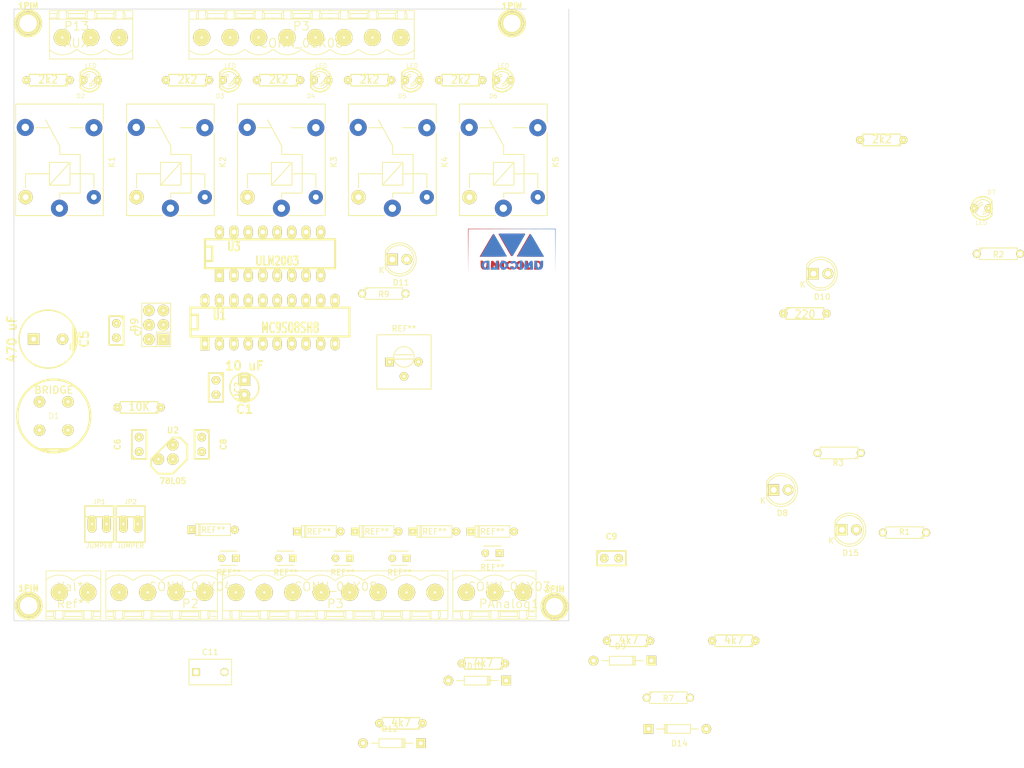
<source format=kicad_pcb>
(kicad_pcb (version 4) (host pcbnew 4.0.0-rc2-stable)

  (general
    (links 115)
    (no_connects 115)
    (area 27.221 35.6058 197.167501 161.159001)
    (thickness 1.6)
    (drawings 4)
    (tracks 0)
    (zones 0)
    (modules 74)
    (nets 73)
  )

  (page A4)
  (layers
    (0 F.Cu signal)
    (31 B.Cu signal)
    (32 B.Adhes user)
    (33 F.Adhes user)
    (34 B.Paste user)
    (35 F.Paste user)
    (36 B.SilkS user)
    (37 F.SilkS user)
    (38 B.Mask user)
    (39 F.Mask user)
    (40 Dwgs.User user)
    (41 Cmts.User user)
    (42 Eco1.User user)
    (43 Eco2.User user)
    (44 Edge.Cuts user)
    (45 Margin user)
    (46 B.CrtYd user)
    (47 F.CrtYd user)
    (48 B.Fab user)
    (49 F.Fab user)
  )

  (setup
    (last_trace_width 0.75)
    (trace_clearance 0.254)
    (zone_clearance 1)
    (zone_45_only no)
    (trace_min 0.254)
    (segment_width 0.2)
    (edge_width 0.1)
    (via_size 1.5)
    (via_drill 0.6)
    (via_min_size 0.889)
    (via_min_drill 0.508)
    (uvia_size 0.508)
    (uvia_drill 0.127)
    (uvias_allowed no)
    (uvia_min_size 0.508)
    (uvia_min_drill 0.127)
    (pcb_text_width 0.3)
    (pcb_text_size 1.5 1.5)
    (mod_edge_width 0.15)
    (mod_text_size 1 1)
    (mod_text_width 0.15)
    (pad_size 3 3)
    (pad_drill 0.4)
    (pad_to_mask_clearance 0)
    (aux_axis_origin 0 0)
    (visible_elements FFFFFF7F)
    (pcbplotparams
      (layerselection 0x00000_80000001)
      (usegerberextensions false)
      (excludeedgelayer false)
      (linewidth 0.100000)
      (plotframeref false)
      (viasonmask false)
      (mode 1)
      (useauxorigin false)
      (hpglpennumber 1)
      (hpglpenspeed 20)
      (hpglpendiameter 15)
      (hpglpenoverlay 2)
      (psnegative false)
      (psa4output false)
      (plotreference false)
      (plotvalue false)
      (plotinvisibletext false)
      (padsonsilk false)
      (subtractmaskfromsilk false)
      (outputformat 4)
      (mirror false)
      (drillshape 1)
      (scaleselection 1)
      (outputdirectory ""))
  )

  (net 0 "")
  (net 1 /vreg)
  (net 2 GND)
  (net 3 /24V)
  (net 4 /RESET)
  (net 5 /ADC)
  (net 6 /OPT4)
  (net 7 /OPT5)
  (net 8 /OPT1)
  (net 9 /OPT2)
  (net 10 "Net-(D1-Pad2)")
  (net 11 "Net-(D1-Pad4)")
  (net 12 "Net-(D2-Pad2)")
  (net 13 "Net-(D3-Pad2)")
  (net 14 "Net-(D4-Pad2)")
  (net 15 "Net-(D5-Pad2)")
  (net 16 "Net-(D6-Pad2)")
  (net 17 "Net-(D7-Pad2)")
  (net 18 /In4)
  (net 19 /In5)
  (net 20 /In1)
  (net 21 /In2)
  (net 22 /In3)
  (net 23 /24Sen)
  (net 24 /COMSen)
  (net 25 "Net-(K1-Pad3)")
  (net 26 /RAUX)
  (net 27 "Net-(K1-Pad1)")
  (net 28 /R1)
  (net 29 "Net-(K2-Pad1)")
  (net 30 /R2)
  (net 31 "Net-(K3-Pad1)")
  (net 32 /R3)
  (net 33 "Net-(K4-Pad1)")
  (net 34 /R4)
  (net 35 "Net-(K5-Pad1)")
  (net 36 /R5)
  (net 37 /OPT3)
  (net 38 /BDM)
  (net 39 "Net-(P9-Pad3)")
  (net 40 "Net-(P9-Pad5)")
  (net 41 /OutAux)
  (net 42 /Out1)
  (net 43 /Out2)
  (net 44 /Out3)
  (net 45 /Out4)
  (net 46 "Net-(U3-Pad7)")
  (net 47 "Net-(U3-Pad10)")
  (net 48 /LED1)
  (net 49 /LED2)
  (net 50 "Net-(D8-Pad2)")
  (net 51 "Net-(D9-Pad1)")
  (net 52 /LED3)
  (net 53 "Net-(D10-Pad2)")
  (net 54 /LED_SP)
  (net 55 "Net-(D11-Pad2)")
  (net 56 "Net-(D12-Pad1)")
  (net 57 "Net-(D13-Pad1)")
  (net 58 "Net-(D14-Pad1)")
  (net 59 /LED4)
  (net 60 "Net-(D15-Pad2)")
  (net 61 "Net-(K2-Pad3)")
  (net 62 "Net-(K3-Pad3)")
  (net 63 "Net-(K4-Pad3)")
  (net 64 "Net-(K5-Pad3)")
  (net 65 /SP)
  (net 66 "Net-(U3-Pad6)")
  (net 67 "Net-(U3-Pad11)")
  (net 68 "Net-(K1-Pad4)")
  (net 69 "Net-(K2-Pad4)")
  (net 70 "Net-(K3-Pad4)")
  (net 71 "Net-(K4-Pad4)")
  (net 72 "Net-(K5-Pad4)")

  (net_class Default "This is the default net class."
    (clearance 0.254)
    (trace_width 0.75)
    (via_dia 1.5)
    (via_drill 0.6)
    (uvia_dia 0.508)
    (uvia_drill 0.127)
    (add_net /24Sen)
    (add_net /24V)
    (add_net /ADC)
    (add_net /BDM)
    (add_net /COMSen)
    (add_net /In1)
    (add_net /In2)
    (add_net /In3)
    (add_net /In4)
    (add_net /In5)
    (add_net /LED1)
    (add_net /LED2)
    (add_net /LED3)
    (add_net /LED4)
    (add_net /LED_SP)
    (add_net /OPT1)
    (add_net /OPT2)
    (add_net /OPT3)
    (add_net /OPT4)
    (add_net /OPT5)
    (add_net /Out1)
    (add_net /Out2)
    (add_net /Out3)
    (add_net /Out4)
    (add_net /OutAux)
    (add_net /R1)
    (add_net /R2)
    (add_net /R3)
    (add_net /R4)
    (add_net /R5)
    (add_net /RAUX)
    (add_net /RESET)
    (add_net /SP)
    (add_net /vreg)
    (add_net GND)
    (add_net "Net-(D1-Pad2)")
    (add_net "Net-(D1-Pad4)")
    (add_net "Net-(D10-Pad2)")
    (add_net "Net-(D11-Pad2)")
    (add_net "Net-(D12-Pad1)")
    (add_net "Net-(D13-Pad1)")
    (add_net "Net-(D14-Pad1)")
    (add_net "Net-(D15-Pad2)")
    (add_net "Net-(D2-Pad2)")
    (add_net "Net-(D3-Pad2)")
    (add_net "Net-(D4-Pad2)")
    (add_net "Net-(D5-Pad2)")
    (add_net "Net-(D6-Pad2)")
    (add_net "Net-(D7-Pad2)")
    (add_net "Net-(D8-Pad2)")
    (add_net "Net-(D9-Pad1)")
    (add_net "Net-(K1-Pad1)")
    (add_net "Net-(K1-Pad3)")
    (add_net "Net-(K1-Pad4)")
    (add_net "Net-(K2-Pad1)")
    (add_net "Net-(K2-Pad3)")
    (add_net "Net-(K2-Pad4)")
    (add_net "Net-(K3-Pad1)")
    (add_net "Net-(K3-Pad3)")
    (add_net "Net-(K3-Pad4)")
    (add_net "Net-(K4-Pad1)")
    (add_net "Net-(K4-Pad3)")
    (add_net "Net-(K4-Pad4)")
    (add_net "Net-(K5-Pad1)")
    (add_net "Net-(K5-Pad3)")
    (add_net "Net-(K5-Pad4)")
    (add_net "Net-(P9-Pad3)")
    (add_net "Net-(P9-Pad5)")
    (add_net "Net-(U3-Pad10)")
    (add_net "Net-(U3-Pad11)")
    (add_net "Net-(U3-Pad6)")
    (add_net "Net-(U3-Pad7)")
  )

  (module locales:PHOENIX_MSTBA2,54-G_10 (layer F.Cu) (tedit 564B23A7) (tstamp 564B6921)
    (at 86.5 140 180)
    (path /564A4BA7)
    (attr virtual)
    (fp_text reference P3 (at 0 -2 180) (layer F.SilkS)
      (effects (font (thickness 0.15)))
    )
    (fp_text value CONN_01X08 (at 0 1 180) (layer F.SilkS)
      (effects (font (thickness 0.15)))
    )
    (fp_line (start 18.2 -3.21786) (end 19.85 -3.21786) (layer F.SilkS) (width 0.125))
    (fp_line (start 18.2 -4.719) (end 19.85 -4.719) (layer F.SilkS) (width 0.125))
    (fp_line (start 15.275 3.775) (end 19.825 3.775) (layer F.SilkS) (width 0.125))
    (fp_line (start 19.85 -4.7) (end 19.85 3.75) (layer F.SilkS) (width 0.15))
    (fp_line (start -18.475 -3.21786) (end -19.725 -3.21786) (layer F.SilkS) (width 0.125))
    (fp_line (start -18.1 -4.7) (end -19.7 -4.7) (layer F.SilkS) (width 0.15))
    (fp_line (start -5.15 2.16) (end -4.76 2.16) (layer F.SilkS) (width 0.15))
    (fp_line (start -5.1 3.78) (end -4.8 3.78) (layer F.SilkS) (width 0.15))
    (fp_line (start 4.86 3.78) (end 5.23 3.78) (layer F.SilkS) (width 0.15))
    (fp_line (start 4.84 2.17) (end 5.23 2.17) (layer F.SilkS) (width 0.15))
    (fp_line (start 14.85 3.78) (end 15.24 3.78) (layer F.SilkS) (width 0.15))
    (fp_line (start 14.86 2.17) (end 15.25 2.17) (layer F.SilkS) (width 0.15))
    (fp_line (start 14.87 -3.22) (end 15.23 -3.22) (layer F.SilkS) (width 0.127))
    (fp_line (start 14.87 -3.42) (end 15.26 -3.42) (layer F.SilkS) (width 0.127))
    (fp_line (start 14.85 -4.22) (end 15.29 -4.22) (layer F.SilkS) (width 0.127))
    (fp_line (start 14.87 -4.72) (end 15.23 -4.72) (layer F.SilkS) (width 0.127))
    (fp_line (start 4.86 -3.22) (end 5.23 -3.22) (layer F.SilkS) (width 0.15))
    (fp_line (start 4.85 -3.42) (end 5.22 -3.42) (layer F.SilkS) (width 0.15))
    (fp_line (start 4.82 -4.21) (end 5.25 -4.21) (layer F.SilkS) (width 0.15))
    (fp_line (start 4.85 -4.72) (end 5.22 -4.72) (layer F.SilkS) (width 0.15))
    (fp_line (start -5.15 -3.22) (end -4.72 -3.22) (layer F.SilkS) (width 0.127))
    (fp_line (start -5.13 -3.42) (end -4.78 -3.42) (layer F.SilkS) (width 0.127))
    (fp_line (start -5.14 -4.22) (end -4.75 -4.22) (layer F.SilkS) (width 0.1287))
    (fp_line (start -5.12 -4.72) (end -4.78 -4.72) (layer F.SilkS) (width 0.127))
    (fp_line (start -15.15 -4.72) (end -14.77 -4.72) (layer F.SilkS) (width 0.127))
    (fp_line (start -15.16 -4.22) (end -14.78 -4.22) (layer F.SilkS) (width 0.127))
    (fp_line (start -15.14 -3.42) (end -14.75 -3.42) (layer F.SilkS) (width 0.127))
    (fp_line (start -15.17 -3.22) (end -14.7 -3.22) (layer F.SilkS) (width 0.128))
    (fp_line (start -15.15 2.16) (end -14.77 2.16) (layer F.SilkS) (width 0.15))
    (fp_line (start 16.55178 -3.21786) (end 15.25 -3.21786) (layer F.SilkS) (width 0.127))
    (fp_line (start 16.55178 -3.41852) (end 16.55178 -4.21862) (layer F.SilkS) (width 0.127))
    (fp_line (start 16.55178 -4.21862) (end 16.9023 -4.719) (layer F.SilkS) (width 0.127))
    (fp_line (start 18.1977 -4.719) (end 18.54822 -4.21862) (layer F.SilkS) (width 0.127))
    (fp_line (start 18.54822 -4.21862) (end 18.54822 -3.41852) (layer F.SilkS) (width 0.127))
    (fp_line (start 15.25 -4.719) (end 16.9023 -4.719) (layer F.SilkS) (width 0.127))
    (fp_line (start 16.9023 -4.719) (end 18.1977 -4.719) (layer F.SilkS) (width 0.127))
    (fp_line (start 16.55178 -4.21862) (end 15.25 -4.21862) (layer F.SilkS) (width 0.127))
    (fp_line (start 16.55178 -3.21786) (end 16.9023 -3.21786) (layer F.SilkS) (width 0.127))
    (fp_line (start 16.9023 -3.21786) (end 18.1977 -3.21786) (layer F.SilkS) (width 0.127))
    (fp_line (start 18.1977 -4.719) (end 18.1977 -3.21786) (layer F.SilkS) (width 0.127))
    (fp_line (start 16.9023 -4.719) (end 16.9023 -3.21786) (layer F.SilkS) (width 0.127))
    (fp_line (start 16.55178 -3.41852) (end 15.25 -3.41852) (layer F.SilkS) (width 0.127))
    (fp_line (start 18.54822 -3.41852) (end 18.1977 -3.21786) (layer F.SilkS) (width 0.127))
    (fp_line (start 16.55178 -3.41852) (end 16.9023 -3.21786) (layer F.SilkS) (width 0.127))
    (fp_arc (start 17.55 -0.46958) (end 19.8487 2.17964) (angle 81.9) (layer F.SilkS) (width 0.127))
    (fp_line (start 9.85 2.18) (end 10.25 2.18) (layer F.SilkS) (width 0.127))
    (fp_arc (start 12.55 -0.46958) (end 14.8487 2.17964) (angle 81.9) (layer F.SilkS) (width 0.127))
    (fp_line (start 11.55178 -3.41852) (end 11.9023 -3.21786) (layer F.SilkS) (width 0.127))
    (fp_line (start 13.54822 -3.41852) (end 13.1977 -3.21786) (layer F.SilkS) (width 0.127))
    (fp_line (start 13.54822 -3.41852) (end 14.85 -3.41852) (layer F.SilkS) (width 0.127))
    (fp_line (start 11.55178 -3.41852) (end 8.6511 -3.41852) (layer F.SilkS) (width 0.127))
    (fp_line (start 11.9023 -4.719) (end 11.9023 -3.21786) (layer F.SilkS) (width 0.127))
    (fp_line (start 13.1977 -4.719) (end 13.1977 -3.21786) (layer F.SilkS) (width 0.127))
    (fp_line (start 13.1977 -3.21786) (end 13.54822 -3.21786) (layer F.SilkS) (width 0.127))
    (fp_line (start 11.9023 -3.21786) (end 13.1977 -3.21786) (layer F.SilkS) (width 0.127))
    (fp_line (start 11.55178 -3.21786) (end 11.9023 -3.21786) (layer F.SilkS) (width 0.127))
    (fp_line (start 14.85 3.77984) (end 5.2511 3.77984) (layer F.SilkS) (width 0.127))
    (fp_line (start 13.54822 -4.21862) (end 14.85 -4.21862) (layer F.SilkS) (width 0.127))
    (fp_line (start 11.55178 -4.21862) (end 8.6511 -4.21862) (layer F.SilkS) (width 0.127))
    (fp_line (start 13.1977 -4.719) (end 14.85 -4.719) (layer F.SilkS) (width 0.127))
    (fp_line (start 11.9023 -4.719) (end 13.1977 -4.719) (layer F.SilkS) (width 0.127))
    (fp_line (start 8.6511 -4.719) (end 11.9023 -4.719) (layer F.SilkS) (width 0.127))
    (fp_line (start 13.54822 -4.21862) (end 13.54822 -3.41852) (layer F.SilkS) (width 0.127))
    (fp_line (start 13.1977 -4.719) (end 13.54822 -4.21862) (layer F.SilkS) (width 0.127))
    (fp_line (start 11.55178 -4.21862) (end 11.9023 -4.719) (layer F.SilkS) (width 0.127))
    (fp_line (start 11.55178 -3.41852) (end 11.55178 -4.21862) (layer F.SilkS) (width 0.127))
    (fp_line (start 11.55178 -3.21786) (end 8.6511 -3.21786) (layer F.SilkS) (width 0.127))
    (fp_line (start 13.54822 -3.21786) (end 14.85 -3.21786) (layer F.SilkS) (width 0.127))
    (fp_line (start 8.54822 -3.21786) (end 11.4489 -3.21786) (layer F.SilkS) (width 0.127))
    (fp_line (start 6.55178 -3.21786) (end 5.25 -3.21786) (layer F.SilkS) (width 0.127))
    (fp_line (start 6.55178 -3.41852) (end 6.55178 -4.21862) (layer F.SilkS) (width 0.127))
    (fp_line (start 6.55178 -4.21862) (end 6.9023 -4.719) (layer F.SilkS) (width 0.127))
    (fp_line (start 8.1977 -4.719) (end 8.54822 -4.21862) (layer F.SilkS) (width 0.127))
    (fp_line (start 8.54822 -4.21862) (end 8.54822 -3.41852) (layer F.SilkS) (width 0.127))
    (fp_line (start 5.25 -4.719) (end 6.9023 -4.719) (layer F.SilkS) (width 0.127))
    (fp_line (start 6.9023 -4.719) (end 8.1977 -4.719) (layer F.SilkS) (width 0.127))
    (fp_line (start 8.1977 -4.719) (end 11.4489 -4.719) (layer F.SilkS) (width 0.127))
    (fp_line (start 6.55178 -4.21862) (end 5.25 -4.21862) (layer F.SilkS) (width 0.127))
    (fp_line (start 8.54822 -4.21862) (end 11.4489 -4.21862) (layer F.SilkS) (width 0.127))
    (fp_line (start 6.55178 -3.21786) (end 6.9023 -3.21786) (layer F.SilkS) (width 0.127))
    (fp_line (start 6.9023 -3.21786) (end 8.1977 -3.21786) (layer F.SilkS) (width 0.127))
    (fp_line (start 8.1977 -3.21786) (end 8.54822 -3.21786) (layer F.SilkS) (width 0.127))
    (fp_line (start 8.1977 -4.719) (end 8.1977 -3.21786) (layer F.SilkS) (width 0.127))
    (fp_line (start 6.9023 -4.719) (end 6.9023 -3.21786) (layer F.SilkS) (width 0.127))
    (fp_line (start 6.55178 -3.41852) (end 5.25 -3.41852) (layer F.SilkS) (width 0.127))
    (fp_line (start 8.54822 -3.41852) (end 11.4489 -3.41852) (layer F.SilkS) (width 0.127))
    (fp_line (start 8.54822 -3.41852) (end 8.1977 -3.21786) (layer F.SilkS) (width 0.127))
    (fp_line (start 6.55178 -3.41852) (end 6.9023 -3.21786) (layer F.SilkS) (width 0.127))
    (fp_arc (start 7.55 -0.46958) (end 9.8487 2.17964) (angle 81.9) (layer F.SilkS) (width 0.127))
    (fp_line (start -19.75 -4.72) (end -19.75 3.78) (layer F.SilkS) (width 0.127))
    (fp_arc (start -17.45 -0.46958) (end -15.1513 2.17964) (angle 81.9) (layer F.SilkS) (width 0.127))
    (fp_line (start -18.44822 -3.41852) (end -18.0977 -3.21786) (layer F.SilkS) (width 0.127))
    (fp_line (start -16.45178 -3.41852) (end -16.8023 -3.21786) (layer F.SilkS) (width 0.127))
    (fp_line (start -16.45178 -3.41852) (end -15.15 -3.41852) (layer F.SilkS) (width 0.127))
    (fp_line (start -18.0977 -4.719) (end -18.0977 -3.21786) (layer F.SilkS) (width 0.127))
    (fp_line (start -16.8023 -4.719) (end -16.8023 -3.21786) (layer F.SilkS) (width 0.127))
    (fp_line (start -16.8023 -3.21786) (end -16.45178 -3.21786) (layer F.SilkS) (width 0.127))
    (fp_line (start -18.0977 -3.21786) (end -16.8023 -3.21786) (layer F.SilkS) (width 0.127))
    (fp_line (start -18.44822 -3.21786) (end -18.0977 -3.21786) (layer F.SilkS) (width 0.127))
    (fp_line (start -16.45178 -4.21862) (end -15.15 -4.21862) (layer F.SilkS) (width 0.127))
    (fp_line (start -16.8023 -4.719) (end -15.15 -4.719) (layer F.SilkS) (width 0.127))
    (fp_line (start -18.0977 -4.719) (end -16.8023 -4.719) (layer F.SilkS) (width 0.127))
    (fp_line (start -16.45178 -4.21862) (end -16.45178 -3.41852) (layer F.SilkS) (width 0.127))
    (fp_line (start -16.8023 -4.719) (end -16.45178 -4.21862) (layer F.SilkS) (width 0.127))
    (fp_line (start -18.44822 -4.21862) (end -18.0977 -4.719) (layer F.SilkS) (width 0.127))
    (fp_line (start -18.44822 -3.41852) (end -18.44822 -4.21862) (layer F.SilkS) (width 0.127))
    (fp_line (start -16.45178 -3.21786) (end -15.15 -3.21786) (layer F.SilkS) (width 0.127))
    (fp_line (start -10.15 2.18) (end -9.75 2.18) (layer F.SilkS) (width 0.127))
    (fp_arc (start -7.45 -0.46958) (end -5.1513 2.17964) (angle 81.9) (layer F.SilkS) (width 0.127))
    (fp_line (start -8.44822 -3.41852) (end -8.0977 -3.21786) (layer F.SilkS) (width 0.127))
    (fp_line (start -6.45178 -3.41852) (end -6.8023 -3.21786) (layer F.SilkS) (width 0.127))
    (fp_line (start -6.45178 -3.41852) (end -5.15 -3.41852) (layer F.SilkS) (width 0.127))
    (fp_line (start -8.44822 -3.41852) (end -11.3489 -3.41852) (layer F.SilkS) (width 0.127))
    (fp_line (start -8.0977 -4.719) (end -8.0977 -3.21786) (layer F.SilkS) (width 0.127))
    (fp_line (start -6.8023 -4.719) (end -6.8023 -3.21786) (layer F.SilkS) (width 0.127))
    (fp_line (start -6.8023 -3.21786) (end -6.45178 -3.21786) (layer F.SilkS) (width 0.127))
    (fp_line (start -8.0977 -3.21786) (end -6.8023 -3.21786) (layer F.SilkS) (width 0.127))
    (fp_line (start -8.44822 -3.21786) (end -8.0977 -3.21786) (layer F.SilkS) (width 0.127))
    (fp_line (start -5.15 3.77984) (end -19.75 3.77984) (layer F.SilkS) (width 0.127))
    (fp_line (start -6.45178 -4.21862) (end -5.15 -4.21862) (layer F.SilkS) (width 0.127))
    (fp_line (start -8.44822 -4.21862) (end -11.3489 -4.21862) (layer F.SilkS) (width 0.127))
    (fp_line (start -6.8023 -4.719) (end -5.15 -4.719) (layer F.SilkS) (width 0.127))
    (fp_line (start -8.0977 -4.719) (end -6.8023 -4.719) (layer F.SilkS) (width 0.127))
    (fp_line (start -11.3489 -4.719) (end -8.0977 -4.719) (layer F.SilkS) (width 0.127))
    (fp_line (start -6.45178 -4.21862) (end -6.45178 -3.41852) (layer F.SilkS) (width 0.127))
    (fp_line (start -6.8023 -4.719) (end -6.45178 -4.21862) (layer F.SilkS) (width 0.127))
    (fp_line (start -8.44822 -4.21862) (end -8.0977 -4.719) (layer F.SilkS) (width 0.127))
    (fp_line (start -8.44822 -3.41852) (end -8.44822 -4.21862) (layer F.SilkS) (width 0.127))
    (fp_line (start -8.44822 -3.21786) (end -11.3489 -3.21786) (layer F.SilkS) (width 0.127))
    (fp_line (start -6.45178 -3.21786) (end -5.15 -3.21786) (layer F.SilkS) (width 0.127))
    (fp_line (start -11.45178 -3.21786) (end -8.5511 -3.21786) (layer F.SilkS) (width 0.127))
    (fp_line (start -13.44822 -3.21786) (end -14.75 -3.21786) (layer F.SilkS) (width 0.127))
    (fp_line (start -13.44822 -3.41852) (end -13.44822 -4.21862) (layer F.SilkS) (width 0.127))
    (fp_line (start -13.44822 -4.21862) (end -13.0977 -4.719) (layer F.SilkS) (width 0.127))
    (fp_line (start -11.8023 -4.719) (end -11.45178 -4.21862) (layer F.SilkS) (width 0.127))
    (fp_line (start -11.45178 -4.21862) (end -11.45178 -3.41852) (layer F.SilkS) (width 0.127))
    (fp_line (start -14.75 -4.719) (end -13.0977 -4.719) (layer F.SilkS) (width 0.127))
    (fp_line (start -13.0977 -4.719) (end -11.8023 -4.719) (layer F.SilkS) (width 0.127))
    (fp_line (start -11.8023 -4.719) (end -8.5511 -4.719) (layer F.SilkS) (width 0.127))
    (fp_line (start -13.44822 -4.21862) (end -14.75 -4.21862) (layer F.SilkS) (width 0.127))
    (fp_line (start -11.45178 -4.21862) (end -8.5511 -4.21862) (layer F.SilkS) (width 0.127))
    (fp_line (start -13.44822 -3.21786) (end -13.0977 -3.21786) (layer F.SilkS) (width 0.127))
    (fp_line (start -13.0977 -3.21786) (end -11.8023 -3.21786) (layer F.SilkS) (width 0.127))
    (fp_line (start -11.8023 -3.21786) (end -11.45178 -3.21786) (layer F.SilkS) (width 0.127))
    (fp_line (start -11.8023 -4.719) (end -11.8023 -3.21786) (layer F.SilkS) (width 0.127))
    (fp_line (start -13.0977 -4.719) (end -13.0977 -3.21786) (layer F.SilkS) (width 0.127))
    (fp_line (start -13.44822 -3.41852) (end -14.75 -3.41852) (layer F.SilkS) (width 0.127))
    (fp_line (start -11.45178 -3.41852) (end -8.5511 -3.41852) (layer F.SilkS) (width 0.127))
    (fp_line (start -11.45178 -3.41852) (end -11.8023 -3.21786) (layer F.SilkS) (width 0.127))
    (fp_line (start -13.44822 -3.41852) (end -13.0977 -3.21786) (layer F.SilkS) (width 0.127))
    (fp_arc (start -12.45 -0.46958) (end -10.1513 2.17964) (angle 81.9) (layer F.SilkS) (width 0.127))
    (fp_line (start -0.15 2.18) (end 0.25 2.18) (layer F.SilkS) (width 0.127))
    (fp_arc (start 2.55 -0.46958) (end 4.8487 2.17964) (angle 81.9) (layer F.SilkS) (width 0.127))
    (fp_line (start 1.55178 -3.41852) (end 1.9023 -3.21786) (layer F.SilkS) (width 0.127))
    (fp_line (start 3.54822 -3.41852) (end 3.1977 -3.21786) (layer F.SilkS) (width 0.127))
    (fp_line (start 3.54822 -3.41852) (end 4.85 -3.41852) (layer F.SilkS) (width 0.127))
    (fp_line (start 1.55178 -3.41852) (end -1.3489 -3.41852) (layer F.SilkS) (width 0.127))
    (fp_line (start 1.9023 -4.719) (end 1.9023 -3.21786) (layer F.SilkS) (width 0.127))
    (fp_line (start 3.1977 -4.719) (end 3.1977 -3.21786) (layer F.SilkS) (width 0.127))
    (fp_line (start 3.1977 -3.21786) (end 3.54822 -3.21786) (layer F.SilkS) (width 0.127))
    (fp_line (start 1.9023 -3.21786) (end 3.1977 -3.21786) (layer F.SilkS) (width 0.127))
    (fp_line (start 1.55178 -3.21786) (end 1.9023 -3.21786) (layer F.SilkS) (width 0.127))
    (fp_line (start 4.85 3.77984) (end -4.7489 3.77984) (layer F.SilkS) (width 0.127))
    (fp_line (start 3.54822 -4.21862) (end 4.85 -4.21862) (layer F.SilkS) (width 0.127))
    (fp_line (start 1.55178 -4.21862) (end -1.3489 -4.21862) (layer F.SilkS) (width 0.127))
    (fp_line (start 3.1977 -4.719) (end 4.85 -4.719) (layer F.SilkS) (width 0.127))
    (fp_line (start 1.9023 -4.719) (end 3.1977 -4.719) (layer F.SilkS) (width 0.127))
    (fp_line (start -1.3489 -4.719) (end 1.9023 -4.719) (layer F.SilkS) (width 0.127))
    (fp_line (start 3.54822 -4.21862) (end 3.54822 -3.41852) (layer F.SilkS) (width 0.127))
    (fp_line (start 3.1977 -4.719) (end 3.54822 -4.21862) (layer F.SilkS) (width 0.127))
    (fp_line (start 1.55178 -4.21862) (end 1.9023 -4.719) (layer F.SilkS) (width 0.127))
    (fp_line (start 1.55178 -3.41852) (end 1.55178 -4.21862) (layer F.SilkS) (width 0.127))
    (fp_line (start 1.55178 -3.21786) (end -1.3489 -3.21786) (layer F.SilkS) (width 0.127))
    (fp_line (start 3.54822 -3.21786) (end 4.85 -3.21786) (layer F.SilkS) (width 0.127))
    (fp_line (start -1.45178 -3.21786) (end 1.4489 -3.21786) (layer F.SilkS) (width 0.127))
    (fp_line (start -3.44822 -3.21786) (end -4.75 -3.21786) (layer F.SilkS) (width 0.127))
    (fp_line (start -3.44822 -3.41852) (end -3.44822 -4.21862) (layer F.SilkS) (width 0.127))
    (fp_line (start -3.44822 -4.21862) (end -3.0977 -4.719) (layer F.SilkS) (width 0.127))
    (fp_line (start -1.8023 -4.719) (end -1.45178 -4.21862) (layer F.SilkS) (width 0.127))
    (fp_line (start -1.45178 -4.21862) (end -1.45178 -3.41852) (layer F.SilkS) (width 0.127))
    (fp_line (start -4.75 -4.719) (end -3.0977 -4.719) (layer F.SilkS) (width 0.127))
    (fp_line (start -3.0977 -4.719) (end -1.8023 -4.719) (layer F.SilkS) (width 0.127))
    (fp_line (start -1.8023 -4.719) (end 1.4489 -4.719) (layer F.SilkS) (width 0.127))
    (fp_line (start -3.44822 -4.21862) (end -4.75 -4.21862) (layer F.SilkS) (width 0.127))
    (fp_line (start -1.45178 -4.21862) (end 1.4489 -4.21862) (layer F.SilkS) (width 0.127))
    (fp_line (start -3.44822 -3.21786) (end -3.0977 -3.21786) (layer F.SilkS) (width 0.127))
    (fp_line (start -3.0977 -3.21786) (end -1.8023 -3.21786) (layer F.SilkS) (width 0.127))
    (fp_line (start -1.8023 -3.21786) (end -1.45178 -3.21786) (layer F.SilkS) (width 0.127))
    (fp_line (start -1.8023 -4.719) (end -1.8023 -3.21786) (layer F.SilkS) (width 0.127))
    (fp_line (start -3.0977 -4.719) (end -3.0977 -3.21786) (layer F.SilkS) (width 0.127))
    (fp_line (start -3.44822 -3.41852) (end -4.75 -3.41852) (layer F.SilkS) (width 0.127))
    (fp_line (start -1.45178 -3.41852) (end 1.4489 -3.41852) (layer F.SilkS) (width 0.127))
    (fp_line (start -1.45178 -3.41852) (end -1.8023 -3.21786) (layer F.SilkS) (width 0.127))
    (fp_line (start -3.44822 -3.41852) (end -3.0977 -3.21786) (layer F.SilkS) (width 0.127))
    (fp_arc (start -2.45 -0.46958) (end -0.1513 2.17964) (angle 81.9) (layer F.SilkS) (width 0.127))
    (pad 1 thru_hole circle (at -17.5 0 180) (size 3 3) (drill 0.4) (layers *.Cu *.Mask F.SilkS)
      (net 24 /COMSen))
    (pad 2 thru_hole circle (at -12.5 0 180) (size 3 3) (drill 0.4) (layers *.Cu *.Mask F.SilkS)
      (net 6 /OPT4))
    (pad 3 thru_hole circle (at -7.5 0 180) (size 3 3) (drill 0.4) (layers *.Cu *.Mask F.SilkS)
      (net 24 /COMSen))
    (pad 4 thru_hole circle (at -2.5 0 180) (size 3 3) (drill 0.4) (layers *.Cu *.Mask F.SilkS)
      (net 37 /OPT3))
    (pad 5 thru_hole circle (at 2.5 0 180) (size 3 3) (drill 0.4) (layers *.Cu *.Mask F.SilkS)
      (net 24 /COMSen))
    (pad 6 thru_hole circle (at 7.5 0 180) (size 3 3) (drill 0.4) (layers *.Cu *.Mask F.SilkS)
      (net 9 /OPT2))
    (pad 7 thru_hole circle (at 12.5 0 180) (size 3 3) (drill 0.4) (layers *.Cu *.Mask F.SilkS)
      (net 24 /COMSen))
    (pad 8 thru_hole circle (at 17.5 0 180) (size 3 3) (drill 0.4) (layers *.Cu *.Mask F.SilkS)
      (net 8 /OPT1))
  )

  (module locales:PHOENIX_MSTBA2,54-G_10 (layer F.Cu) (tedit 564B147F) (tstamp 564B288C)
    (at 80.5 42.5)
    (path /564A4BA7)
    (attr virtual)
    (fp_text reference P3 (at 0 -2) (layer F.SilkS)
      (effects (font (thickness 0.15)))
    )
    (fp_text value CONN_01X08 (at 0 1) (layer F.SilkS)
      (effects (font (thickness 0.15)))
    )
    (fp_line (start 18.2 -3.21786) (end 19.85 -3.21786) (layer F.SilkS) (width 0.125))
    (fp_line (start 18.2 -4.719) (end 19.85 -4.719) (layer F.SilkS) (width 0.125))
    (fp_line (start 15.275 3.775) (end 19.825 3.775) (layer F.SilkS) (width 0.125))
    (fp_line (start 19.85 -4.7) (end 19.85 3.75) (layer F.SilkS) (width 0.15))
    (fp_line (start -18.475 -3.21786) (end -19.725 -3.21786) (layer F.SilkS) (width 0.125))
    (fp_line (start -18.1 -4.7) (end -19.7 -4.7) (layer F.SilkS) (width 0.15))
    (fp_line (start -5.15 2.16) (end -4.76 2.16) (layer F.SilkS) (width 0.15))
    (fp_line (start -5.1 3.78) (end -4.8 3.78) (layer F.SilkS) (width 0.15))
    (fp_line (start 4.86 3.78) (end 5.23 3.78) (layer F.SilkS) (width 0.15))
    (fp_line (start 4.84 2.17) (end 5.23 2.17) (layer F.SilkS) (width 0.15))
    (fp_line (start 14.85 3.78) (end 15.24 3.78) (layer F.SilkS) (width 0.15))
    (fp_line (start 14.86 2.17) (end 15.25 2.17) (layer F.SilkS) (width 0.15))
    (fp_line (start 14.87 -3.22) (end 15.23 -3.22) (layer F.SilkS) (width 0.127))
    (fp_line (start 14.87 -3.42) (end 15.26 -3.42) (layer F.SilkS) (width 0.127))
    (fp_line (start 14.85 -4.22) (end 15.29 -4.22) (layer F.SilkS) (width 0.127))
    (fp_line (start 14.87 -4.72) (end 15.23 -4.72) (layer F.SilkS) (width 0.127))
    (fp_line (start 4.86 -3.22) (end 5.23 -3.22) (layer F.SilkS) (width 0.15))
    (fp_line (start 4.85 -3.42) (end 5.22 -3.42) (layer F.SilkS) (width 0.15))
    (fp_line (start 4.82 -4.21) (end 5.25 -4.21) (layer F.SilkS) (width 0.15))
    (fp_line (start 4.85 -4.72) (end 5.22 -4.72) (layer F.SilkS) (width 0.15))
    (fp_line (start -5.15 -3.22) (end -4.72 -3.22) (layer F.SilkS) (width 0.127))
    (fp_line (start -5.13 -3.42) (end -4.78 -3.42) (layer F.SilkS) (width 0.127))
    (fp_line (start -5.14 -4.22) (end -4.75 -4.22) (layer F.SilkS) (width 0.1287))
    (fp_line (start -5.12 -4.72) (end -4.78 -4.72) (layer F.SilkS) (width 0.127))
    (fp_line (start -15.15 -4.72) (end -14.77 -4.72) (layer F.SilkS) (width 0.127))
    (fp_line (start -15.16 -4.22) (end -14.78 -4.22) (layer F.SilkS) (width 0.127))
    (fp_line (start -15.14 -3.42) (end -14.75 -3.42) (layer F.SilkS) (width 0.127))
    (fp_line (start -15.17 -3.22) (end -14.7 -3.22) (layer F.SilkS) (width 0.128))
    (fp_line (start -15.15 2.16) (end -14.77 2.16) (layer F.SilkS) (width 0.15))
    (fp_line (start 16.55178 -3.21786) (end 15.25 -3.21786) (layer F.SilkS) (width 0.127))
    (fp_line (start 16.55178 -3.41852) (end 16.55178 -4.21862) (layer F.SilkS) (width 0.127))
    (fp_line (start 16.55178 -4.21862) (end 16.9023 -4.719) (layer F.SilkS) (width 0.127))
    (fp_line (start 18.1977 -4.719) (end 18.54822 -4.21862) (layer F.SilkS) (width 0.127))
    (fp_line (start 18.54822 -4.21862) (end 18.54822 -3.41852) (layer F.SilkS) (width 0.127))
    (fp_line (start 15.25 -4.719) (end 16.9023 -4.719) (layer F.SilkS) (width 0.127))
    (fp_line (start 16.9023 -4.719) (end 18.1977 -4.719) (layer F.SilkS) (width 0.127))
    (fp_line (start 16.55178 -4.21862) (end 15.25 -4.21862) (layer F.SilkS) (width 0.127))
    (fp_line (start 16.55178 -3.21786) (end 16.9023 -3.21786) (layer F.SilkS) (width 0.127))
    (fp_line (start 16.9023 -3.21786) (end 18.1977 -3.21786) (layer F.SilkS) (width 0.127))
    (fp_line (start 18.1977 -4.719) (end 18.1977 -3.21786) (layer F.SilkS) (width 0.127))
    (fp_line (start 16.9023 -4.719) (end 16.9023 -3.21786) (layer F.SilkS) (width 0.127))
    (fp_line (start 16.55178 -3.41852) (end 15.25 -3.41852) (layer F.SilkS) (width 0.127))
    (fp_line (start 18.54822 -3.41852) (end 18.1977 -3.21786) (layer F.SilkS) (width 0.127))
    (fp_line (start 16.55178 -3.41852) (end 16.9023 -3.21786) (layer F.SilkS) (width 0.127))
    (fp_arc (start 17.55 -0.46958) (end 19.8487 2.17964) (angle 81.9) (layer F.SilkS) (width 0.127))
    (fp_line (start 9.85 2.18) (end 10.25 2.18) (layer F.SilkS) (width 0.127))
    (fp_arc (start 12.55 -0.46958) (end 14.8487 2.17964) (angle 81.9) (layer F.SilkS) (width 0.127))
    (fp_line (start 11.55178 -3.41852) (end 11.9023 -3.21786) (layer F.SilkS) (width 0.127))
    (fp_line (start 13.54822 -3.41852) (end 13.1977 -3.21786) (layer F.SilkS) (width 0.127))
    (fp_line (start 13.54822 -3.41852) (end 14.85 -3.41852) (layer F.SilkS) (width 0.127))
    (fp_line (start 11.55178 -3.41852) (end 8.6511 -3.41852) (layer F.SilkS) (width 0.127))
    (fp_line (start 11.9023 -4.719) (end 11.9023 -3.21786) (layer F.SilkS) (width 0.127))
    (fp_line (start 13.1977 -4.719) (end 13.1977 -3.21786) (layer F.SilkS) (width 0.127))
    (fp_line (start 13.1977 -3.21786) (end 13.54822 -3.21786) (layer F.SilkS) (width 0.127))
    (fp_line (start 11.9023 -3.21786) (end 13.1977 -3.21786) (layer F.SilkS) (width 0.127))
    (fp_line (start 11.55178 -3.21786) (end 11.9023 -3.21786) (layer F.SilkS) (width 0.127))
    (fp_line (start 14.85 3.77984) (end 5.2511 3.77984) (layer F.SilkS) (width 0.127))
    (fp_line (start 13.54822 -4.21862) (end 14.85 -4.21862) (layer F.SilkS) (width 0.127))
    (fp_line (start 11.55178 -4.21862) (end 8.6511 -4.21862) (layer F.SilkS) (width 0.127))
    (fp_line (start 13.1977 -4.719) (end 14.85 -4.719) (layer F.SilkS) (width 0.127))
    (fp_line (start 11.9023 -4.719) (end 13.1977 -4.719) (layer F.SilkS) (width 0.127))
    (fp_line (start 8.6511 -4.719) (end 11.9023 -4.719) (layer F.SilkS) (width 0.127))
    (fp_line (start 13.54822 -4.21862) (end 13.54822 -3.41852) (layer F.SilkS) (width 0.127))
    (fp_line (start 13.1977 -4.719) (end 13.54822 -4.21862) (layer F.SilkS) (width 0.127))
    (fp_line (start 11.55178 -4.21862) (end 11.9023 -4.719) (layer F.SilkS) (width 0.127))
    (fp_line (start 11.55178 -3.41852) (end 11.55178 -4.21862) (layer F.SilkS) (width 0.127))
    (fp_line (start 11.55178 -3.21786) (end 8.6511 -3.21786) (layer F.SilkS) (width 0.127))
    (fp_line (start 13.54822 -3.21786) (end 14.85 -3.21786) (layer F.SilkS) (width 0.127))
    (fp_line (start 8.54822 -3.21786) (end 11.4489 -3.21786) (layer F.SilkS) (width 0.127))
    (fp_line (start 6.55178 -3.21786) (end 5.25 -3.21786) (layer F.SilkS) (width 0.127))
    (fp_line (start 6.55178 -3.41852) (end 6.55178 -4.21862) (layer F.SilkS) (width 0.127))
    (fp_line (start 6.55178 -4.21862) (end 6.9023 -4.719) (layer F.SilkS) (width 0.127))
    (fp_line (start 8.1977 -4.719) (end 8.54822 -4.21862) (layer F.SilkS) (width 0.127))
    (fp_line (start 8.54822 -4.21862) (end 8.54822 -3.41852) (layer F.SilkS) (width 0.127))
    (fp_line (start 5.25 -4.719) (end 6.9023 -4.719) (layer F.SilkS) (width 0.127))
    (fp_line (start 6.9023 -4.719) (end 8.1977 -4.719) (layer F.SilkS) (width 0.127))
    (fp_line (start 8.1977 -4.719) (end 11.4489 -4.719) (layer F.SilkS) (width 0.127))
    (fp_line (start 6.55178 -4.21862) (end 5.25 -4.21862) (layer F.SilkS) (width 0.127))
    (fp_line (start 8.54822 -4.21862) (end 11.4489 -4.21862) (layer F.SilkS) (width 0.127))
    (fp_line (start 6.55178 -3.21786) (end 6.9023 -3.21786) (layer F.SilkS) (width 0.127))
    (fp_line (start 6.9023 -3.21786) (end 8.1977 -3.21786) (layer F.SilkS) (width 0.127))
    (fp_line (start 8.1977 -3.21786) (end 8.54822 -3.21786) (layer F.SilkS) (width 0.127))
    (fp_line (start 8.1977 -4.719) (end 8.1977 -3.21786) (layer F.SilkS) (width 0.127))
    (fp_line (start 6.9023 -4.719) (end 6.9023 -3.21786) (layer F.SilkS) (width 0.127))
    (fp_line (start 6.55178 -3.41852) (end 5.25 -3.41852) (layer F.SilkS) (width 0.127))
    (fp_line (start 8.54822 -3.41852) (end 11.4489 -3.41852) (layer F.SilkS) (width 0.127))
    (fp_line (start 8.54822 -3.41852) (end 8.1977 -3.21786) (layer F.SilkS) (width 0.127))
    (fp_line (start 6.55178 -3.41852) (end 6.9023 -3.21786) (layer F.SilkS) (width 0.127))
    (fp_arc (start 7.55 -0.46958) (end 9.8487 2.17964) (angle 81.9) (layer F.SilkS) (width 0.127))
    (fp_line (start -19.75 -4.72) (end -19.75 3.78) (layer F.SilkS) (width 0.127))
    (fp_arc (start -17.45 -0.46958) (end -15.1513 2.17964) (angle 81.9) (layer F.SilkS) (width 0.127))
    (fp_line (start -18.44822 -3.41852) (end -18.0977 -3.21786) (layer F.SilkS) (width 0.127))
    (fp_line (start -16.45178 -3.41852) (end -16.8023 -3.21786) (layer F.SilkS) (width 0.127))
    (fp_line (start -16.45178 -3.41852) (end -15.15 -3.41852) (layer F.SilkS) (width 0.127))
    (fp_line (start -18.0977 -4.719) (end -18.0977 -3.21786) (layer F.SilkS) (width 0.127))
    (fp_line (start -16.8023 -4.719) (end -16.8023 -3.21786) (layer F.SilkS) (width 0.127))
    (fp_line (start -16.8023 -3.21786) (end -16.45178 -3.21786) (layer F.SilkS) (width 0.127))
    (fp_line (start -18.0977 -3.21786) (end -16.8023 -3.21786) (layer F.SilkS) (width 0.127))
    (fp_line (start -18.44822 -3.21786) (end -18.0977 -3.21786) (layer F.SilkS) (width 0.127))
    (fp_line (start -16.45178 -4.21862) (end -15.15 -4.21862) (layer F.SilkS) (width 0.127))
    (fp_line (start -16.8023 -4.719) (end -15.15 -4.719) (layer F.SilkS) (width 0.127))
    (fp_line (start -18.0977 -4.719) (end -16.8023 -4.719) (layer F.SilkS) (width 0.127))
    (fp_line (start -16.45178 -4.21862) (end -16.45178 -3.41852) (layer F.SilkS) (width 0.127))
    (fp_line (start -16.8023 -4.719) (end -16.45178 -4.21862) (layer F.SilkS) (width 0.127))
    (fp_line (start -18.44822 -4.21862) (end -18.0977 -4.719) (layer F.SilkS) (width 0.127))
    (fp_line (start -18.44822 -3.41852) (end -18.44822 -4.21862) (layer F.SilkS) (width 0.127))
    (fp_line (start -16.45178 -3.21786) (end -15.15 -3.21786) (layer F.SilkS) (width 0.127))
    (fp_line (start -10.15 2.18) (end -9.75 2.18) (layer F.SilkS) (width 0.127))
    (fp_arc (start -7.45 -0.46958) (end -5.1513 2.17964) (angle 81.9) (layer F.SilkS) (width 0.127))
    (fp_line (start -8.44822 -3.41852) (end -8.0977 -3.21786) (layer F.SilkS) (width 0.127))
    (fp_line (start -6.45178 -3.41852) (end -6.8023 -3.21786) (layer F.SilkS) (width 0.127))
    (fp_line (start -6.45178 -3.41852) (end -5.15 -3.41852) (layer F.SilkS) (width 0.127))
    (fp_line (start -8.44822 -3.41852) (end -11.3489 -3.41852) (layer F.SilkS) (width 0.127))
    (fp_line (start -8.0977 -4.719) (end -8.0977 -3.21786) (layer F.SilkS) (width 0.127))
    (fp_line (start -6.8023 -4.719) (end -6.8023 -3.21786) (layer F.SilkS) (width 0.127))
    (fp_line (start -6.8023 -3.21786) (end -6.45178 -3.21786) (layer F.SilkS) (width 0.127))
    (fp_line (start -8.0977 -3.21786) (end -6.8023 -3.21786) (layer F.SilkS) (width 0.127))
    (fp_line (start -8.44822 -3.21786) (end -8.0977 -3.21786) (layer F.SilkS) (width 0.127))
    (fp_line (start -5.15 3.77984) (end -19.75 3.77984) (layer F.SilkS) (width 0.127))
    (fp_line (start -6.45178 -4.21862) (end -5.15 -4.21862) (layer F.SilkS) (width 0.127))
    (fp_line (start -8.44822 -4.21862) (end -11.3489 -4.21862) (layer F.SilkS) (width 0.127))
    (fp_line (start -6.8023 -4.719) (end -5.15 -4.719) (layer F.SilkS) (width 0.127))
    (fp_line (start -8.0977 -4.719) (end -6.8023 -4.719) (layer F.SilkS) (width 0.127))
    (fp_line (start -11.3489 -4.719) (end -8.0977 -4.719) (layer F.SilkS) (width 0.127))
    (fp_line (start -6.45178 -4.21862) (end -6.45178 -3.41852) (layer F.SilkS) (width 0.127))
    (fp_line (start -6.8023 -4.719) (end -6.45178 -4.21862) (layer F.SilkS) (width 0.127))
    (fp_line (start -8.44822 -4.21862) (end -8.0977 -4.719) (layer F.SilkS) (width 0.127))
    (fp_line (start -8.44822 -3.41852) (end -8.44822 -4.21862) (layer F.SilkS) (width 0.127))
    (fp_line (start -8.44822 -3.21786) (end -11.3489 -3.21786) (layer F.SilkS) (width 0.127))
    (fp_line (start -6.45178 -3.21786) (end -5.15 -3.21786) (layer F.SilkS) (width 0.127))
    (fp_line (start -11.45178 -3.21786) (end -8.5511 -3.21786) (layer F.SilkS) (width 0.127))
    (fp_line (start -13.44822 -3.21786) (end -14.75 -3.21786) (layer F.SilkS) (width 0.127))
    (fp_line (start -13.44822 -3.41852) (end -13.44822 -4.21862) (layer F.SilkS) (width 0.127))
    (fp_line (start -13.44822 -4.21862) (end -13.0977 -4.719) (layer F.SilkS) (width 0.127))
    (fp_line (start -11.8023 -4.719) (end -11.45178 -4.21862) (layer F.SilkS) (width 0.127))
    (fp_line (start -11.45178 -4.21862) (end -11.45178 -3.41852) (layer F.SilkS) (width 0.127))
    (fp_line (start -14.75 -4.719) (end -13.0977 -4.719) (layer F.SilkS) (width 0.127))
    (fp_line (start -13.0977 -4.719) (end -11.8023 -4.719) (layer F.SilkS) (width 0.127))
    (fp_line (start -11.8023 -4.719) (end -8.5511 -4.719) (layer F.SilkS) (width 0.127))
    (fp_line (start -13.44822 -4.21862) (end -14.75 -4.21862) (layer F.SilkS) (width 0.127))
    (fp_line (start -11.45178 -4.21862) (end -8.5511 -4.21862) (layer F.SilkS) (width 0.127))
    (fp_line (start -13.44822 -3.21786) (end -13.0977 -3.21786) (layer F.SilkS) (width 0.127))
    (fp_line (start -13.0977 -3.21786) (end -11.8023 -3.21786) (layer F.SilkS) (width 0.127))
    (fp_line (start -11.8023 -3.21786) (end -11.45178 -3.21786) (layer F.SilkS) (width 0.127))
    (fp_line (start -11.8023 -4.719) (end -11.8023 -3.21786) (layer F.SilkS) (width 0.127))
    (fp_line (start -13.0977 -4.719) (end -13.0977 -3.21786) (layer F.SilkS) (width 0.127))
    (fp_line (start -13.44822 -3.41852) (end -14.75 -3.41852) (layer F.SilkS) (width 0.127))
    (fp_line (start -11.45178 -3.41852) (end -8.5511 -3.41852) (layer F.SilkS) (width 0.127))
    (fp_line (start -11.45178 -3.41852) (end -11.8023 -3.21786) (layer F.SilkS) (width 0.127))
    (fp_line (start -13.44822 -3.41852) (end -13.0977 -3.21786) (layer F.SilkS) (width 0.127))
    (fp_arc (start -12.45 -0.46958) (end -10.1513 2.17964) (angle 81.9) (layer F.SilkS) (width 0.127))
    (fp_line (start -0.15 2.18) (end 0.25 2.18) (layer F.SilkS) (width 0.127))
    (fp_arc (start 2.55 -0.46958) (end 4.8487 2.17964) (angle 81.9) (layer F.SilkS) (width 0.127))
    (fp_line (start 1.55178 -3.41852) (end 1.9023 -3.21786) (layer F.SilkS) (width 0.127))
    (fp_line (start 3.54822 -3.41852) (end 3.1977 -3.21786) (layer F.SilkS) (width 0.127))
    (fp_line (start 3.54822 -3.41852) (end 4.85 -3.41852) (layer F.SilkS) (width 0.127))
    (fp_line (start 1.55178 -3.41852) (end -1.3489 -3.41852) (layer F.SilkS) (width 0.127))
    (fp_line (start 1.9023 -4.719) (end 1.9023 -3.21786) (layer F.SilkS) (width 0.127))
    (fp_line (start 3.1977 -4.719) (end 3.1977 -3.21786) (layer F.SilkS) (width 0.127))
    (fp_line (start 3.1977 -3.21786) (end 3.54822 -3.21786) (layer F.SilkS) (width 0.127))
    (fp_line (start 1.9023 -3.21786) (end 3.1977 -3.21786) (layer F.SilkS) (width 0.127))
    (fp_line (start 1.55178 -3.21786) (end 1.9023 -3.21786) (layer F.SilkS) (width 0.127))
    (fp_line (start 4.85 3.77984) (end -4.7489 3.77984) (layer F.SilkS) (width 0.127))
    (fp_line (start 3.54822 -4.21862) (end 4.85 -4.21862) (layer F.SilkS) (width 0.127))
    (fp_line (start 1.55178 -4.21862) (end -1.3489 -4.21862) (layer F.SilkS) (width 0.127))
    (fp_line (start 3.1977 -4.719) (end 4.85 -4.719) (layer F.SilkS) (width 0.127))
    (fp_line (start 1.9023 -4.719) (end 3.1977 -4.719) (layer F.SilkS) (width 0.127))
    (fp_line (start -1.3489 -4.719) (end 1.9023 -4.719) (layer F.SilkS) (width 0.127))
    (fp_line (start 3.54822 -4.21862) (end 3.54822 -3.41852) (layer F.SilkS) (width 0.127))
    (fp_line (start 3.1977 -4.719) (end 3.54822 -4.21862) (layer F.SilkS) (width 0.127))
    (fp_line (start 1.55178 -4.21862) (end 1.9023 -4.719) (layer F.SilkS) (width 0.127))
    (fp_line (start 1.55178 -3.41852) (end 1.55178 -4.21862) (layer F.SilkS) (width 0.127))
    (fp_line (start 1.55178 -3.21786) (end -1.3489 -3.21786) (layer F.SilkS) (width 0.127))
    (fp_line (start 3.54822 -3.21786) (end 4.85 -3.21786) (layer F.SilkS) (width 0.127))
    (fp_line (start -1.45178 -3.21786) (end 1.4489 -3.21786) (layer F.SilkS) (width 0.127))
    (fp_line (start -3.44822 -3.21786) (end -4.75 -3.21786) (layer F.SilkS) (width 0.127))
    (fp_line (start -3.44822 -3.41852) (end -3.44822 -4.21862) (layer F.SilkS) (width 0.127))
    (fp_line (start -3.44822 -4.21862) (end -3.0977 -4.719) (layer F.SilkS) (width 0.127))
    (fp_line (start -1.8023 -4.719) (end -1.45178 -4.21862) (layer F.SilkS) (width 0.127))
    (fp_line (start -1.45178 -4.21862) (end -1.45178 -3.41852) (layer F.SilkS) (width 0.127))
    (fp_line (start -4.75 -4.719) (end -3.0977 -4.719) (layer F.SilkS) (width 0.127))
    (fp_line (start -3.0977 -4.719) (end -1.8023 -4.719) (layer F.SilkS) (width 0.127))
    (fp_line (start -1.8023 -4.719) (end 1.4489 -4.719) (layer F.SilkS) (width 0.127))
    (fp_line (start -3.44822 -4.21862) (end -4.75 -4.21862) (layer F.SilkS) (width 0.127))
    (fp_line (start -1.45178 -4.21862) (end 1.4489 -4.21862) (layer F.SilkS) (width 0.127))
    (fp_line (start -3.44822 -3.21786) (end -3.0977 -3.21786) (layer F.SilkS) (width 0.127))
    (fp_line (start -3.0977 -3.21786) (end -1.8023 -3.21786) (layer F.SilkS) (width 0.127))
    (fp_line (start -1.8023 -3.21786) (end -1.45178 -3.21786) (layer F.SilkS) (width 0.127))
    (fp_line (start -1.8023 -4.719) (end -1.8023 -3.21786) (layer F.SilkS) (width 0.127))
    (fp_line (start -3.0977 -4.719) (end -3.0977 -3.21786) (layer F.SilkS) (width 0.127))
    (fp_line (start -3.44822 -3.41852) (end -4.75 -3.41852) (layer F.SilkS) (width 0.127))
    (fp_line (start -1.45178 -3.41852) (end 1.4489 -3.41852) (layer F.SilkS) (width 0.127))
    (fp_line (start -1.45178 -3.41852) (end -1.8023 -3.21786) (layer F.SilkS) (width 0.127))
    (fp_line (start -3.44822 -3.41852) (end -3.0977 -3.21786) (layer F.SilkS) (width 0.127))
    (fp_arc (start -2.45 -0.46958) (end -0.1513 2.17964) (angle 81.9) (layer F.SilkS) (width 0.127))
    (pad 1 thru_hole circle (at -17.5 0) (size 3 3) (drill 0.4) (layers *.Cu *.Mask F.SilkS)
      (net 61 "Net-(K2-Pad3)"))
    (pad 2 thru_hole circle (at -12.5 0) (size 3 3) (drill 0.4) (layers *.Cu *.Mask F.SilkS)
      (net 29 "Net-(K2-Pad1)"))
    (pad 3 thru_hole circle (at -7.5 0) (size 3 3) (drill 0.4) (layers *.Cu *.Mask F.SilkS)
      (net 62 "Net-(K3-Pad3)"))
    (pad 4 thru_hole circle (at -2.5 0) (size 3 3) (drill 0.4) (layers *.Cu *.Mask F.SilkS)
      (net 31 "Net-(K3-Pad1)"))
    (pad 5 thru_hole circle (at 2.5 0) (size 3 3) (drill 0.4) (layers *.Cu *.Mask F.SilkS)
      (net 63 "Net-(K4-Pad3)"))
    (pad 6 thru_hole circle (at 7.5 0) (size 3 3) (drill 0.4) (layers *.Cu *.Mask F.SilkS)
      (net 33 "Net-(K4-Pad1)"))
    (pad 7 thru_hole circle (at 12.5 0) (size 3 3) (drill 0.4) (layers *.Cu *.Mask F.SilkS)
      (net 64 "Net-(K5-Pad3)"))
    (pad 8 thru_hole circle (at 17.5 0) (size 3 3) (drill 0.4) (layers *.Cu *.Mask F.SilkS)
      (net 35 "Net-(K5-Pad1)"))
  )

  (module LOGO (layer B.Cu) (tedit 0) (tstamp 564B295B)
    (at 118 80 180)
    (fp_text reference G*** (at 0 -4.65582 180) (layer B.SilkS) hide
      (effects (font (thickness 0.3048)) (justify mirror))
    )
    (fp_text value LOGO (at 0 4.65582 180) (layer B.SilkS) hide
      (effects (font (thickness 0.3048)) (justify mirror))
    )
    (fp_poly (pts (xy 7.239 3.85318) (xy 0.0635 3.83286) (xy -7.112 3.81) (xy -7.13486 -0.10668)
      (xy -7.15772 -4.02082) (xy -7.17804 -0.0635) (xy -7.19582 3.89382) (xy 0.02032 3.8735)
      (xy 7.239 3.85318) (xy 7.239 3.85318)) (layer B.Cu) (width 0.00254))
    (fp_poly (pts (xy 2.6797 -2.4511) (xy 2.6416 -2.7686) (xy 2.49682 -3.04038) (xy 2.27838 -3.2258)
      (xy 2.27838 -2.56286) (xy 2.2479 -2.3622) (xy 2.1336 -2.20218) (xy 1.97104 -2.12598)
      (xy 1.79832 -2.16662) (xy 1.66116 -2.34188) (xy 1.61036 -2.58572) (xy 1.64084 -2.75844)
      (xy 1.75514 -2.85242) (xy 1.9431 -2.87274) (xy 2.13106 -2.81178) (xy 2.1971 -2.7559)
      (xy 2.27838 -2.56286) (xy 2.27838 -3.2258) (xy 2.26822 -3.23596) (xy 1.98374 -3.3274)
      (xy 1.6891 -3.28422) (xy 1.40462 -3.0988) (xy 1.22936 -2.80162) (xy 1.18618 -2.52984)
      (xy 1.24968 -2.19202) (xy 1.4224 -1.93802) (xy 1.66878 -1.77546) (xy 1.95072 -1.71958)
      (xy 2.23266 -1.778) (xy 2.4765 -1.96088) (xy 2.58572 -2.12344) (xy 2.6797 -2.4511)
      (xy 2.6797 -2.4511)) (layer B.Cu) (width 0.00254))
    (fp_poly (pts (xy -3.47218 -2.286) (xy -3.50012 -2.7305) (xy -3.59918 -3.03276) (xy -3.78206 -3.2131)
      (xy -4.06146 -3.29438) (xy -4.23418 -3.302) (xy -4.5085 -3.28422) (xy -4.68122 -3.21818)
      (xy -4.82092 -3.07848) (xy -4.92252 -2.90576) (xy -4.9784 -2.68224) (xy -4.99618 -2.35458)
      (xy -4.99618 -2.28346) (xy -4.99618 -1.71196) (xy -4.74218 -1.72212) (xy -4.60248 -1.73482)
      (xy -4.52628 -1.78562) (xy -4.4958 -1.91262) (xy -4.48818 -2.15646) (xy -4.48818 -2.25298)
      (xy -4.46024 -2.63652) (xy -4.37388 -2.86258) (xy -4.22656 -2.93624) (xy -4.12242 -2.91338)
      (xy -4.04114 -2.83464) (xy -3.99034 -2.64668) (xy -3.9624 -2.3241) (xy -3.9624 -2.2987)
      (xy -3.94462 -1.99898) (xy -3.91668 -1.8288) (xy -3.8608 -1.7526) (xy -3.75666 -1.72974)
      (xy -3.70332 -1.7272) (xy -3.5814 -1.72974) (xy -3.51028 -1.77038) (xy -3.4798 -1.8923)
      (xy -3.47218 -2.12598) (xy -3.47218 -2.286) (xy -3.47218 -2.286)) (layer B.Cu) (width 0.00254))
    (fp_poly (pts (xy -1.68656 -3.302) (xy -1.92278 -3.302) (xy -2.08534 -3.27152) (xy -2.23012 -3.15468)
      (xy -2.4003 -2.921) (xy -2.413 -2.89814) (xy -2.667 -2.49682) (xy -2.6924 -2.90068)
      (xy -2.71526 -3.14198) (xy -2.76352 -3.26136) (xy -2.86766 -3.29946) (xy -2.9718 -3.302)
      (xy -3.22326 -3.302) (xy -3.2004 -2.5273) (xy -3.18516 -2.16154) (xy -3.16484 -1.9304)
      (xy -3.12928 -1.8034) (xy -3.06832 -1.74498) (xy -2.9845 -1.72212) (xy -2.76606 -1.76784)
      (xy -2.64414 -1.87452) (xy -2.48158 -2.07264) (xy -2.3114 -2.27584) (xy -2.12344 -2.49682)
      (xy -2.1209 -2.09042) (xy -2.11074 -1.84404) (xy -2.07518 -1.72974) (xy -1.99136 -1.7018)
      (xy -1.92532 -1.70942) (xy -1.83642 -1.73228) (xy -1.778 -1.79324) (xy -1.74498 -1.92532)
      (xy -1.72466 -2.16408) (xy -1.71196 -2.51968) (xy -1.68656 -3.302) (xy -1.68656 -3.302)) (layer B.Cu) (width 0.00254))
    (fp_poly (pts (xy -0.84074 -3.302) (xy -1.09728 -3.302) (xy -1.35382 -3.302) (xy -1.35382 -2.49174)
      (xy -1.35382 -1.68148) (xy -1.12268 -1.70942) (xy -0.889 -1.73482) (xy -0.86614 -2.51968)
      (xy -0.84074 -3.302) (xy -0.84074 -3.302)) (layer B.Cu) (width 0.00254))
    (fp_poly (pts (xy 0.82296 -2.77368) (xy 0.8128 -2.921) (xy 0.65024 -3.11658) (xy 0.37338 -3.27152)
      (xy 0.05588 -3.28422) (xy -0.24892 -3.15214) (xy -0.2794 -3.13182) (xy -0.48768 -2.88036)
      (xy -0.56642 -2.5908) (xy -0.53086 -2.30124) (xy -0.39624 -2.03962) (xy -0.18542 -1.84658)
      (xy 0.0889 -1.75006) (xy 0.40894 -1.78562) (xy 0.41402 -1.78816) (xy 0.64516 -1.905)
      (xy 0.77216 -2.04216) (xy 0.77724 -2.16916) (xy 0.66802 -2.24536) (xy 0.48768 -2.25298)
      (xy 0.39624 -2.2098) (xy 0.20828 -2.1209) (xy 0.01524 -2.17424) (xy -0.0889 -2.29362)
      (xy -0.14478 -2.52222) (xy -0.10414 -2.74828) (xy 0.02032 -2.89814) (xy 0.04826 -2.91084)
      (xy 0.21082 -2.91592) (xy 0.38608 -2.84988) (xy 0.49784 -2.75082) (xy 0.508 -2.71272)
      (xy 0.57404 -2.67208) (xy 0.67818 -2.68478) (xy 0.82296 -2.77368) (xy 0.82296 -2.77368)) (layer B.Cu) (width 0.00254))
    (fp_poly (pts (xy 4.14782 -3.09118) (xy 4.1402 -3.2004) (xy 4.0894 -3.2639) (xy 3.95986 -3.29184)
      (xy 3.71348 -3.302) (xy 3.556 -3.302) (xy 2.96418 -3.302) (xy 2.96418 -2.50952)
      (xy 2.96418 -2.13868) (xy 2.97688 -1.90754) (xy 3.00228 -1.78308) (xy 3.05562 -1.73228)
      (xy 3.13944 -1.72466) (xy 3.15468 -1.72466) (xy 3.25628 -1.74498) (xy 3.3147 -1.8161)
      (xy 3.34772 -1.97612) (xy 3.36804 -2.26314) (xy 3.36804 -2.30632) (xy 3.39344 -2.87782)
      (xy 3.7719 -2.87782) (xy 4.00558 -2.88798) (xy 4.1148 -2.93116) (xy 4.14782 -3.0353)
      (xy 4.14782 -3.09118) (xy 4.14782 -3.09118)) (layer B.Cu) (width 0.00254))
    (fp_poly (pts (xy 5.83946 -2.37236) (xy 5.81914 -2.68478) (xy 5.64896 -3.00736) (xy 5.62356 -3.04038)
      (xy 5.48132 -3.19024) (xy 5.41528 -3.22326) (xy 5.41528 -2.49174) (xy 5.34924 -2.26314)
      (xy 5.1943 -2.09296) (xy 4.98856 -2.032) (xy 4.89204 -2.05486) (xy 4.84378 -2.14884)
      (xy 4.826 -2.35712) (xy 4.826 -2.48412) (xy 4.8387 -2.81432) (xy 4.8895 -2.99466)
      (xy 4.9911 -3.04038) (xy 5.15874 -2.96418) (xy 5.22986 -2.91592) (xy 5.37972 -2.72542)
      (xy 5.41528 -2.49174) (xy 5.41528 -3.22326) (xy 5.33654 -3.26644) (xy 5.12826 -3.29692)
      (xy 4.89966 -3.302) (xy 4.39674 -3.302) (xy 4.4196 -2.5273) (xy 4.445 -1.75514)
      (xy 4.74218 -1.72974) (xy 5.15874 -1.75006) (xy 5.49402 -1.8796) (xy 5.72516 -2.0955)
      (xy 5.83946 -2.37236) (xy 5.83946 -2.37236)) (layer B.Cu) (width 0.00254))
    (fp_poly (pts (xy -0.508 -0.96266) (xy -0.58928 -0.97536) (xy -0.81788 -0.98806) (xy -1.17348 -0.99822)
      (xy -1.63322 -1.00838) (xy -2.17424 -1.01346) (xy -2.77876 -1.016) (xy -2.8448 -1.016)
      (xy -5.17906 -1.016) (xy -5.01396 -0.74168) (xy -4.92506 -0.58928) (xy -4.76504 -0.31496)
      (xy -4.54914 0.05334) (xy -4.2926 0.4953) (xy -4.00812 0.98552) (xy -3.85318 1.24968)
      (xy -3.57124 1.73228) (xy -3.3147 2.16408) (xy -3.0988 2.52222) (xy -2.9337 2.78638)
      (xy -2.8321 2.93624) (xy -2.8067 2.96164) (xy -2.75336 2.89052) (xy -2.6289 2.69748)
      (xy -2.44856 2.40284) (xy -2.22504 2.032) (xy -1.97358 1.60528) (xy -1.70434 1.14808)
      (xy -1.43256 0.6858) (xy -1.17348 0.23622) (xy -0.93726 -0.17272) (xy -0.74168 -0.51816)
      (xy -0.5969 -0.77978) (xy -0.51816 -0.93472) (xy -0.508 -0.96266) (xy -0.508 -0.96266)) (layer B.Cu) (width 0.00254))
    (fp_poly (pts (xy 2.8067 3.048) (xy 2.53238 2.56032) (xy 2.33172 2.20726) (xy 2.1082 1.82118)
      (xy 1.98374 1.60782) (xy 1.83896 1.36398) (xy 1.63322 1.01092) (xy 1.39192 0.59944)
      (xy 1.14046 0.1651) (xy 1.07442 0.05334) (xy 0.83058 -0.36576) (xy 0.65532 -0.65532)
      (xy 0.5334 -0.83312) (xy 0.45212 -0.91948) (xy 0.3937 -0.92964) (xy 0.34544 -0.88138)
      (xy 0.31496 -0.83566) (xy 0.17018 -0.59944) (xy -0.02286 -0.26924) (xy -0.25654 0.12954)
      (xy -0.51562 0.57404) (xy -0.78232 1.03886) (xy -1.04902 1.50368) (xy -1.29794 1.9431)
      (xy -1.51638 2.33172) (xy -1.69418 2.64922) (xy -1.81356 2.8702) (xy -1.86182 2.9718)
      (xy -1.86182 2.97434) (xy -1.78308 2.99466) (xy -1.55448 3.0099) (xy -1.19888 3.02514)
      (xy -0.73914 3.03784) (xy -0.19558 3.04546) (xy 0.40894 3.048) (xy 0.47244 3.048)
      (xy 2.8067 3.048) (xy 2.8067 3.048)) (layer B.Cu) (width 0.00254))
    (fp_poly (pts (xy 6.01472 -1.016) (xy 3.68554 -1.016) (xy 3.07594 -1.01346) (xy 2.5273 -1.01092)
      (xy 2.05994 -1.00584) (xy 1.69418 -0.99822) (xy 1.45034 -0.9906) (xy 1.35382 -0.98044)
      (xy 1.39446 -0.90424) (xy 1.50622 -0.70358) (xy 1.67894 -0.40132) (xy 1.89484 -0.0254)
      (xy 2.14376 0.4064) (xy 2.41046 0.86868) (xy 2.68224 1.33604) (xy 2.94386 1.7907)
      (xy 3.1877 2.20472) (xy 3.39344 2.56032) (xy 3.55346 2.82702) (xy 3.64998 2.98958)
      (xy 3.67284 3.02514) (xy 3.7211 2.96418) (xy 3.83286 2.78384) (xy 3.99542 2.51206)
      (xy 4.191 2.17932) (xy 4.45262 1.72212) (xy 4.75742 1.19888) (xy 5.0546 0.68834)
      (xy 5.20954 0.42164) (xy 5.42798 0.04826) (xy 5.6261 -0.29972) (xy 5.78612 -0.57912)
      (xy 5.87248 -0.74168) (xy 6.01472 -1.016) (xy 6.01472 -1.016)) (layer B.Cu) (width 0.00254))
  )

  (module LOGO (layer F.Cu) (tedit 0) (tstamp 564B2903)
    (at 117 80)
    (fp_text reference G*** (at 0 4.65582) (layer F.SilkS) hide
      (effects (font (thickness 0.3048)))
    )
    (fp_text value LOGO (at 0 -4.65582) (layer F.SilkS) hide
      (effects (font (thickness 0.3048)))
    )
    (fp_poly (pts (xy 7.239 -3.85318) (xy 0.0635 -3.83286) (xy -7.112 -3.81) (xy -7.13486 0.10668)
      (xy -7.15772 4.02082) (xy -7.17804 0.0635) (xy -7.19582 -3.89382) (xy 0.02032 -3.8735)
      (xy 7.239 -3.85318) (xy 7.239 -3.85318)) (layer F.Cu) (width 0.00254))
    (fp_poly (pts (xy 2.6797 2.4511) (xy 2.6416 2.7686) (xy 2.49682 3.04038) (xy 2.27838 3.2258)
      (xy 2.27838 2.56286) (xy 2.2479 2.3622) (xy 2.1336 2.20218) (xy 1.97104 2.12598)
      (xy 1.79832 2.16662) (xy 1.66116 2.34188) (xy 1.61036 2.58572) (xy 1.64084 2.75844)
      (xy 1.75514 2.85242) (xy 1.9431 2.87274) (xy 2.13106 2.81178) (xy 2.1971 2.7559)
      (xy 2.27838 2.56286) (xy 2.27838 3.2258) (xy 2.26822 3.23596) (xy 1.98374 3.3274)
      (xy 1.6891 3.28422) (xy 1.40462 3.0988) (xy 1.22936 2.80162) (xy 1.18618 2.52984)
      (xy 1.24968 2.19202) (xy 1.4224 1.93802) (xy 1.66878 1.77546) (xy 1.95072 1.71958)
      (xy 2.23266 1.778) (xy 2.4765 1.96088) (xy 2.58572 2.12344) (xy 2.6797 2.4511)
      (xy 2.6797 2.4511)) (layer F.Cu) (width 0.00254))
    (fp_poly (pts (xy -3.47218 2.286) (xy -3.50012 2.7305) (xy -3.59918 3.03276) (xy -3.78206 3.2131)
      (xy -4.06146 3.29438) (xy -4.23418 3.302) (xy -4.5085 3.28422) (xy -4.68122 3.21818)
      (xy -4.82092 3.07848) (xy -4.92252 2.90576) (xy -4.9784 2.68224) (xy -4.99618 2.35458)
      (xy -4.99618 2.28346) (xy -4.99618 1.71196) (xy -4.74218 1.72212) (xy -4.60248 1.73482)
      (xy -4.52628 1.78562) (xy -4.4958 1.91262) (xy -4.48818 2.15646) (xy -4.48818 2.25298)
      (xy -4.46024 2.63652) (xy -4.37388 2.86258) (xy -4.22656 2.93624) (xy -4.12242 2.91338)
      (xy -4.04114 2.83464) (xy -3.99034 2.64668) (xy -3.9624 2.3241) (xy -3.9624 2.2987)
      (xy -3.94462 1.99898) (xy -3.91668 1.8288) (xy -3.8608 1.7526) (xy -3.75666 1.72974)
      (xy -3.70332 1.7272) (xy -3.5814 1.72974) (xy -3.51028 1.77038) (xy -3.4798 1.8923)
      (xy -3.47218 2.12598) (xy -3.47218 2.286) (xy -3.47218 2.286)) (layer F.Cu) (width 0.00254))
    (fp_poly (pts (xy -1.68656 3.302) (xy -1.92278 3.302) (xy -2.08534 3.27152) (xy -2.23012 3.15468)
      (xy -2.4003 2.921) (xy -2.413 2.89814) (xy -2.667 2.49682) (xy -2.6924 2.90068)
      (xy -2.71526 3.14198) (xy -2.76352 3.26136) (xy -2.86766 3.29946) (xy -2.9718 3.302)
      (xy -3.22326 3.302) (xy -3.2004 2.5273) (xy -3.18516 2.16154) (xy -3.16484 1.9304)
      (xy -3.12928 1.8034) (xy -3.06832 1.74498) (xy -2.9845 1.72212) (xy -2.76606 1.76784)
      (xy -2.64414 1.87452) (xy -2.48158 2.07264) (xy -2.3114 2.27584) (xy -2.12344 2.49682)
      (xy -2.1209 2.09042) (xy -2.11074 1.84404) (xy -2.07518 1.72974) (xy -1.99136 1.7018)
      (xy -1.92532 1.70942) (xy -1.83642 1.73228) (xy -1.778 1.79324) (xy -1.74498 1.92532)
      (xy -1.72466 2.16408) (xy -1.71196 2.51968) (xy -1.68656 3.302) (xy -1.68656 3.302)) (layer F.Cu) (width 0.00254))
    (fp_poly (pts (xy -0.84074 3.302) (xy -1.09728 3.302) (xy -1.35382 3.302) (xy -1.35382 2.49174)
      (xy -1.35382 1.68148) (xy -1.12268 1.70942) (xy -0.889 1.73482) (xy -0.86614 2.51968)
      (xy -0.84074 3.302) (xy -0.84074 3.302)) (layer F.Cu) (width 0.00254))
    (fp_poly (pts (xy 0.82296 2.77368) (xy 0.8128 2.921) (xy 0.65024 3.11658) (xy 0.37338 3.27152)
      (xy 0.05588 3.28422) (xy -0.24892 3.15214) (xy -0.2794 3.13182) (xy -0.48768 2.88036)
      (xy -0.56642 2.5908) (xy -0.53086 2.30124) (xy -0.39624 2.03962) (xy -0.18542 1.84658)
      (xy 0.0889 1.75006) (xy 0.40894 1.78562) (xy 0.41402 1.78816) (xy 0.64516 1.905)
      (xy 0.77216 2.04216) (xy 0.77724 2.16916) (xy 0.66802 2.24536) (xy 0.48768 2.25298)
      (xy 0.39624 2.2098) (xy 0.20828 2.1209) (xy 0.01524 2.17424) (xy -0.0889 2.29362)
      (xy -0.14478 2.52222) (xy -0.10414 2.74828) (xy 0.02032 2.89814) (xy 0.04826 2.91084)
      (xy 0.21082 2.91592) (xy 0.38608 2.84988) (xy 0.49784 2.75082) (xy 0.508 2.71272)
      (xy 0.57404 2.67208) (xy 0.67818 2.68478) (xy 0.82296 2.77368) (xy 0.82296 2.77368)) (layer F.Cu) (width 0.00254))
    (fp_poly (pts (xy 4.14782 3.09118) (xy 4.1402 3.2004) (xy 4.0894 3.2639) (xy 3.95986 3.29184)
      (xy 3.71348 3.302) (xy 3.556 3.302) (xy 2.96418 3.302) (xy 2.96418 2.50952)
      (xy 2.96418 2.13868) (xy 2.97688 1.90754) (xy 3.00228 1.78308) (xy 3.05562 1.73228)
      (xy 3.13944 1.72466) (xy 3.15468 1.72466) (xy 3.25628 1.74498) (xy 3.3147 1.8161)
      (xy 3.34772 1.97612) (xy 3.36804 2.26314) (xy 3.36804 2.30632) (xy 3.39344 2.87782)
      (xy 3.7719 2.87782) (xy 4.00558 2.88798) (xy 4.1148 2.93116) (xy 4.14782 3.0353)
      (xy 4.14782 3.09118) (xy 4.14782 3.09118)) (layer F.Cu) (width 0.00254))
    (fp_poly (pts (xy 5.83946 2.37236) (xy 5.81914 2.68478) (xy 5.64896 3.00736) (xy 5.62356 3.04038)
      (xy 5.48132 3.19024) (xy 5.41528 3.22326) (xy 5.41528 2.49174) (xy 5.34924 2.26314)
      (xy 5.1943 2.09296) (xy 4.98856 2.032) (xy 4.89204 2.05486) (xy 4.84378 2.14884)
      (xy 4.826 2.35712) (xy 4.826 2.48412) (xy 4.8387 2.81432) (xy 4.8895 2.99466)
      (xy 4.9911 3.04038) (xy 5.15874 2.96418) (xy 5.22986 2.91592) (xy 5.37972 2.72542)
      (xy 5.41528 2.49174) (xy 5.41528 3.22326) (xy 5.33654 3.26644) (xy 5.12826 3.29692)
      (xy 4.89966 3.302) (xy 4.39674 3.302) (xy 4.4196 2.5273) (xy 4.445 1.75514)
      (xy 4.74218 1.72974) (xy 5.15874 1.75006) (xy 5.49402 1.8796) (xy 5.72516 2.0955)
      (xy 5.83946 2.37236) (xy 5.83946 2.37236)) (layer F.Cu) (width 0.00254))
    (fp_poly (pts (xy -0.508 0.96266) (xy -0.58928 0.97536) (xy -0.81788 0.98806) (xy -1.17348 0.99822)
      (xy -1.63322 1.00838) (xy -2.17424 1.01346) (xy -2.77876 1.016) (xy -2.8448 1.016)
      (xy -5.17906 1.016) (xy -5.01396 0.74168) (xy -4.92506 0.58928) (xy -4.76504 0.31496)
      (xy -4.54914 -0.05334) (xy -4.2926 -0.4953) (xy -4.00812 -0.98552) (xy -3.85318 -1.24968)
      (xy -3.57124 -1.73228) (xy -3.3147 -2.16408) (xy -3.0988 -2.52222) (xy -2.9337 -2.78638)
      (xy -2.8321 -2.93624) (xy -2.8067 -2.96164) (xy -2.75336 -2.89052) (xy -2.6289 -2.69748)
      (xy -2.44856 -2.40284) (xy -2.22504 -2.032) (xy -1.97358 -1.60528) (xy -1.70434 -1.14808)
      (xy -1.43256 -0.6858) (xy -1.17348 -0.23622) (xy -0.93726 0.17272) (xy -0.74168 0.51816)
      (xy -0.5969 0.77978) (xy -0.51816 0.93472) (xy -0.508 0.96266) (xy -0.508 0.96266)) (layer F.Cu) (width 0.00254))
    (fp_poly (pts (xy 2.8067 -3.048) (xy 2.53238 -2.56032) (xy 2.33172 -2.20726) (xy 2.1082 -1.82118)
      (xy 1.98374 -1.60782) (xy 1.83896 -1.36398) (xy 1.63322 -1.01092) (xy 1.39192 -0.59944)
      (xy 1.14046 -0.1651) (xy 1.07442 -0.05334) (xy 0.83058 0.36576) (xy 0.65532 0.65532)
      (xy 0.5334 0.83312) (xy 0.45212 0.91948) (xy 0.3937 0.92964) (xy 0.34544 0.88138)
      (xy 0.31496 0.83566) (xy 0.17018 0.59944) (xy -0.02286 0.26924) (xy -0.25654 -0.12954)
      (xy -0.51562 -0.57404) (xy -0.78232 -1.03886) (xy -1.04902 -1.50368) (xy -1.29794 -1.9431)
      (xy -1.51638 -2.33172) (xy -1.69418 -2.64922) (xy -1.81356 -2.8702) (xy -1.86182 -2.9718)
      (xy -1.86182 -2.97434) (xy -1.78308 -2.99466) (xy -1.55448 -3.0099) (xy -1.19888 -3.02514)
      (xy -0.73914 -3.03784) (xy -0.19558 -3.04546) (xy 0.40894 -3.048) (xy 0.47244 -3.048)
      (xy 2.8067 -3.048) (xy 2.8067 -3.048)) (layer F.Cu) (width 0.00254))
    (fp_poly (pts (xy 6.01472 1.016) (xy 3.68554 1.016) (xy 3.07594 1.01346) (xy 2.5273 1.01092)
      (xy 2.05994 1.00584) (xy 1.69418 0.99822) (xy 1.45034 0.9906) (xy 1.35382 0.98044)
      (xy 1.39446 0.90424) (xy 1.50622 0.70358) (xy 1.67894 0.40132) (xy 1.89484 0.0254)
      (xy 2.14376 -0.4064) (xy 2.41046 -0.86868) (xy 2.68224 -1.33604) (xy 2.94386 -1.7907)
      (xy 3.1877 -2.20472) (xy 3.39344 -2.56032) (xy 3.55346 -2.82702) (xy 3.64998 -2.98958)
      (xy 3.67284 -3.02514) (xy 3.7211 -2.96418) (xy 3.83286 -2.78384) (xy 3.99542 -2.51206)
      (xy 4.191 -2.17932) (xy 4.45262 -1.72212) (xy 4.75742 -1.19888) (xy 5.0546 -0.68834)
      (xy 5.20954 -0.42164) (xy 5.42798 -0.04826) (xy 5.6261 0.29972) (xy 5.78612 0.57912)
      (xy 5.87248 0.74168) (xy 6.01472 1.016) (xy 6.01472 1.016)) (layer F.Cu) (width 0.00254))
  )

  (module locales:PHOENIX_MSTBA2,54-G_3 (layer F.Cu) (tedit 5458CF0C) (tstamp 564B236F)
    (at 114.5 140 180)
    (path /54502649)
    (attr virtual)
    (fp_text reference PAnalog1 (at -2.5 -2 180) (layer F.SilkS)
      (effects (font (thickness 0.15)))
    )
    (fp_text value CONN_01X03 (at -2.5 1 180) (layer F.SilkS)
      (effects (font (thickness 0.15)))
    )
    (fp_line (start 7.375 3.77984) (end 7.375 -4.719) (layer F.SilkS) (width 0.127))
    (fp_line (start 2.38 3.78) (end 2.7 3.78) (layer F.SilkS) (width 0.127))
    (fp_line (start 2.36 2.16) (end 2.72 2.16) (layer F.SilkS) (width 0.127))
    (fp_line (start 2.36 -3.22) (end 2.73 -3.22) (layer F.SilkS) (width 0.127))
    (fp_line (start 2.36 -3.42) (end 2.7 -3.42) (layer F.SilkS) (width 0.127))
    (fp_line (start 2.38 -4.22) (end 2.7 -4.22) (layer F.SilkS) (width 0.127))
    (fp_line (start 2.38 -4.72) (end 2.71 -4.72) (layer F.SilkS) (width 0.127))
    (fp_line (start 5.6977 -4.719) (end 7.375 -4.719) (layer F.SilkS) (width 0.127))
    (fp_line (start 6.04822 -3.21786) (end 7.375 -3.21786) (layer F.SilkS) (width 0.127))
    (fp_line (start 4.05178 -3.21786) (end 2.75 -3.21786) (layer F.SilkS) (width 0.127))
    (fp_line (start 4.05178 -3.41852) (end 4.05178 -4.21862) (layer F.SilkS) (width 0.127))
    (fp_line (start 4.05178 -4.21862) (end 4.4023 -4.719) (layer F.SilkS) (width 0.127))
    (fp_line (start 5.6977 -4.719) (end 6.04822 -4.21862) (layer F.SilkS) (width 0.127))
    (fp_line (start 6.04822 -4.21862) (end 6.04822 -3.41852) (layer F.SilkS) (width 0.127))
    (fp_line (start 2.75 -4.719) (end 4.4023 -4.719) (layer F.SilkS) (width 0.127))
    (fp_line (start 4.4023 -4.719) (end 5.6977 -4.719) (layer F.SilkS) (width 0.127))
    (fp_line (start 4.05178 -4.21862) (end 2.75 -4.21862) (layer F.SilkS) (width 0.127))
    (fp_line (start 4.05178 -3.21786) (end 4.4023 -3.21786) (layer F.SilkS) (width 0.127))
    (fp_line (start 4.4023 -3.21786) (end 5.6977 -3.21786) (layer F.SilkS) (width 0.127))
    (fp_line (start 5.6977 -3.21786) (end 6.04822 -3.21786) (layer F.SilkS) (width 0.127))
    (fp_line (start 5.6977 -4.719) (end 5.6977 -3.21786) (layer F.SilkS) (width 0.127))
    (fp_line (start 4.4023 -4.719) (end 4.4023 -3.21786) (layer F.SilkS) (width 0.127))
    (fp_line (start 4.05178 -3.41852) (end 2.75 -3.41852) (layer F.SilkS) (width 0.127))
    (fp_line (start 6.04822 -3.41852) (end 7.375 -3.41852) (layer F.SilkS) (width 0.127))
    (fp_line (start 6.04822 -3.41852) (end 5.6977 -3.21786) (layer F.SilkS) (width 0.127))
    (fp_line (start 4.05178 -3.41852) (end 4.4023 -3.21786) (layer F.SilkS) (width 0.127))
    (fp_arc (start 5.05 -0.46958) (end 7.3487 2.17964) (angle 81.9) (layer F.SilkS) (width 0.127))
    (fp_line (start -7.25 -4.72) (end -7.25 3.78) (layer F.SilkS) (width 0.127))
    (fp_line (start -2.65 2.18) (end -2.25 2.18) (layer F.SilkS) (width 0.127))
    (fp_arc (start 0.05 -0.46958) (end 2.3487 2.17964) (angle 81.9) (layer F.SilkS) (width 0.127))
    (fp_line (start -0.94822 -3.41852) (end -0.5977 -3.21786) (layer F.SilkS) (width 0.127))
    (fp_line (start 1.04822 -3.41852) (end 0.6977 -3.21786) (layer F.SilkS) (width 0.127))
    (fp_line (start 1.04822 -3.41852) (end 2.35 -3.41852) (layer F.SilkS) (width 0.127))
    (fp_line (start -0.94822 -3.41852) (end -3.8489 -3.41852) (layer F.SilkS) (width 0.127))
    (fp_line (start -0.5977 -4.719) (end -0.5977 -3.21786) (layer F.SilkS) (width 0.127))
    (fp_line (start 0.6977 -4.719) (end 0.6977 -3.21786) (layer F.SilkS) (width 0.127))
    (fp_line (start 0.6977 -3.21786) (end 1.04822 -3.21786) (layer F.SilkS) (width 0.127))
    (fp_line (start -0.5977 -3.21786) (end 0.6977 -3.21786) (layer F.SilkS) (width 0.127))
    (fp_line (start -0.94822 -3.21786) (end -0.5977 -3.21786) (layer F.SilkS) (width 0.127))
    (fp_line (start 7.375 3.77984) (end -7.2489 3.77984) (layer F.SilkS) (width 0.127))
    (fp_line (start 1.04822 -4.21862) (end 2.35 -4.21862) (layer F.SilkS) (width 0.127))
    (fp_line (start -0.94822 -4.21862) (end -3.8489 -4.21862) (layer F.SilkS) (width 0.127))
    (fp_line (start 0.6977 -4.719) (end 2.35 -4.719) (layer F.SilkS) (width 0.127))
    (fp_line (start -0.5977 -4.719) (end 0.6977 -4.719) (layer F.SilkS) (width 0.127))
    (fp_line (start -3.8489 -4.719) (end -0.5977 -4.719) (layer F.SilkS) (width 0.127))
    (fp_line (start 1.04822 -4.21862) (end 1.04822 -3.41852) (layer F.SilkS) (width 0.127))
    (fp_line (start 0.6977 -4.719) (end 1.04822 -4.21862) (layer F.SilkS) (width 0.127))
    (fp_line (start -0.94822 -4.21862) (end -0.5977 -4.719) (layer F.SilkS) (width 0.127))
    (fp_line (start -0.94822 -3.41852) (end -0.94822 -4.21862) (layer F.SilkS) (width 0.127))
    (fp_line (start -0.94822 -3.21786) (end -3.8489 -3.21786) (layer F.SilkS) (width 0.127))
    (fp_line (start 1.04822 -3.21786) (end 2.35 -3.21786) (layer F.SilkS) (width 0.127))
    (fp_line (start -3.95178 -3.21786) (end -1.0511 -3.21786) (layer F.SilkS) (width 0.127))
    (fp_line (start -5.94822 -3.21786) (end -7.25 -3.21786) (layer F.SilkS) (width 0.127))
    (fp_line (start -5.94822 -3.41852) (end -5.94822 -4.21862) (layer F.SilkS) (width 0.127))
    (fp_line (start -5.94822 -4.21862) (end -5.5977 -4.719) (layer F.SilkS) (width 0.127))
    (fp_line (start -4.3023 -4.719) (end -3.95178 -4.21862) (layer F.SilkS) (width 0.127))
    (fp_line (start -3.95178 -4.21862) (end -3.95178 -3.41852) (layer F.SilkS) (width 0.127))
    (fp_line (start -7.25 -4.719) (end -5.5977 -4.719) (layer F.SilkS) (width 0.127))
    (fp_line (start -5.5977 -4.719) (end -4.3023 -4.719) (layer F.SilkS) (width 0.127))
    (fp_line (start -4.3023 -4.719) (end -1.0511 -4.719) (layer F.SilkS) (width 0.127))
    (fp_line (start -5.94822 -4.21862) (end -7.25 -4.21862) (layer F.SilkS) (width 0.127))
    (fp_line (start -3.95178 -4.21862) (end -1.0511 -4.21862) (layer F.SilkS) (width 0.127))
    (fp_line (start -5.94822 -3.21786) (end -5.5977 -3.21786) (layer F.SilkS) (width 0.127))
    (fp_line (start -5.5977 -3.21786) (end -4.3023 -3.21786) (layer F.SilkS) (width 0.127))
    (fp_line (start -4.3023 -3.21786) (end -3.95178 -3.21786) (layer F.SilkS) (width 0.127))
    (fp_line (start -4.3023 -4.719) (end -4.3023 -3.21786) (layer F.SilkS) (width 0.127))
    (fp_line (start -5.5977 -4.719) (end -5.5977 -3.21786) (layer F.SilkS) (width 0.127))
    (fp_line (start -5.94822 -3.41852) (end -7.25 -3.41852) (layer F.SilkS) (width 0.127))
    (fp_line (start -3.95178 -3.41852) (end -1.0511 -3.41852) (layer F.SilkS) (width 0.127))
    (fp_line (start -3.95178 -3.41852) (end -4.3023 -3.21786) (layer F.SilkS) (width 0.127))
    (fp_line (start -5.94822 -3.41852) (end -5.5977 -3.21786) (layer F.SilkS) (width 0.127))
    (fp_arc (start -4.95 -0.46958) (end -2.6513 2.17964) (angle 81.9) (layer F.SilkS) (width 0.127))
    (pad 1 thru_hole circle (at -5 0 180) (size 3 3) (drill 0.4) (layers *.Cu *.Mask F.SilkS)
      (net 2 GND))
    (pad 2 thru_hole circle (at 0 0 180) (size 3 3) (drill 0.4) (layers *.Cu *.Mask F.SilkS)
      (net 5 /ADC))
    (pad 3 thru_hole circle (at 5 0 180) (size 3 3) (drill 0.4) (layers *.Cu *.Mask F.SilkS)
      (net 1 /vreg))
  )

  (module locales:PHOENIX_MSTBA2,54-G_4 (layer F.Cu) (tedit 5481BA60) (tstamp 564B24DD)
    (at 56 140 180)
    (path /54538A4C)
    (attr virtual)
    (fp_text reference P2 (at -5 -2 180) (layer F.SilkS)
      (effects (font (thickness 0.15)))
    )
    (fp_text value CONN_01X04 (at -5 1 180) (layer F.SilkS)
      (effects (font (thickness 0.15)))
    )
    (fp_line (start -0.12 3.78) (end 0.2 3.78) (layer F.SilkS) (width 0.127))
    (fp_line (start -0.14 2.16) (end 0.22 2.16) (layer F.SilkS) (width 0.127))
    (fp_line (start -0.14 -3.22) (end 0.23 -3.22) (layer F.SilkS) (width 0.127))
    (fp_line (start -0.14 -3.42) (end 0.2 -3.42) (layer F.SilkS) (width 0.127))
    (fp_line (start -0.12 -4.22) (end 0.2 -4.22) (layer F.SilkS) (width 0.127))
    (fp_line (start -0.12 -4.72) (end 0.21 -4.72) (layer F.SilkS) (width 0.127))
    (fp_line (start 9.85 -4.72) (end 9.85 3.78) (layer F.SilkS) (width 0.127))
    (fp_line (start 4.85 2.18) (end 5.25 2.18) (layer F.SilkS) (width 0.127))
    (fp_arc (start 7.55 -0.46958) (end 9.8487 2.17964) (angle 81.9) (layer F.SilkS) (width 0.127))
    (fp_line (start 6.55178 -3.41852) (end 6.9023 -3.21786) (layer F.SilkS) (width 0.127))
    (fp_line (start 8.54822 -3.41852) (end 8.1977 -3.21786) (layer F.SilkS) (width 0.127))
    (fp_line (start 8.54822 -3.41852) (end 9.85 -3.41852) (layer F.SilkS) (width 0.127))
    (fp_line (start 6.55178 -3.41852) (end 3.6511 -3.41852) (layer F.SilkS) (width 0.127))
    (fp_line (start 6.9023 -4.719) (end 6.9023 -3.21786) (layer F.SilkS) (width 0.127))
    (fp_line (start 8.1977 -4.719) (end 8.1977 -3.21786) (layer F.SilkS) (width 0.127))
    (fp_line (start 8.1977 -3.21786) (end 8.54822 -3.21786) (layer F.SilkS) (width 0.127))
    (fp_line (start 6.9023 -3.21786) (end 8.1977 -3.21786) (layer F.SilkS) (width 0.127))
    (fp_line (start 6.55178 -3.21786) (end 6.9023 -3.21786) (layer F.SilkS) (width 0.127))
    (fp_line (start 9.85 3.77984) (end 0.2511 3.77984) (layer F.SilkS) (width 0.127))
    (fp_line (start 8.54822 -4.21862) (end 9.85 -4.21862) (layer F.SilkS) (width 0.127))
    (fp_line (start 6.55178 -4.21862) (end 3.6511 -4.21862) (layer F.SilkS) (width 0.127))
    (fp_line (start 8.1977 -4.719) (end 9.85 -4.719) (layer F.SilkS) (width 0.127))
    (fp_line (start 6.9023 -4.719) (end 8.1977 -4.719) (layer F.SilkS) (width 0.127))
    (fp_line (start 3.6511 -4.719) (end 6.9023 -4.719) (layer F.SilkS) (width 0.127))
    (fp_line (start 8.54822 -4.21862) (end 8.54822 -3.41852) (layer F.SilkS) (width 0.127))
    (fp_line (start 8.1977 -4.719) (end 8.54822 -4.21862) (layer F.SilkS) (width 0.127))
    (fp_line (start 6.55178 -4.21862) (end 6.9023 -4.719) (layer F.SilkS) (width 0.127))
    (fp_line (start 6.55178 -3.41852) (end 6.55178 -4.21862) (layer F.SilkS) (width 0.127))
    (fp_line (start 6.55178 -3.21786) (end 3.6511 -3.21786) (layer F.SilkS) (width 0.127))
    (fp_line (start 8.54822 -3.21786) (end 9.85 -3.21786) (layer F.SilkS) (width 0.127))
    (fp_line (start 3.54822 -3.21786) (end 6.4489 -3.21786) (layer F.SilkS) (width 0.127))
    (fp_line (start 1.55178 -3.21786) (end 0.25 -3.21786) (layer F.SilkS) (width 0.127))
    (fp_line (start 1.55178 -3.41852) (end 1.55178 -4.21862) (layer F.SilkS) (width 0.127))
    (fp_line (start 1.55178 -4.21862) (end 1.9023 -4.719) (layer F.SilkS) (width 0.127))
    (fp_line (start 3.1977 -4.719) (end 3.54822 -4.21862) (layer F.SilkS) (width 0.127))
    (fp_line (start 3.54822 -4.21862) (end 3.54822 -3.41852) (layer F.SilkS) (width 0.127))
    (fp_line (start 0.25 -4.719) (end 1.9023 -4.719) (layer F.SilkS) (width 0.127))
    (fp_line (start 1.9023 -4.719) (end 3.1977 -4.719) (layer F.SilkS) (width 0.127))
    (fp_line (start 3.1977 -4.719) (end 6.4489 -4.719) (layer F.SilkS) (width 0.127))
    (fp_line (start 1.55178 -4.21862) (end 0.25 -4.21862) (layer F.SilkS) (width 0.127))
    (fp_line (start 3.54822 -4.21862) (end 6.4489 -4.21862) (layer F.SilkS) (width 0.127))
    (fp_line (start 1.55178 -3.21786) (end 1.9023 -3.21786) (layer F.SilkS) (width 0.127))
    (fp_line (start 1.9023 -3.21786) (end 3.1977 -3.21786) (layer F.SilkS) (width 0.127))
    (fp_line (start 3.1977 -3.21786) (end 3.54822 -3.21786) (layer F.SilkS) (width 0.127))
    (fp_line (start 3.1977 -4.719) (end 3.1977 -3.21786) (layer F.SilkS) (width 0.127))
    (fp_line (start 1.9023 -4.719) (end 1.9023 -3.21786) (layer F.SilkS) (width 0.127))
    (fp_line (start 1.55178 -3.41852) (end 0.25 -3.41852) (layer F.SilkS) (width 0.127))
    (fp_line (start 3.54822 -3.41852) (end 6.4489 -3.41852) (layer F.SilkS) (width 0.127))
    (fp_line (start 3.54822 -3.41852) (end 3.1977 -3.21786) (layer F.SilkS) (width 0.127))
    (fp_line (start 1.55178 -3.41852) (end 1.9023 -3.21786) (layer F.SilkS) (width 0.127))
    (fp_arc (start 2.55 -0.46958) (end 4.8487 2.17964) (angle 81.9) (layer F.SilkS) (width 0.127))
    (fp_line (start -9.75 -4.72) (end -9.75 3.78) (layer F.SilkS) (width 0.127))
    (fp_line (start -5.15 2.18) (end -4.75 2.18) (layer F.SilkS) (width 0.127))
    (fp_arc (start -2.45 -0.46958) (end -0.1513 2.17964) (angle 81.9) (layer F.SilkS) (width 0.127))
    (fp_line (start -3.44822 -3.41852) (end -3.0977 -3.21786) (layer F.SilkS) (width 0.127))
    (fp_line (start -1.45178 -3.41852) (end -1.8023 -3.21786) (layer F.SilkS) (width 0.127))
    (fp_line (start -1.45178 -3.41852) (end -0.15 -3.41852) (layer F.SilkS) (width 0.127))
    (fp_line (start -3.44822 -3.41852) (end -6.3489 -3.41852) (layer F.SilkS) (width 0.127))
    (fp_line (start -3.0977 -4.719) (end -3.0977 -3.21786) (layer F.SilkS) (width 0.127))
    (fp_line (start -1.8023 -4.719) (end -1.8023 -3.21786) (layer F.SilkS) (width 0.127))
    (fp_line (start -1.8023 -3.21786) (end -1.45178 -3.21786) (layer F.SilkS) (width 0.127))
    (fp_line (start -3.0977 -3.21786) (end -1.8023 -3.21786) (layer F.SilkS) (width 0.127))
    (fp_line (start -3.44822 -3.21786) (end -3.0977 -3.21786) (layer F.SilkS) (width 0.127))
    (fp_line (start -0.15 3.77984) (end -9.7489 3.77984) (layer F.SilkS) (width 0.127))
    (fp_line (start -1.45178 -4.21862) (end -0.15 -4.21862) (layer F.SilkS) (width 0.127))
    (fp_line (start -3.44822 -4.21862) (end -6.3489 -4.21862) (layer F.SilkS) (width 0.127))
    (fp_line (start -1.8023 -4.719) (end -0.15 -4.719) (layer F.SilkS) (width 0.127))
    (fp_line (start -3.0977 -4.719) (end -1.8023 -4.719) (layer F.SilkS) (width 0.127))
    (fp_line (start -6.3489 -4.719) (end -3.0977 -4.719) (layer F.SilkS) (width 0.127))
    (fp_line (start -1.45178 -4.21862) (end -1.45178 -3.41852) (layer F.SilkS) (width 0.127))
    (fp_line (start -1.8023 -4.719) (end -1.45178 -4.21862) (layer F.SilkS) (width 0.127))
    (fp_line (start -3.44822 -4.21862) (end -3.0977 -4.719) (layer F.SilkS) (width 0.127))
    (fp_line (start -3.44822 -3.41852) (end -3.44822 -4.21862) (layer F.SilkS) (width 0.127))
    (fp_line (start -3.44822 -3.21786) (end -6.3489 -3.21786) (layer F.SilkS) (width 0.127))
    (fp_line (start -1.45178 -3.21786) (end -0.15 -3.21786) (layer F.SilkS) (width 0.127))
    (fp_line (start -6.45178 -3.21786) (end -3.5511 -3.21786) (layer F.SilkS) (width 0.127))
    (fp_line (start -8.44822 -3.21786) (end -9.75 -3.21786) (layer F.SilkS) (width 0.127))
    (fp_line (start -8.44822 -3.41852) (end -8.44822 -4.21862) (layer F.SilkS) (width 0.127))
    (fp_line (start -8.44822 -4.21862) (end -8.0977 -4.719) (layer F.SilkS) (width 0.127))
    (fp_line (start -6.8023 -4.719) (end -6.45178 -4.21862) (layer F.SilkS) (width 0.127))
    (fp_line (start -6.45178 -4.21862) (end -6.45178 -3.41852) (layer F.SilkS) (width 0.127))
    (fp_line (start -9.75 -4.719) (end -8.0977 -4.719) (layer F.SilkS) (width 0.127))
    (fp_line (start -8.0977 -4.719) (end -6.8023 -4.719) (layer F.SilkS) (width 0.127))
    (fp_line (start -6.8023 -4.719) (end -3.5511 -4.719) (layer F.SilkS) (width 0.127))
    (fp_line (start -8.44822 -4.21862) (end -9.75 -4.21862) (layer F.SilkS) (width 0.127))
    (fp_line (start -6.45178 -4.21862) (end -3.5511 -4.21862) (layer F.SilkS) (width 0.127))
    (fp_line (start -8.44822 -3.21786) (end -8.0977 -3.21786) (layer F.SilkS) (width 0.127))
    (fp_line (start -8.0977 -3.21786) (end -6.8023 -3.21786) (layer F.SilkS) (width 0.127))
    (fp_line (start -6.8023 -3.21786) (end -6.45178 -3.21786) (layer F.SilkS) (width 0.127))
    (fp_line (start -6.8023 -4.719) (end -6.8023 -3.21786) (layer F.SilkS) (width 0.127))
    (fp_line (start -8.0977 -4.719) (end -8.0977 -3.21786) (layer F.SilkS) (width 0.127))
    (fp_line (start -8.44822 -3.41852) (end -9.75 -3.41852) (layer F.SilkS) (width 0.127))
    (fp_line (start -6.45178 -3.41852) (end -3.5511 -3.41852) (layer F.SilkS) (width 0.127))
    (fp_line (start -6.45178 -3.41852) (end -6.8023 -3.21786) (layer F.SilkS) (width 0.127))
    (fp_line (start -8.44822 -3.41852) (end -8.0977 -3.21786) (layer F.SilkS) (width 0.127))
    (fp_arc (start -7.45 -0.46958) (end -5.1513 2.17964) (angle 81.9) (layer F.SilkS) (width 0.127))
    (pad 1 thru_hole circle (at -7.5 0 180) (size 3 3) (drill 0.4) (layers *.Cu *.Mask F.SilkS)
      (net 2 GND))
    (pad 2 thru_hole circle (at -2.5 0 180) (size 3 3) (drill 0.4) (layers *.Cu *.Mask F.SilkS)
      (net 3 /24V))
    (pad 3 thru_hole circle (at 2.5 0 180) (size 3 3) (drill 0.4) (layers *.Cu *.Mask F.SilkS)
      (net 24 /COMSen))
    (pad 4 thru_hole circle (at 7.5 0 180) (size 3 3) (drill 0.4) (layers *.Cu *.Mask F.SilkS)
      (net 23 /24Sen))
  )

  (module locales:PHOENIX_MSTBA2,54-G_2 (layer F.Cu) (tedit 5481BA50) (tstamp 564B28F3)
    (at 40.5 140 180)
    (attr virtual)
    (fp_text reference Ref** (at 0 -2 180) (layer F.SilkS)
      (effects (font (thickness 0.15)))
    )
    (fp_text value Val** (at 0 1 180) (layer F.SilkS)
      (effects (font (thickness 0.15)))
    )
    (fp_line (start 4.85 -4.72) (end 4.85 3.78) (layer F.SilkS) (width 0.127))
    (fp_line (start -4.75 -4.72) (end -4.75 3.78) (layer F.SilkS) (width 0.127))
    (fp_line (start -0.15 2.18) (end 0.25 2.18) (layer F.SilkS) (width 0.127))
    (fp_arc (start 2.55 -0.46958) (end 4.8487 2.17964) (angle 81.9) (layer F.SilkS) (width 0.127))
    (fp_line (start 1.55178 -3.41852) (end 1.9023 -3.21786) (layer F.SilkS) (width 0.127))
    (fp_line (start 3.54822 -3.41852) (end 3.1977 -3.21786) (layer F.SilkS) (width 0.127))
    (fp_line (start 3.54822 -3.41852) (end 4.85 -3.41852) (layer F.SilkS) (width 0.127))
    (fp_line (start 1.55178 -3.41852) (end -1.3489 -3.41852) (layer F.SilkS) (width 0.127))
    (fp_line (start 1.9023 -4.719) (end 1.9023 -3.21786) (layer F.SilkS) (width 0.127))
    (fp_line (start 3.1977 -4.719) (end 3.1977 -3.21786) (layer F.SilkS) (width 0.127))
    (fp_line (start 3.1977 -3.21786) (end 3.54822 -3.21786) (layer F.SilkS) (width 0.127))
    (fp_line (start 1.9023 -3.21786) (end 3.1977 -3.21786) (layer F.SilkS) (width 0.127))
    (fp_line (start 1.55178 -3.21786) (end 1.9023 -3.21786) (layer F.SilkS) (width 0.127))
    (fp_line (start 4.85 3.77984) (end -4.7489 3.77984) (layer F.SilkS) (width 0.127))
    (fp_line (start 3.54822 -4.21862) (end 4.85 -4.21862) (layer F.SilkS) (width 0.127))
    (fp_line (start 1.55178 -4.21862) (end -1.3489 -4.21862) (layer F.SilkS) (width 0.127))
    (fp_line (start 3.1977 -4.719) (end 4.85 -4.719) (layer F.SilkS) (width 0.127))
    (fp_line (start 1.9023 -4.719) (end 3.1977 -4.719) (layer F.SilkS) (width 0.127))
    (fp_line (start -1.3489 -4.719) (end 1.9023 -4.719) (layer F.SilkS) (width 0.127))
    (fp_line (start 3.54822 -4.21862) (end 3.54822 -3.41852) (layer F.SilkS) (width 0.127))
    (fp_line (start 3.1977 -4.719) (end 3.54822 -4.21862) (layer F.SilkS) (width 0.127))
    (fp_line (start 1.55178 -4.21862) (end 1.9023 -4.719) (layer F.SilkS) (width 0.127))
    (fp_line (start 1.55178 -3.41852) (end 1.55178 -4.21862) (layer F.SilkS) (width 0.127))
    (fp_line (start 1.55178 -3.21786) (end -1.3489 -3.21786) (layer F.SilkS) (width 0.127))
    (fp_line (start 3.54822 -3.21786) (end 4.85 -3.21786) (layer F.SilkS) (width 0.127))
    (fp_line (start -1.45178 -3.21786) (end 1.4489 -3.21786) (layer F.SilkS) (width 0.127))
    (fp_line (start -3.44822 -3.21786) (end -4.75 -3.21786) (layer F.SilkS) (width 0.127))
    (fp_line (start -3.44822 -3.41852) (end -3.44822 -4.21862) (layer F.SilkS) (width 0.127))
    (fp_line (start -3.44822 -4.21862) (end -3.0977 -4.719) (layer F.SilkS) (width 0.127))
    (fp_line (start -1.8023 -4.719) (end -1.45178 -4.21862) (layer F.SilkS) (width 0.127))
    (fp_line (start -1.45178 -4.21862) (end -1.45178 -3.41852) (layer F.SilkS) (width 0.127))
    (fp_line (start -4.75 -4.719) (end -3.0977 -4.719) (layer F.SilkS) (width 0.127))
    (fp_line (start -3.0977 -4.719) (end -1.8023 -4.719) (layer F.SilkS) (width 0.127))
    (fp_line (start -1.8023 -4.719) (end 1.4489 -4.719) (layer F.SilkS) (width 0.127))
    (fp_line (start -3.44822 -4.21862) (end -4.75 -4.21862) (layer F.SilkS) (width 0.127))
    (fp_line (start -1.45178 -4.21862) (end 1.4489 -4.21862) (layer F.SilkS) (width 0.127))
    (fp_line (start -3.44822 -3.21786) (end -3.0977 -3.21786) (layer F.SilkS) (width 0.127))
    (fp_line (start -3.0977 -3.21786) (end -1.8023 -3.21786) (layer F.SilkS) (width 0.127))
    (fp_line (start -1.8023 -3.21786) (end -1.45178 -3.21786) (layer F.SilkS) (width 0.127))
    (fp_line (start -1.8023 -4.719) (end -1.8023 -3.21786) (layer F.SilkS) (width 0.127))
    (fp_line (start -3.0977 -4.719) (end -3.0977 -3.21786) (layer F.SilkS) (width 0.127))
    (fp_line (start -3.44822 -3.41852) (end -4.75 -3.41852) (layer F.SilkS) (width 0.127))
    (fp_line (start -1.45178 -3.41852) (end 1.4489 -3.41852) (layer F.SilkS) (width 0.127))
    (fp_line (start -1.45178 -3.41852) (end -1.8023 -3.21786) (layer F.SilkS) (width 0.127))
    (fp_line (start -3.44822 -3.41852) (end -3.0977 -3.21786) (layer F.SilkS) (width 0.127))
    (fp_arc (start -2.45 -0.46958) (end -0.1513 2.17964) (angle 81.9) (layer F.SilkS) (width 0.127))
    (pad 1 thru_hole circle (at -2.5 0 180) (size 3 3) (drill 0.4) (layers *.Cu *.Mask F.SilkS)
      (net 11 "Net-(D1-Pad4)"))
    (pad 2 thru_hole circle (at 2.5 0 180) (size 3 3) (drill 0.4) (layers *.Cu *.Mask F.SilkS)
      (net 10 "Net-(D1-Pad2)"))
  )

  (module locales:PHOENIX_MSTBA2,54-G_3 (layer F.Cu) (tedit 564B1D21) (tstamp 564B252D)
    (at 43.5 42.5)
    (path /544E752E)
    (attr virtual)
    (fp_text reference P13 (at -2.5 -2) (layer F.SilkS)
      (effects (font (thickness 0.15)))
    )
    (fp_text value AUX (at -2.5 1) (layer F.SilkS)
      (effects (font (thickness 0.15)))
    )
    (fp_line (start 7.375 3.77984) (end 7.375 -4.719) (layer F.SilkS) (width 0.127))
    (fp_line (start 2.38 3.78) (end 2.7 3.78) (layer F.SilkS) (width 0.127))
    (fp_line (start 2.36 2.16) (end 2.72 2.16) (layer F.SilkS) (width 0.127))
    (fp_line (start 2.36 -3.22) (end 2.73 -3.22) (layer F.SilkS) (width 0.127))
    (fp_line (start 2.36 -3.42) (end 2.7 -3.42) (layer F.SilkS) (width 0.127))
    (fp_line (start 2.38 -4.22) (end 2.7 -4.22) (layer F.SilkS) (width 0.127))
    (fp_line (start 2.38 -4.72) (end 2.71 -4.72) (layer F.SilkS) (width 0.127))
    (fp_line (start 5.6977 -4.719) (end 7.375 -4.719) (layer F.SilkS) (width 0.127))
    (fp_line (start 6.04822 -3.21786) (end 7.375 -3.21786) (layer F.SilkS) (width 0.127))
    (fp_line (start 4.05178 -3.21786) (end 2.75 -3.21786) (layer F.SilkS) (width 0.127))
    (fp_line (start 4.05178 -3.41852) (end 4.05178 -4.21862) (layer F.SilkS) (width 0.127))
    (fp_line (start 4.05178 -4.21862) (end 4.4023 -4.719) (layer F.SilkS) (width 0.127))
    (fp_line (start 5.6977 -4.719) (end 6.04822 -4.21862) (layer F.SilkS) (width 0.127))
    (fp_line (start 6.04822 -4.21862) (end 6.04822 -3.41852) (layer F.SilkS) (width 0.127))
    (fp_line (start 2.75 -4.719) (end 4.4023 -4.719) (layer F.SilkS) (width 0.127))
    (fp_line (start 4.4023 -4.719) (end 5.6977 -4.719) (layer F.SilkS) (width 0.127))
    (fp_line (start 4.05178 -4.21862) (end 2.75 -4.21862) (layer F.SilkS) (width 0.127))
    (fp_line (start 4.05178 -3.21786) (end 4.4023 -3.21786) (layer F.SilkS) (width 0.127))
    (fp_line (start 4.4023 -3.21786) (end 5.6977 -3.21786) (layer F.SilkS) (width 0.127))
    (fp_line (start 5.6977 -3.21786) (end 6.04822 -3.21786) (layer F.SilkS) (width 0.127))
    (fp_line (start 5.6977 -4.719) (end 5.6977 -3.21786) (layer F.SilkS) (width 0.127))
    (fp_line (start 4.4023 -4.719) (end 4.4023 -3.21786) (layer F.SilkS) (width 0.127))
    (fp_line (start 4.05178 -3.41852) (end 2.75 -3.41852) (layer F.SilkS) (width 0.127))
    (fp_line (start 6.04822 -3.41852) (end 7.375 -3.41852) (layer F.SilkS) (width 0.127))
    (fp_line (start 6.04822 -3.41852) (end 5.6977 -3.21786) (layer F.SilkS) (width 0.127))
    (fp_line (start 4.05178 -3.41852) (end 4.4023 -3.21786) (layer F.SilkS) (width 0.127))
    (fp_arc (start 5.05 -0.46958) (end 7.3487 2.17964) (angle 81.9) (layer F.SilkS) (width 0.127))
    (fp_line (start -7.25 -4.72) (end -7.25 3.78) (layer F.SilkS) (width 0.127))
    (fp_line (start -2.65 2.18) (end -2.25 2.18) (layer F.SilkS) (width 0.127))
    (fp_arc (start 0.05 -0.46958) (end 2.3487 2.17964) (angle 81.9) (layer F.SilkS) (width 0.127))
    (fp_line (start -0.94822 -3.41852) (end -0.5977 -3.21786) (layer F.SilkS) (width 0.127))
    (fp_line (start 1.04822 -3.41852) (end 0.6977 -3.21786) (layer F.SilkS) (width 0.127))
    (fp_line (start 1.04822 -3.41852) (end 2.35 -3.41852) (layer F.SilkS) (width 0.127))
    (fp_line (start -0.94822 -3.41852) (end -3.8489 -3.41852) (layer F.SilkS) (width 0.127))
    (fp_line (start -0.5977 -4.719) (end -0.5977 -3.21786) (layer F.SilkS) (width 0.127))
    (fp_line (start 0.6977 -4.719) (end 0.6977 -3.21786) (layer F.SilkS) (width 0.127))
    (fp_line (start 0.6977 -3.21786) (end 1.04822 -3.21786) (layer F.SilkS) (width 0.127))
    (fp_line (start -0.5977 -3.21786) (end 0.6977 -3.21786) (layer F.SilkS) (width 0.127))
    (fp_line (start -0.94822 -3.21786) (end -0.5977 -3.21786) (layer F.SilkS) (width 0.127))
    (fp_line (start 7.375 3.77984) (end -7.2489 3.77984) (layer F.SilkS) (width 0.127))
    (fp_line (start 1.04822 -4.21862) (end 2.35 -4.21862) (layer F.SilkS) (width 0.127))
    (fp_line (start -0.94822 -4.21862) (end -3.8489 -4.21862) (layer F.SilkS) (width 0.127))
    (fp_line (start 0.6977 -4.719) (end 2.35 -4.719) (layer F.SilkS) (width 0.127))
    (fp_line (start -0.5977 -4.719) (end 0.6977 -4.719) (layer F.SilkS) (width 0.127))
    (fp_line (start -3.8489 -4.719) (end -0.5977 -4.719) (layer F.SilkS) (width 0.127))
    (fp_line (start 1.04822 -4.21862) (end 1.04822 -3.41852) (layer F.SilkS) (width 0.127))
    (fp_line (start 0.6977 -4.719) (end 1.04822 -4.21862) (layer F.SilkS) (width 0.127))
    (fp_line (start -0.94822 -4.21862) (end -0.5977 -4.719) (layer F.SilkS) (width 0.127))
    (fp_line (start -0.94822 -3.41852) (end -0.94822 -4.21862) (layer F.SilkS) (width 0.127))
    (fp_line (start -0.94822 -3.21786) (end -3.8489 -3.21786) (layer F.SilkS) (width 0.127))
    (fp_line (start 1.04822 -3.21786) (end 2.35 -3.21786) (layer F.SilkS) (width 0.127))
    (fp_line (start -3.95178 -3.21786) (end -1.0511 -3.21786) (layer F.SilkS) (width 0.127))
    (fp_line (start -5.94822 -3.21786) (end -7.25 -3.21786) (layer F.SilkS) (width 0.127))
    (fp_line (start -5.94822 -3.41852) (end -5.94822 -4.21862) (layer F.SilkS) (width 0.127))
    (fp_line (start -5.94822 -4.21862) (end -5.5977 -4.719) (layer F.SilkS) (width 0.127))
    (fp_line (start -4.3023 -4.719) (end -3.95178 -4.21862) (layer F.SilkS) (width 0.127))
    (fp_line (start -3.95178 -4.21862) (end -3.95178 -3.41852) (layer F.SilkS) (width 0.127))
    (fp_line (start -7.25 -4.719) (end -5.5977 -4.719) (layer F.SilkS) (width 0.127))
    (fp_line (start -5.5977 -4.719) (end -4.3023 -4.719) (layer F.SilkS) (width 0.127))
    (fp_line (start -4.3023 -4.719) (end -1.0511 -4.719) (layer F.SilkS) (width 0.127))
    (fp_line (start -5.94822 -4.21862) (end -7.25 -4.21862) (layer F.SilkS) (width 0.127))
    (fp_line (start -3.95178 -4.21862) (end -1.0511 -4.21862) (layer F.SilkS) (width 0.127))
    (fp_line (start -5.94822 -3.21786) (end -5.5977 -3.21786) (layer F.SilkS) (width 0.127))
    (fp_line (start -5.5977 -3.21786) (end -4.3023 -3.21786) (layer F.SilkS) (width 0.127))
    (fp_line (start -4.3023 -3.21786) (end -3.95178 -3.21786) (layer F.SilkS) (width 0.127))
    (fp_line (start -4.3023 -4.719) (end -4.3023 -3.21786) (layer F.SilkS) (width 0.127))
    (fp_line (start -5.5977 -4.719) (end -5.5977 -3.21786) (layer F.SilkS) (width 0.127))
    (fp_line (start -5.94822 -3.41852) (end -7.25 -3.41852) (layer F.SilkS) (width 0.127))
    (fp_line (start -3.95178 -3.41852) (end -1.0511 -3.41852) (layer F.SilkS) (width 0.127))
    (fp_line (start -3.95178 -3.41852) (end -4.3023 -3.21786) (layer F.SilkS) (width 0.127))
    (fp_line (start -5.94822 -3.41852) (end -5.5977 -3.21786) (layer F.SilkS) (width 0.127))
    (fp_arc (start -4.95 -0.46958) (end -2.6513 2.17964) (angle 81.9) (layer F.SilkS) (width 0.127))
    (pad 1 thru_hole circle (at -5 0) (size 3 3) (drill 0.4) (layers *.Cu *.Mask F.SilkS)
      (net 68 "Net-(K1-Pad4)"))
    (pad 2 thru_hole circle (at 0 0) (size 3 3) (drill 0.4) (layers *.Cu *.Mask F.SilkS)
      (net 27 "Net-(K1-Pad1)"))
    (pad 3 thru_hole circle (at 5 0) (size 3 3) (drill 0.4) (layers *.Cu *.Mask F.SilkS)
      (net 25 "Net-(K1-Pad3)"))
  )

  (module Discret:R3 (layer F.Cu) (tedit 5649D8A5) (tstamp 564B253C)
    (at 169 91)
    (descr "Resitance 3 pas")
    (tags R)
    (path /564A212B)
    (autoplace_cost180 10)
    (fp_text reference R8 (at 0 0.127) (layer F.SilkS) hide
      (effects (font (size 1.397 1.27) (thickness 0.2032)))
    )
    (fp_text value 220 (at 0 0.127) (layer F.SilkS)
      (effects (font (size 1.397 1.27) (thickness 0.2032)))
    )
    (fp_line (start -3.81 0) (end -3.302 0) (layer F.SilkS) (width 0.2032))
    (fp_line (start 3.81 0) (end 3.302 0) (layer F.SilkS) (width 0.2032))
    (fp_line (start 3.302 0) (end 3.302 -1.016) (layer F.SilkS) (width 0.2032))
    (fp_line (start 3.302 -1.016) (end -3.302 -1.016) (layer F.SilkS) (width 0.2032))
    (fp_line (start -3.302 -1.016) (end -3.302 1.016) (layer F.SilkS) (width 0.2032))
    (fp_line (start -3.302 1.016) (end 3.302 1.016) (layer F.SilkS) (width 0.2032))
    (fp_line (start 3.302 1.016) (end 3.302 0) (layer F.SilkS) (width 0.2032))
    (fp_line (start -3.302 -0.508) (end -2.794 -1.016) (layer F.SilkS) (width 0.2032))
    (pad 1 thru_hole circle (at -3.81 0) (size 1.397 1.397) (drill 0.4) (layers *.Cu *.Mask F.SilkS)
      (net 2 GND))
    (pad 2 thru_hole circle (at 3.81 0) (size 1.397 1.397) (drill 0.4) (layers *.Cu *.Mask F.SilkS)
      (net 53 "Net-(D10-Pad2)"))
    (model discret/resistor.wrl
      (at (xyz 0 0 0))
      (scale (xyz 0.3 0.3 0.3))
      (rotate (xyz 0 0 0))
    )
  )

  (module Capacitors_ThroughHole:Capacitor5x11RM2.5 (layer F.Cu) (tedit 54576512) (tstamp 564B2549)
    (at 70.5 104 180)
    (descr "Capacitor, pol, cyl 5x11mm")
    (path /544E4331)
    (fp_text reference C1 (at 0 -3.81 180) (layer F.SilkS)
      (effects (font (thickness 0.3048)))
    )
    (fp_text value "10 uF" (at 0 3.81 180) (layer F.SilkS)
      (effects (font (thickness 0.3048)))
    )
    (fp_line (start 0.889 -1.27) (end 1.778 -1.27) (layer F.SilkS) (width 0.254))
    (fp_line (start 1.016 -2.286) (end -1.016 -2.286) (layer F.SilkS) (width 0.254))
    (fp_line (start -1.016 -2.286) (end -1.016 -2.159) (layer F.SilkS) (width 0.254))
    (fp_line (start -1.016 -2.159) (end 1.016 -2.159) (layer F.SilkS) (width 0.254))
    (fp_line (start -1.524 -2.032) (end 1.524 -2.032) (layer F.SilkS) (width 0.254))
    (fp_circle (center 0 0) (end -2.54 0) (layer F.SilkS) (width 0.254))
    (pad 1 thru_hole rect (at 0 1.27 180) (size 1.99898 1.99898) (drill 0.8001) (layers *.Cu *.Mask F.SilkS)
      (net 1 /vreg))
    (pad 2 thru_hole circle (at 0 -1.27 180) (size 1.99898 1.99898) (drill 0.8001) (layers *.Cu *.Mask F.SilkS)
      (net 2 GND))
    (model discret/Capacitor/cp_5x11mm.wrl
      (at (xyz 0 0 0))
      (scale (xyz 1 1 1))
      (rotate (xyz 0 0 0))
    )
  )

  (module Capacitors_ThroughHole:Capacitor3MMDiscRM2.5 (layer F.Cu) (tedit 54576512) (tstamp 564B2555)
    (at 65.5 104 270)
    (descr Capacitor3MMDiscRM2.5)
    (tags C)
    (path /544E4332)
    (fp_text reference C2 (at 0 -3.81 270) (layer F.SilkS)
      (effects (font (size 1.016 1.016) (thickness 0.2032)))
    )
    (fp_text value "0,1 uF" (at 0 -2.286 270) (layer F.SilkS) hide
      (effects (font (size 1.016 1.016) (thickness 0.2032)))
    )
    (fp_line (start -2.4892 -1.27) (end 2.54 -1.27) (layer F.SilkS) (width 0.3048))
    (fp_line (start 2.54 -1.27) (end 2.54 1.27) (layer F.SilkS) (width 0.3048))
    (fp_line (start 2.54 1.27) (end -2.54 1.27) (layer F.SilkS) (width 0.3048))
    (fp_line (start -2.54 1.27) (end -2.54 -1.27) (layer F.SilkS) (width 0.3048))
    (fp_line (start -2.54 -0.635) (end -1.905 -1.27) (layer F.SilkS) (width 0.3048))
    (pad 1 thru_hole circle (at -1.27 0 270) (size 1.50114 1.50114) (drill 0.4) (layers *.Cu *.Mask F.SilkS)
      (net 1 /vreg))
    (pad 2 thru_hole circle (at 1.27 0 270) (size 1.50114 1.50114) (drill 0.4) (layers *.Cu *.Mask F.SilkS)
      (net 2 GND))
    (model discret/Capacitor/Capacitor3MMDiscRM2.5.wrl
      (at (xyz 0 0 0))
      (scale (xyz 1 1 1))
      (rotate (xyz 0 0 0))
    )
  )

  (module Capacitors_ThroughHole:Capacitor10x16RM5 (layer F.Cu) (tedit 54576512) (tstamp 564B2567)
    (at 36 95.5 270)
    (descr "Capacitor, pol, cyl 10x16mm")
    (path /544F8D27)
    (fp_text reference C5 (at 0 -6.35 270) (layer F.SilkS)
      (effects (font (thickness 0.3048)))
    )
    (fp_text value "470 uF" (at 0 6.35 270) (layer F.SilkS)
      (effects (font (thickness 0.3048)))
    )
    (fp_line (start -2.413 -4.445) (end 2.413 -4.445) (layer F.SilkS) (width 0.254))
    (fp_line (start 1.143 -4.826) (end -1.143 -4.826) (layer F.SilkS) (width 0.254))
    (fp_circle (center 0 0) (end 5.08 0.381) (layer F.SilkS) (width 0.254))
    (fp_line (start 2.032 -4.445) (end -2.032 -4.445) (layer F.SilkS) (width 0.254))
    (fp_line (start -2.032 -4.445) (end -1.651 -4.572) (layer F.SilkS) (width 0.254))
    (fp_line (start -1.651 -4.572) (end 1.651 -4.572) (layer F.SilkS) (width 0.254))
    (fp_line (start 1.651 -4.572) (end 2.032 -4.445) (layer F.SilkS) (width 0.254))
    (fp_line (start 0.889 -3.937) (end 1.778 -3.937) (layer F.SilkS) (width 0.254))
    (fp_line (start 1.016 -4.953) (end -1.016 -4.953) (layer F.SilkS) (width 0.254))
    (fp_line (start -1.016 -4.826) (end 1.016 -4.826) (layer F.SilkS) (width 0.254))
    (fp_line (start -1.524 -4.699) (end 1.524 -4.699) (layer F.SilkS) (width 0.254))
    (pad 1 thru_hole rect (at 0 2.54 270) (size 1.99898 1.99898) (drill 0.8001) (layers *.Cu *.Mask F.SilkS)
      (net 3 /24V))
    (pad 2 thru_hole circle (at 0 -2.54 270) (size 1.99898 1.99898) (drill 0.8001) (layers *.Cu *.Mask F.SilkS)
      (net 2 GND))
    (model discret/Capacitor/cp_10x16mm.wrl
      (at (xyz 0 0 0))
      (scale (xyz 1 1 1))
      (rotate (xyz 0 0 0))
    )
  )

  (module Capacitors_ThroughHole:Capacitor3MMDiscRM2.5 (layer F.Cu) (tedit 54577EF6) (tstamp 564B2624)
    (at 52 114 90)
    (descr Capacitor3MMDiscRM2.5)
    (tags C)
    (path /544FA334)
    (fp_text reference C6 (at 0 -3.81 90) (layer F.SilkS)
      (effects (font (size 1.016 1.016) (thickness 0.2032)))
    )
    (fp_text value "0.33 uF" (at 0 -2.286 90) (layer F.SilkS) hide
      (effects (font (size 1.016 1.016) (thickness 0.2032)))
    )
    (fp_line (start -2.4892 -1.27) (end 2.54 -1.27) (layer F.SilkS) (width 0.3048))
    (fp_line (start 2.54 -1.27) (end 2.54 1.27) (layer F.SilkS) (width 0.3048))
    (fp_line (start 2.54 1.27) (end -2.54 1.27) (layer F.SilkS) (width 0.3048))
    (fp_line (start -2.54 1.27) (end -2.54 -1.27) (layer F.SilkS) (width 0.3048))
    (fp_line (start -2.54 -0.635) (end -1.905 -1.27) (layer F.SilkS) (width 0.3048))
    (pad 1 thru_hole circle (at -1.27 0 90) (size 1.50114 1.50114) (drill 0.4) (layers *.Cu *.Mask F.SilkS)
      (net 3 /24V))
    (pad 2 thru_hole circle (at 1.27 0 90) (size 1.50114 1.50114) (drill 0.4) (layers *.Cu *.Mask F.SilkS)
      (net 2 GND))
    (model discret/Capacitor/Capacitor3MMDiscRM2.5.wrl
      (at (xyz 0 0 0))
      (scale (xyz 1 1 1))
      (rotate (xyz 0 0 0))
    )
  )

  (module Capacitors_ThroughHole:Capacitor3MMDiscRM2.5 (layer F.Cu) (tedit 54576512) (tstamp 564B258D)
    (at 48 94 270)
    (descr Capacitor3MMDiscRM2.5)
    (tags C)
    (path /544E4329)
    (fp_text reference C7 (at 0 -3.81 270) (layer F.SilkS)
      (effects (font (size 1.016 1.016) (thickness 0.2032)))
    )
    (fp_text value "0.1 uF" (at 0 -2.286 270) (layer F.SilkS) hide
      (effects (font (size 1.016 1.016) (thickness 0.2032)))
    )
    (fp_line (start -2.4892 -1.27) (end 2.54 -1.27) (layer F.SilkS) (width 0.3048))
    (fp_line (start 2.54 -1.27) (end 2.54 1.27) (layer F.SilkS) (width 0.3048))
    (fp_line (start 2.54 1.27) (end -2.54 1.27) (layer F.SilkS) (width 0.3048))
    (fp_line (start -2.54 1.27) (end -2.54 -1.27) (layer F.SilkS) (width 0.3048))
    (fp_line (start -2.54 -0.635) (end -1.905 -1.27) (layer F.SilkS) (width 0.3048))
    (pad 1 thru_hole circle (at -1.27 0 270) (size 1.50114 1.50114) (drill 0.4) (layers *.Cu *.Mask F.SilkS)
      (net 4 /RESET))
    (pad 2 thru_hole circle (at 1.27 0 270) (size 1.50114 1.50114) (drill 0.4) (layers *.Cu *.Mask F.SilkS)
      (net 2 GND))
    (model discret/Capacitor/Capacitor3MMDiscRM2.5.wrl
      (at (xyz 0 0 0))
      (scale (xyz 1 1 1))
      (rotate (xyz 0 0 0))
    )
  )

  (module Capacitors_ThroughHole:Capacitor3MMDiscRM2.5 (layer F.Cu) (tedit 54576512) (tstamp 564B2599)
    (at 63 114 270)
    (descr Capacitor3MMDiscRM2.5)
    (tags C)
    (path /544FA435)
    (fp_text reference C8 (at 0 -3.81 270) (layer F.SilkS)
      (effects (font (size 1.016 1.016) (thickness 0.2032)))
    )
    (fp_text value "0.01 uF" (at 0 -2.286 270) (layer F.SilkS) hide
      (effects (font (size 1.016 1.016) (thickness 0.2032)))
    )
    (fp_line (start -2.4892 -1.27) (end 2.54 -1.27) (layer F.SilkS) (width 0.3048))
    (fp_line (start 2.54 -1.27) (end 2.54 1.27) (layer F.SilkS) (width 0.3048))
    (fp_line (start 2.54 1.27) (end -2.54 1.27) (layer F.SilkS) (width 0.3048))
    (fp_line (start -2.54 1.27) (end -2.54 -1.27) (layer F.SilkS) (width 0.3048))
    (fp_line (start -2.54 -0.635) (end -1.905 -1.27) (layer F.SilkS) (width 0.3048))
    (pad 1 thru_hole circle (at -1.27 0 270) (size 1.50114 1.50114) (drill 0.4) (layers *.Cu *.Mask F.SilkS)
      (net 1 /vreg))
    (pad 2 thru_hole circle (at 1.27 0 270) (size 1.50114 1.50114) (drill 0.4) (layers *.Cu *.Mask F.SilkS)
      (net 2 GND))
    (model discret/Capacitor/Capacitor3MMDiscRM2.5.wrl
      (at (xyz 0 0 0))
      (scale (xyz 1 1 1))
      (rotate (xyz 0 0 0))
    )
  )

  (module Capacitors_ThroughHole:Capacitor3MMDiscRM2.5 (layer F.Cu) (tedit 54576512) (tstamp 564B25A5)
    (at 135 134)
    (descr Capacitor3MMDiscRM2.5)
    (tags C)
    (path /544FCECF)
    (fp_text reference C9 (at 0 -3.81) (layer F.SilkS)
      (effects (font (size 1.016 1.016) (thickness 0.2032)))
    )
    (fp_text value "0,1 uF" (at 0 -2.286) (layer F.SilkS) hide
      (effects (font (size 1.016 1.016) (thickness 0.2032)))
    )
    (fp_line (start -2.4892 -1.27) (end 2.54 -1.27) (layer F.SilkS) (width 0.3048))
    (fp_line (start 2.54 -1.27) (end 2.54 1.27) (layer F.SilkS) (width 0.3048))
    (fp_line (start 2.54 1.27) (end -2.54 1.27) (layer F.SilkS) (width 0.3048))
    (fp_line (start -2.54 1.27) (end -2.54 -1.27) (layer F.SilkS) (width 0.3048))
    (fp_line (start -2.54 -0.635) (end -1.905 -1.27) (layer F.SilkS) (width 0.3048))
    (pad 1 thru_hole circle (at -1.27 0) (size 1.50114 1.50114) (drill 0.4) (layers *.Cu *.Mask F.SilkS)
      (net 5 /ADC))
    (pad 2 thru_hole circle (at 1.27 0) (size 1.50114 1.50114) (drill 0.4) (layers *.Cu *.Mask F.SilkS)
      (net 2 GND))
    (model discret/Capacitor/Capacitor3MMDiscRM2.5.wrl
      (at (xyz 0 0 0))
      (scale (xyz 1 1 1))
      (rotate (xyz 0 0 0))
    )
  )

  (module Discret:PUSH_BUTT_SHAPE1 (layer F.Cu) (tedit 545779EF) (tstamp 564B25B0)
    (at 37 109)
    (path /544F8C98)
    (fp_text reference D1 (at 0 0) (layer F.SilkS)
      (effects (font (size 1.00076 1.00076) (thickness 0.09906)))
    )
    (fp_text value BRIDGE (at 0 -4.54914) (layer F.SilkS)
      (effects (font (size 1.27 1.27) (thickness 0.2032)))
    )
    (fp_circle (center 0 0) (end 2.60096 5.84962) (layer F.SilkS) (width 0.381))
    (fp_line (start 2.60096 5.84962) (end -2.60096 5.84962) (layer F.SilkS) (width 0.381))
    (pad 1 thru_hole circle (at -2.49936 -2.49936) (size 1.99898 1.99898) (drill 0.508) (layers *.Cu *.Mask F.SilkS)
      (net 2 GND))
    (pad 2 thru_hole circle (at 2.49936 -2.49936) (size 1.99898 1.99898) (drill 0.508) (layers *.Cu *.Mask F.SilkS)
      (net 10 "Net-(D1-Pad2)"))
    (pad 4 thru_hole circle (at 2.49936 2.49936) (size 1.99898 1.99898) (drill 0.508) (layers *.Cu *.Mask F.SilkS)
      (net 11 "Net-(D1-Pad4)"))
    (pad 3 thru_hole circle (at -2.49936 2.49936) (size 1.99898 1.99898) (drill 0.508) (layers *.Cu *.Mask F.SilkS)
      (net 3 /24V))
    (model discret/push_butt_shape1_blue.wrl
      (at (xyz 0 0 0))
      (scale (xyz 1 1 1))
      (rotate (xyz 0 0 0))
    )
  )

  (module LEDs:LED-3MM (layer F.Cu) (tedit 54576512) (tstamp 564B25CA)
    (at 43.5 50 180)
    (descr "LED 3mm - Lead pitch 100mil (2,54mm)")
    (tags "LED led 3mm 3MM 100mil 2,54mm")
    (path /544E8190)
    (fp_text reference D2 (at 1.778 -2.794 180) (layer F.SilkS)
      (effects (font (size 0.762 0.762) (thickness 0.0889)))
    )
    (fp_text value LED (at 0 2.54 180) (layer F.SilkS)
      (effects (font (size 0.762 0.762) (thickness 0.0889)))
    )
    (fp_line (start 1.8288 1.27) (end 1.8288 -1.27) (layer F.SilkS) (width 0.254))
    (fp_arc (start 0.254 0) (end -1.27 0) (angle 39.8) (layer F.SilkS) (width 0.1524))
    (fp_arc (start 0.254 0) (end -0.88392 1.01092) (angle 41.6) (layer F.SilkS) (width 0.1524))
    (fp_arc (start 0.254 0) (end 1.4097 -0.9906) (angle 40.6) (layer F.SilkS) (width 0.1524))
    (fp_arc (start 0.254 0) (end 1.778 0) (angle 39.8) (layer F.SilkS) (width 0.1524))
    (fp_arc (start 0.254 0) (end 0.254 -1.524) (angle 54.4) (layer F.SilkS) (width 0.1524))
    (fp_arc (start 0.254 0) (end -0.9652 -0.9144) (angle 53.1) (layer F.SilkS) (width 0.1524))
    (fp_arc (start 0.254 0) (end 1.45542 0.93472) (angle 52.1) (layer F.SilkS) (width 0.1524))
    (fp_arc (start 0.254 0) (end 0.254 1.524) (angle 52.1) (layer F.SilkS) (width 0.1524))
    (fp_arc (start 0.254 0) (end -0.381 0) (angle 90) (layer F.SilkS) (width 0.1524))
    (fp_arc (start 0.254 0) (end -0.762 0) (angle 90) (layer F.SilkS) (width 0.1524))
    (fp_arc (start 0.254 0) (end 0.889 0) (angle 90) (layer F.SilkS) (width 0.1524))
    (fp_arc (start 0.254 0) (end 1.27 0) (angle 90) (layer F.SilkS) (width 0.1524))
    (fp_arc (start 0.254 0) (end 0.254 -2.032) (angle 50.1) (layer F.SilkS) (width 0.254))
    (fp_arc (start 0.254 0) (end -1.5367 -0.95504) (angle 61.9) (layer F.SilkS) (width 0.254))
    (fp_arc (start 0.254 0) (end 1.8034 1.31064) (angle 49.7) (layer F.SilkS) (width 0.254))
    (fp_arc (start 0.254 0) (end 0.254 2.032) (angle 60.2) (layer F.SilkS) (width 0.254))
    (fp_arc (start 0.254 0) (end -1.778 0) (angle 28.3) (layer F.SilkS) (width 0.254))
    (fp_arc (start 0.254 0) (end -1.47574 1.06426) (angle 31.6) (layer F.SilkS) (width 0.254))
    (pad 1 thru_hole circle (at -1.27 0 180) (size 1.397 1.397) (drill 0.4) (layers *.Cu *.Mask F.SilkS)
      (net 3 /24V))
    (pad 2 thru_hole circle (at 1.27 0 180) (size 1.397 1.397) (drill 0.4) (layers *.Cu *.Mask F.SilkS)
      (net 12 "Net-(D2-Pad2)"))
    (model discret/leds/led3_vertical_verde.wrl
      (at (xyz 0 0 0))
      (scale (xyz 1 1 1))
      (rotate (xyz 0 0 0))
    )
  )

  (module LEDs:LED-3MM (layer F.Cu) (tedit 54576512) (tstamp 564B25E4)
    (at 68 50 180)
    (descr "LED 3mm - Lead pitch 100mil (2,54mm)")
    (tags "LED led 3mm 3MM 100mil 2,54mm")
    (path /544E9327)
    (fp_text reference D3 (at 1.778 -2.794 180) (layer F.SilkS)
      (effects (font (size 0.762 0.762) (thickness 0.0889)))
    )
    (fp_text value LED (at 0 2.54 180) (layer F.SilkS)
      (effects (font (size 0.762 0.762) (thickness 0.0889)))
    )
    (fp_line (start 1.8288 1.27) (end 1.8288 -1.27) (layer F.SilkS) (width 0.254))
    (fp_arc (start 0.254 0) (end -1.27 0) (angle 39.8) (layer F.SilkS) (width 0.1524))
    (fp_arc (start 0.254 0) (end -0.88392 1.01092) (angle 41.6) (layer F.SilkS) (width 0.1524))
    (fp_arc (start 0.254 0) (end 1.4097 -0.9906) (angle 40.6) (layer F.SilkS) (width 0.1524))
    (fp_arc (start 0.254 0) (end 1.778 0) (angle 39.8) (layer F.SilkS) (width 0.1524))
    (fp_arc (start 0.254 0) (end 0.254 -1.524) (angle 54.4) (layer F.SilkS) (width 0.1524))
    (fp_arc (start 0.254 0) (end -0.9652 -0.9144) (angle 53.1) (layer F.SilkS) (width 0.1524))
    (fp_arc (start 0.254 0) (end 1.45542 0.93472) (angle 52.1) (layer F.SilkS) (width 0.1524))
    (fp_arc (start 0.254 0) (end 0.254 1.524) (angle 52.1) (layer F.SilkS) (width 0.1524))
    (fp_arc (start 0.254 0) (end -0.381 0) (angle 90) (layer F.SilkS) (width 0.1524))
    (fp_arc (start 0.254 0) (end -0.762 0) (angle 90) (layer F.SilkS) (width 0.1524))
    (fp_arc (start 0.254 0) (end 0.889 0) (angle 90) (layer F.SilkS) (width 0.1524))
    (fp_arc (start 0.254 0) (end 1.27 0) (angle 90) (layer F.SilkS) (width 0.1524))
    (fp_arc (start 0.254 0) (end 0.254 -2.032) (angle 50.1) (layer F.SilkS) (width 0.254))
    (fp_arc (start 0.254 0) (end -1.5367 -0.95504) (angle 61.9) (layer F.SilkS) (width 0.254))
    (fp_arc (start 0.254 0) (end 1.8034 1.31064) (angle 49.7) (layer F.SilkS) (width 0.254))
    (fp_arc (start 0.254 0) (end 0.254 2.032) (angle 60.2) (layer F.SilkS) (width 0.254))
    (fp_arc (start 0.254 0) (end -1.778 0) (angle 28.3) (layer F.SilkS) (width 0.254))
    (fp_arc (start 0.254 0) (end -1.47574 1.06426) (angle 31.6) (layer F.SilkS) (width 0.254))
    (pad 1 thru_hole circle (at -1.27 0 180) (size 1.397 1.397) (drill 0.4) (layers *.Cu *.Mask F.SilkS)
      (net 3 /24V))
    (pad 2 thru_hole circle (at 1.27 0 180) (size 1.397 1.397) (drill 0.4) (layers *.Cu *.Mask F.SilkS)
      (net 13 "Net-(D3-Pad2)"))
    (model discret/leds/led3_vertical_verde.wrl
      (at (xyz 0 0 0))
      (scale (xyz 1 1 1))
      (rotate (xyz 0 0 0))
    )
  )

  (module LEDs:LED-3MM (layer F.Cu) (tedit 54576512) (tstamp 564B25FE)
    (at 84 50 180)
    (descr "LED 3mm - Lead pitch 100mil (2,54mm)")
    (tags "LED led 3mm 3MM 100mil 2,54mm")
    (path /544E9789)
    (fp_text reference D4 (at 1.778 -2.794 180) (layer F.SilkS)
      (effects (font (size 0.762 0.762) (thickness 0.0889)))
    )
    (fp_text value LED (at 0 2.54 180) (layer F.SilkS)
      (effects (font (size 0.762 0.762) (thickness 0.0889)))
    )
    (fp_line (start 1.8288 1.27) (end 1.8288 -1.27) (layer F.SilkS) (width 0.254))
    (fp_arc (start 0.254 0) (end -1.27 0) (angle 39.8) (layer F.SilkS) (width 0.1524))
    (fp_arc (start 0.254 0) (end -0.88392 1.01092) (angle 41.6) (layer F.SilkS) (width 0.1524))
    (fp_arc (start 0.254 0) (end 1.4097 -0.9906) (angle 40.6) (layer F.SilkS) (width 0.1524))
    (fp_arc (start 0.254 0) (end 1.778 0) (angle 39.8) (layer F.SilkS) (width 0.1524))
    (fp_arc (start 0.254 0) (end 0.254 -1.524) (angle 54.4) (layer F.SilkS) (width 0.1524))
    (fp_arc (start 0.254 0) (end -0.9652 -0.9144) (angle 53.1) (layer F.SilkS) (width 0.1524))
    (fp_arc (start 0.254 0) (end 1.45542 0.93472) (angle 52.1) (layer F.SilkS) (width 0.1524))
    (fp_arc (start 0.254 0) (end 0.254 1.524) (angle 52.1) (layer F.SilkS) (width 0.1524))
    (fp_arc (start 0.254 0) (end -0.381 0) (angle 90) (layer F.SilkS) (width 0.1524))
    (fp_arc (start 0.254 0) (end -0.762 0) (angle 90) (layer F.SilkS) (width 0.1524))
    (fp_arc (start 0.254 0) (end 0.889 0) (angle 90) (layer F.SilkS) (width 0.1524))
    (fp_arc (start 0.254 0) (end 1.27 0) (angle 90) (layer F.SilkS) (width 0.1524))
    (fp_arc (start 0.254 0) (end 0.254 -2.032) (angle 50.1) (layer F.SilkS) (width 0.254))
    (fp_arc (start 0.254 0) (end -1.5367 -0.95504) (angle 61.9) (layer F.SilkS) (width 0.254))
    (fp_arc (start 0.254 0) (end 1.8034 1.31064) (angle 49.7) (layer F.SilkS) (width 0.254))
    (fp_arc (start 0.254 0) (end 0.254 2.032) (angle 60.2) (layer F.SilkS) (width 0.254))
    (fp_arc (start 0.254 0) (end -1.778 0) (angle 28.3) (layer F.SilkS) (width 0.254))
    (fp_arc (start 0.254 0) (end -1.47574 1.06426) (angle 31.6) (layer F.SilkS) (width 0.254))
    (pad 1 thru_hole circle (at -1.27 0 180) (size 1.397 1.397) (drill 0.4) (layers *.Cu *.Mask F.SilkS)
      (net 3 /24V))
    (pad 2 thru_hole circle (at 1.27 0 180) (size 1.397 1.397) (drill 0.4) (layers *.Cu *.Mask F.SilkS)
      (net 14 "Net-(D4-Pad2)"))
    (model discret/leds/led3_vertical_verde.wrl
      (at (xyz 0 0 0))
      (scale (xyz 1 1 1))
      (rotate (xyz 0 0 0))
    )
  )

  (module LEDs:LED-3MM (layer F.Cu) (tedit 54576512) (tstamp 564B2618)
    (at 100 50 180)
    (descr "LED 3mm - Lead pitch 100mil (2,54mm)")
    (tags "LED led 3mm 3MM 100mil 2,54mm")
    (path /544E9A54)
    (fp_text reference D5 (at 1.778 -2.794 180) (layer F.SilkS)
      (effects (font (size 0.762 0.762) (thickness 0.0889)))
    )
    (fp_text value LED (at 0 2.54 180) (layer F.SilkS)
      (effects (font (size 0.762 0.762) (thickness 0.0889)))
    )
    (fp_line (start 1.8288 1.27) (end 1.8288 -1.27) (layer F.SilkS) (width 0.254))
    (fp_arc (start 0.254 0) (end -1.27 0) (angle 39.8) (layer F.SilkS) (width 0.1524))
    (fp_arc (start 0.254 0) (end -0.88392 1.01092) (angle 41.6) (layer F.SilkS) (width 0.1524))
    (fp_arc (start 0.254 0) (end 1.4097 -0.9906) (angle 40.6) (layer F.SilkS) (width 0.1524))
    (fp_arc (start 0.254 0) (end 1.778 0) (angle 39.8) (layer F.SilkS) (width 0.1524))
    (fp_arc (start 0.254 0) (end 0.254 -1.524) (angle 54.4) (layer F.SilkS) (width 0.1524))
    (fp_arc (start 0.254 0) (end -0.9652 -0.9144) (angle 53.1) (layer F.SilkS) (width 0.1524))
    (fp_arc (start 0.254 0) (end 1.45542 0.93472) (angle 52.1) (layer F.SilkS) (width 0.1524))
    (fp_arc (start 0.254 0) (end 0.254 1.524) (angle 52.1) (layer F.SilkS) (width 0.1524))
    (fp_arc (start 0.254 0) (end -0.381 0) (angle 90) (layer F.SilkS) (width 0.1524))
    (fp_arc (start 0.254 0) (end -0.762 0) (angle 90) (layer F.SilkS) (width 0.1524))
    (fp_arc (start 0.254 0) (end 0.889 0) (angle 90) (layer F.SilkS) (width 0.1524))
    (fp_arc (start 0.254 0) (end 1.27 0) (angle 90) (layer F.SilkS) (width 0.1524))
    (fp_arc (start 0.254 0) (end 0.254 -2.032) (angle 50.1) (layer F.SilkS) (width 0.254))
    (fp_arc (start 0.254 0) (end -1.5367 -0.95504) (angle 61.9) (layer F.SilkS) (width 0.254))
    (fp_arc (start 0.254 0) (end 1.8034 1.31064) (angle 49.7) (layer F.SilkS) (width 0.254))
    (fp_arc (start 0.254 0) (end 0.254 2.032) (angle 60.2) (layer F.SilkS) (width 0.254))
    (fp_arc (start 0.254 0) (end -1.778 0) (angle 28.3) (layer F.SilkS) (width 0.254))
    (fp_arc (start 0.254 0) (end -1.47574 1.06426) (angle 31.6) (layer F.SilkS) (width 0.254))
    (pad 1 thru_hole circle (at -1.27 0 180) (size 1.397 1.397) (drill 0.4) (layers *.Cu *.Mask F.SilkS)
      (net 3 /24V))
    (pad 2 thru_hole circle (at 1.27 0 180) (size 1.397 1.397) (drill 0.4) (layers *.Cu *.Mask F.SilkS)
      (net 15 "Net-(D5-Pad2)"))
    (model discret/leds/led3_vertical_verde.wrl
      (at (xyz 0 0 0))
      (scale (xyz 1 1 1))
      (rotate (xyz 0 0 0))
    )
  )

  (module LEDs:LED-3MM (layer F.Cu) (tedit 54576512) (tstamp 564B2581)
    (at 116 50 180)
    (descr "LED 3mm - Lead pitch 100mil (2,54mm)")
    (tags "LED led 3mm 3MM 100mil 2,54mm")
    (path /544E9C6C)
    (fp_text reference D6 (at 1.778 -2.794 180) (layer F.SilkS)
      (effects (font (size 0.762 0.762) (thickness 0.0889)))
    )
    (fp_text value LED (at 0 2.54 180) (layer F.SilkS)
      (effects (font (size 0.762 0.762) (thickness 0.0889)))
    )
    (fp_line (start 1.8288 1.27) (end 1.8288 -1.27) (layer F.SilkS) (width 0.254))
    (fp_arc (start 0.254 0) (end -1.27 0) (angle 39.8) (layer F.SilkS) (width 0.1524))
    (fp_arc (start 0.254 0) (end -0.88392 1.01092) (angle 41.6) (layer F.SilkS) (width 0.1524))
    (fp_arc (start 0.254 0) (end 1.4097 -0.9906) (angle 40.6) (layer F.SilkS) (width 0.1524))
    (fp_arc (start 0.254 0) (end 1.778 0) (angle 39.8) (layer F.SilkS) (width 0.1524))
    (fp_arc (start 0.254 0) (end 0.254 -1.524) (angle 54.4) (layer F.SilkS) (width 0.1524))
    (fp_arc (start 0.254 0) (end -0.9652 -0.9144) (angle 53.1) (layer F.SilkS) (width 0.1524))
    (fp_arc (start 0.254 0) (end 1.45542 0.93472) (angle 52.1) (layer F.SilkS) (width 0.1524))
    (fp_arc (start 0.254 0) (end 0.254 1.524) (angle 52.1) (layer F.SilkS) (width 0.1524))
    (fp_arc (start 0.254 0) (end -0.381 0) (angle 90) (layer F.SilkS) (width 0.1524))
    (fp_arc (start 0.254 0) (end -0.762 0) (angle 90) (layer F.SilkS) (width 0.1524))
    (fp_arc (start 0.254 0) (end 0.889 0) (angle 90) (layer F.SilkS) (width 0.1524))
    (fp_arc (start 0.254 0) (end 1.27 0) (angle 90) (layer F.SilkS) (width 0.1524))
    (fp_arc (start 0.254 0) (end 0.254 -2.032) (angle 50.1) (layer F.SilkS) (width 0.254))
    (fp_arc (start 0.254 0) (end -1.5367 -0.95504) (angle 61.9) (layer F.SilkS) (width 0.254))
    (fp_arc (start 0.254 0) (end 1.8034 1.31064) (angle 49.7) (layer F.SilkS) (width 0.254))
    (fp_arc (start 0.254 0) (end 0.254 2.032) (angle 60.2) (layer F.SilkS) (width 0.254))
    (fp_arc (start 0.254 0) (end -1.778 0) (angle 28.3) (layer F.SilkS) (width 0.254))
    (fp_arc (start 0.254 0) (end -1.47574 1.06426) (angle 31.6) (layer F.SilkS) (width 0.254))
    (pad 1 thru_hole circle (at -1.27 0 180) (size 1.397 1.397) (drill 0.4) (layers *.Cu *.Mask F.SilkS)
      (net 3 /24V))
    (pad 2 thru_hole circle (at 1.27 0 180) (size 1.397 1.397) (drill 0.4) (layers *.Cu *.Mask F.SilkS)
      (net 16 "Net-(D6-Pad2)"))
    (model discret/leds/led3_vertical_verde.wrl
      (at (xyz 0 0 0))
      (scale (xyz 1 1 1))
      (rotate (xyz 0 0 0))
    )
  )

  (module LEDs:LED-3MM (layer F.Cu) (tedit 54576512) (tstamp 564B2202)
    (at 200 72.5)
    (descr "LED 3mm - Lead pitch 100mil (2,54mm)")
    (tags "LED led 3mm 3MM 100mil 2,54mm")
    (path /564A150C)
    (fp_text reference D7 (at 1.778 -2.794) (layer F.SilkS)
      (effects (font (size 0.762 0.762) (thickness 0.0889)))
    )
    (fp_text value LED (at 0 2.54) (layer F.SilkS)
      (effects (font (size 0.762 0.762) (thickness 0.0889)))
    )
    (fp_line (start 1.8288 1.27) (end 1.8288 -1.27) (layer F.SilkS) (width 0.254))
    (fp_arc (start 0.254 0) (end -1.27 0) (angle 39.8) (layer F.SilkS) (width 0.1524))
    (fp_arc (start 0.254 0) (end -0.88392 1.01092) (angle 41.6) (layer F.SilkS) (width 0.1524))
    (fp_arc (start 0.254 0) (end 1.4097 -0.9906) (angle 40.6) (layer F.SilkS) (width 0.1524))
    (fp_arc (start 0.254 0) (end 1.778 0) (angle 39.8) (layer F.SilkS) (width 0.1524))
    (fp_arc (start 0.254 0) (end 0.254 -1.524) (angle 54.4) (layer F.SilkS) (width 0.1524))
    (fp_arc (start 0.254 0) (end -0.9652 -0.9144) (angle 53.1) (layer F.SilkS) (width 0.1524))
    (fp_arc (start 0.254 0) (end 1.45542 0.93472) (angle 52.1) (layer F.SilkS) (width 0.1524))
    (fp_arc (start 0.254 0) (end 0.254 1.524) (angle 52.1) (layer F.SilkS) (width 0.1524))
    (fp_arc (start 0.254 0) (end -0.381 0) (angle 90) (layer F.SilkS) (width 0.1524))
    (fp_arc (start 0.254 0) (end -0.762 0) (angle 90) (layer F.SilkS) (width 0.1524))
    (fp_arc (start 0.254 0) (end 0.889 0) (angle 90) (layer F.SilkS) (width 0.1524))
    (fp_arc (start 0.254 0) (end 1.27 0) (angle 90) (layer F.SilkS) (width 0.1524))
    (fp_arc (start 0.254 0) (end 0.254 -2.032) (angle 50.1) (layer F.SilkS) (width 0.254))
    (fp_arc (start 0.254 0) (end -1.5367 -0.95504) (angle 61.9) (layer F.SilkS) (width 0.254))
    (fp_arc (start 0.254 0) (end 1.8034 1.31064) (angle 49.7) (layer F.SilkS) (width 0.254))
    (fp_arc (start 0.254 0) (end 0.254 2.032) (angle 60.2) (layer F.SilkS) (width 0.254))
    (fp_arc (start 0.254 0) (end -1.778 0) (angle 28.3) (layer F.SilkS) (width 0.254))
    (fp_arc (start 0.254 0) (end -1.47574 1.06426) (angle 31.6) (layer F.SilkS) (width 0.254))
    (pad 1 thru_hole circle (at -1.27 0) (size 1.397 1.397) (drill 0.4) (layers *.Cu *.Mask F.SilkS)
      (net 48 /LED1))
    (pad 2 thru_hole circle (at 1.27 0) (size 1.397 1.397) (drill 0.4) (layers *.Cu *.Mask F.SilkS)
      (net 17 "Net-(D7-Pad2)"))
    (model discret/leds/led3_vertical_verde.wrl
      (at (xyz 0 0 0))
      (scale (xyz 1 1 1))
      (rotate (xyz 0 0 0))
    )
  )

  (module Connect:PINHEAD1-2 (layer F.Cu) (tedit 54576512) (tstamp 564B220E)
    (at 45 128)
    (path /54526BAC)
    (attr virtual)
    (fp_text reference JP1 (at 0 -3.9) (layer F.SilkS)
      (effects (font (size 0.8 0.8) (thickness 0.12)))
    )
    (fp_text value JUMPER (at 0 3.81) (layer F.SilkS)
      (effects (font (size 0.8 0.8) (thickness 0.12)))
    )
    (fp_line (start 2.54 -1.27) (end -2.54 -1.27) (layer F.SilkS) (width 0.254))
    (fp_line (start 2.54 3.175) (end -2.54 3.175) (layer F.SilkS) (width 0.254))
    (fp_line (start -2.54 -3.175) (end 2.54 -3.175) (layer F.SilkS) (width 0.254))
    (fp_line (start -2.54 -3.175) (end -2.54 3.175) (layer F.SilkS) (width 0.254))
    (fp_line (start 2.54 -3.175) (end 2.54 3.175) (layer F.SilkS) (width 0.254))
    (pad 1 thru_hole oval (at -1.27 0) (size 1.50622 3.01498) (drill 0.4) (layers *.Cu *.Mask F.SilkS)
      (net 23 /24Sen))
    (pad 2 thru_hole oval (at 1.27 0) (size 1.50622 3.01498) (drill 0.4) (layers *.Cu *.Mask F.SilkS)
      (net 3 /24V))
  )

  (module Connect:PINHEAD1-2 (layer F.Cu) (tedit 54579C51) (tstamp 564B221A)
    (at 50.5 128)
    (path /5452718A)
    (attr virtual)
    (fp_text reference JP2 (at 0 -3.9) (layer F.SilkS)
      (effects (font (size 0.8 0.8) (thickness 0.12)))
    )
    (fp_text value JUMPER (at 0 3.81) (layer F.SilkS)
      (effects (font (size 0.8 0.8) (thickness 0.12)))
    )
    (fp_line (start 2.54 -1.27) (end -2.54 -1.27) (layer F.SilkS) (width 0.254))
    (fp_line (start 2.54 3.175) (end -2.54 3.175) (layer F.SilkS) (width 0.254))
    (fp_line (start -2.54 -3.175) (end 2.54 -3.175) (layer F.SilkS) (width 0.254))
    (fp_line (start -2.54 -3.175) (end -2.54 3.175) (layer F.SilkS) (width 0.254))
    (fp_line (start 2.54 -3.175) (end 2.54 3.175) (layer F.SilkS) (width 0.254))
    (pad 1 thru_hole oval (at -1.27 0) (size 1.50622 3.01498) (drill 0.4) (layers *.Cu *.Mask F.SilkS)
      (net 24 /COMSen))
    (pad 2 thru_hole oval (at 1.27 0) (size 1.50622 3.01498) (drill 0.4) (layers *.Cu *.Mask F.SilkS)
      (net 2 GND))
  )

  (module Pin_Headers:Pin_Header_Straight_2x03 (layer F.Cu) (tedit 5481BAB2) (tstamp 564B222D)
    (at 55 93 90)
    (descr "Through hole pin header")
    (tags "pin header")
    (path /544E432C)
    (fp_text reference P9 (at 0 -3.81 90) (layer F.SilkS)
      (effects (font (size 1.27 1.27) (thickness 0.2032)))
    )
    (fp_text value BDM (at 0 0 90) (layer F.SilkS) hide
      (effects (font (size 1.27 1.27) (thickness 0.2032)))
    )
    (fp_line (start -3.81 0) (end -1.27 0) (layer F.SilkS) (width 0.15))
    (fp_line (start -1.27 0) (end -1.27 2.54) (layer F.SilkS) (width 0.15))
    (fp_line (start -3.81 2.54) (end 3.81 2.54) (layer F.SilkS) (width 0.15))
    (fp_line (start 3.81 2.54) (end 3.81 -2.54) (layer F.SilkS) (width 0.15))
    (fp_line (start 3.81 -2.54) (end -1.27 -2.54) (layer F.SilkS) (width 0.15))
    (fp_line (start -3.81 2.54) (end -3.81 0) (layer F.SilkS) (width 0.15))
    (fp_line (start -3.81 -2.54) (end -3.81 0) (layer F.SilkS) (width 0.15))
    (fp_line (start -1.27 -2.54) (end -3.81 -2.54) (layer F.SilkS) (width 0.15))
    (pad 1 thru_hole rect (at -2.54 1.27 90) (size 2 2) (drill 0.4) (layers *.Cu *.Mask F.SilkS)
      (net 38 /BDM))
    (pad 2 thru_hole oval (at -2.54 -1.27 90) (size 2 2) (drill 0.4) (layers *.Cu *.Mask F.SilkS)
      (net 2 GND))
    (pad 3 thru_hole oval (at 0 1.27 90) (size 2 2) (drill 0.4) (layers *.Cu *.Mask F.SilkS)
      (net 39 "Net-(P9-Pad3)"))
    (pad 4 thru_hole oval (at 0 -1.27 90) (size 2 2) (drill 0.4) (layers *.Cu *.Mask F.SilkS)
      (net 4 /RESET))
    (pad 5 thru_hole oval (at 2.54 1.27 90) (size 2 2) (drill 0.4) (layers *.Cu *.Mask F.SilkS)
      (net 40 "Net-(P9-Pad5)"))
    (pad 6 thru_hole oval (at 2.54 -1.27 90) (size 2 2) (drill 0.4) (layers *.Cu *.Mask F.SilkS)
      (net 1 /vreg))
    (model Pin_Headers/Pin_Header_Straight_2x03.wrl
      (at (xyz 0 0 0))
      (scale (xyz 1 1 1))
      (rotate (xyz 0 0 0))
    )
  )

  (module Discret:R3 (layer F.Cu) (tedit 5649D89D) (tstamp 564B223C)
    (at 156.5 148.5 180)
    (descr "Resitance 3 pas")
    (tags R)
    (path /544FD130)
    (autoplace_cost180 10)
    (fp_text reference R8 (at 0 0.127 180) (layer F.SilkS) hide
      (effects (font (size 1.397 1.27) (thickness 0.2032)))
    )
    (fp_text value 4k7 (at 0 0.127 180) (layer F.SilkS)
      (effects (font (size 1.397 1.27) (thickness 0.2032)))
    )
    (fp_line (start -3.81 0) (end -3.302 0) (layer F.SilkS) (width 0.2032))
    (fp_line (start 3.81 0) (end 3.302 0) (layer F.SilkS) (width 0.2032))
    (fp_line (start 3.302 0) (end 3.302 -1.016) (layer F.SilkS) (width 0.2032))
    (fp_line (start 3.302 -1.016) (end -3.302 -1.016) (layer F.SilkS) (width 0.2032))
    (fp_line (start -3.302 -1.016) (end -3.302 1.016) (layer F.SilkS) (width 0.2032))
    (fp_line (start -3.302 1.016) (end 3.302 1.016) (layer F.SilkS) (width 0.2032))
    (fp_line (start 3.302 1.016) (end 3.302 0) (layer F.SilkS) (width 0.2032))
    (fp_line (start -3.302 -0.508) (end -2.794 -1.016) (layer F.SilkS) (width 0.2032))
    (pad 1 thru_hole circle (at -3.81 0 180) (size 1.397 1.397) (drill 0.4) (layers *.Cu *.Mask F.SilkS))
    (pad 2 thru_hole circle (at 3.81 0 180) (size 1.397 1.397) (drill 0.4) (layers *.Cu *.Mask F.SilkS)
      (net 19 /In5))
    (model discret/resistor.wrl
      (at (xyz 0 0 0))
      (scale (xyz 0.3 0.3 0.3))
      (rotate (xyz 0 0 0))
    )
  )

  (module Discret:R3 (layer F.Cu) (tedit 5649D8D5) (tstamp 564B224B)
    (at 138 148.5 180)
    (descr "Resitance 3 pas")
    (tags R)
    (path /544FC2B2)
    (autoplace_cost180 10)
    (fp_text reference R10 (at 0 0.127 180) (layer F.SilkS) hide
      (effects (font (size 1.397 1.27) (thickness 0.2032)))
    )
    (fp_text value 4k7 (at 0 0.127 180) (layer F.SilkS)
      (effects (font (size 1.397 1.27) (thickness 0.2032)))
    )
    (fp_line (start -3.81 0) (end -3.302 0) (layer F.SilkS) (width 0.2032))
    (fp_line (start 3.81 0) (end 3.302 0) (layer F.SilkS) (width 0.2032))
    (fp_line (start 3.302 0) (end 3.302 -1.016) (layer F.SilkS) (width 0.2032))
    (fp_line (start 3.302 -1.016) (end -3.302 -1.016) (layer F.SilkS) (width 0.2032))
    (fp_line (start -3.302 -1.016) (end -3.302 1.016) (layer F.SilkS) (width 0.2032))
    (fp_line (start -3.302 1.016) (end 3.302 1.016) (layer F.SilkS) (width 0.2032))
    (fp_line (start 3.302 1.016) (end 3.302 0) (layer F.SilkS) (width 0.2032))
    (fp_line (start -3.302 -0.508) (end -2.794 -1.016) (layer F.SilkS) (width 0.2032))
    (pad 1 thru_hole circle (at -3.81 0 180) (size 1.397 1.397) (drill 0.4) (layers *.Cu *.Mask F.SilkS)
      (net 51 "Net-(D9-Pad1)"))
    (pad 2 thru_hole circle (at 3.81 0 180) (size 1.397 1.397) (drill 0.4) (layers *.Cu *.Mask F.SilkS)
      (net 20 /In1))
    (model discret/resistor.wrl
      (at (xyz 0 0 0))
      (scale (xyz 0.3 0.3 0.3))
      (rotate (xyz 0 0 0))
    )
  )

  (module Discret:R3 (layer F.Cu) (tedit 5649D8CF) (tstamp 564B225A)
    (at 98 163 180)
    (descr "Resitance 3 pas")
    (tags R)
    (path /544FC91D)
    (autoplace_cost180 10)
    (fp_text reference R11 (at 0 0.127 180) (layer F.SilkS) hide
      (effects (font (size 1.397 1.27) (thickness 0.2032)))
    )
    (fp_text value 4k7 (at 0 0.127 180) (layer F.SilkS)
      (effects (font (size 1.397 1.27) (thickness 0.2032)))
    )
    (fp_line (start -3.81 0) (end -3.302 0) (layer F.SilkS) (width 0.2032))
    (fp_line (start 3.81 0) (end 3.302 0) (layer F.SilkS) (width 0.2032))
    (fp_line (start 3.302 0) (end 3.302 -1.016) (layer F.SilkS) (width 0.2032))
    (fp_line (start 3.302 -1.016) (end -3.302 -1.016) (layer F.SilkS) (width 0.2032))
    (fp_line (start -3.302 -1.016) (end -3.302 1.016) (layer F.SilkS) (width 0.2032))
    (fp_line (start -3.302 1.016) (end 3.302 1.016) (layer F.SilkS) (width 0.2032))
    (fp_line (start 3.302 1.016) (end 3.302 0) (layer F.SilkS) (width 0.2032))
    (fp_line (start -3.302 -0.508) (end -2.794 -1.016) (layer F.SilkS) (width 0.2032))
    (pad 1 thru_hole circle (at -3.81 0 180) (size 1.397 1.397) (drill 0.4) (layers *.Cu *.Mask F.SilkS)
      (net 56 "Net-(D12-Pad1)"))
    (pad 2 thru_hole circle (at 3.81 0 180) (size 1.397 1.397) (drill 0.4) (layers *.Cu *.Mask F.SilkS)
      (net 21 /In2))
    (model discret/resistor.wrl
      (at (xyz 0 0 0))
      (scale (xyz 0.3 0.3 0.3))
      (rotate (xyz 0 0 0))
    )
  )

  (module Discret:R3 (layer F.Cu) (tedit 5649D8BA) (tstamp 564B2269)
    (at 112.5 152.5 180)
    (descr "Resitance 3 pas")
    (tags R)
    (path /544FCA7B)
    (autoplace_cost180 10)
    (fp_text reference R12 (at 0 0.127 180) (layer F.SilkS) hide
      (effects (font (size 1.397 1.27) (thickness 0.2032)))
    )
    (fp_text value 4k7 (at 0 0.127 180) (layer F.SilkS)
      (effects (font (size 1.397 1.27) (thickness 0.2032)))
    )
    (fp_line (start -3.81 0) (end -3.302 0) (layer F.SilkS) (width 0.2032))
    (fp_line (start 3.81 0) (end 3.302 0) (layer F.SilkS) (width 0.2032))
    (fp_line (start 3.302 0) (end 3.302 -1.016) (layer F.SilkS) (width 0.2032))
    (fp_line (start 3.302 -1.016) (end -3.302 -1.016) (layer F.SilkS) (width 0.2032))
    (fp_line (start -3.302 -1.016) (end -3.302 1.016) (layer F.SilkS) (width 0.2032))
    (fp_line (start -3.302 1.016) (end 3.302 1.016) (layer F.SilkS) (width 0.2032))
    (fp_line (start 3.302 1.016) (end 3.302 0) (layer F.SilkS) (width 0.2032))
    (fp_line (start -3.302 -0.508) (end -2.794 -1.016) (layer F.SilkS) (width 0.2032))
    (pad 1 thru_hole circle (at -3.81 0 180) (size 1.397 1.397) (drill 0.4) (layers *.Cu *.Mask F.SilkS)
      (net 57 "Net-(D13-Pad1)"))
    (pad 2 thru_hole circle (at 3.81 0 180) (size 1.397 1.397) (drill 0.4) (layers *.Cu *.Mask F.SilkS)
      (net 22 /In3))
    (model discret/resistor.wrl
      (at (xyz 0 0 0))
      (scale (xyz 0.3 0.3 0.3))
      (rotate (xyz 0 0 0))
    )
  )

  (module Discret:R3 (layer F.Cu) (tedit 54576512) (tstamp 564B231F)
    (at 52 107.5 180)
    (descr "Resitance 3 pas")
    (tags R)
    (path /544E432A)
    (autoplace_cost180 10)
    (fp_text reference R13 (at 0 0.127 180) (layer F.SilkS) hide
      (effects (font (size 1.397 1.27) (thickness 0.2032)))
    )
    (fp_text value 10K (at 0 0.127 180) (layer F.SilkS)
      (effects (font (size 1.397 1.27) (thickness 0.2032)))
    )
    (fp_line (start -3.81 0) (end -3.302 0) (layer F.SilkS) (width 0.2032))
    (fp_line (start 3.81 0) (end 3.302 0) (layer F.SilkS) (width 0.2032))
    (fp_line (start 3.302 0) (end 3.302 -1.016) (layer F.SilkS) (width 0.2032))
    (fp_line (start 3.302 -1.016) (end -3.302 -1.016) (layer F.SilkS) (width 0.2032))
    (fp_line (start -3.302 -1.016) (end -3.302 1.016) (layer F.SilkS) (width 0.2032))
    (fp_line (start -3.302 1.016) (end 3.302 1.016) (layer F.SilkS) (width 0.2032))
    (fp_line (start 3.302 1.016) (end 3.302 0) (layer F.SilkS) (width 0.2032))
    (fp_line (start -3.302 -0.508) (end -2.794 -1.016) (layer F.SilkS) (width 0.2032))
    (pad 1 thru_hole circle (at -3.81 0 180) (size 1.397 1.397) (drill 0.4) (layers *.Cu *.Mask F.SilkS)
      (net 1 /vreg))
    (pad 2 thru_hole circle (at 3.81 0 180) (size 1.397 1.397) (drill 0.4) (layers *.Cu *.Mask F.SilkS)
      (net 4 /RESET))
    (model discret/resistor.wrl
      (at (xyz 0 0 0))
      (scale (xyz 0.3 0.3 0.3))
      (rotate (xyz 0 0 0))
    )
  )

  (module Discret:R3 (layer F.Cu) (tedit 54576512) (tstamp 564B2295)
    (at 36 50 180)
    (descr "Resitance 3 pas")
    (tags R)
    (path /544E80F7)
    (autoplace_cost180 10)
    (fp_text reference R14 (at 0 0.127 180) (layer F.SilkS) hide
      (effects (font (size 1.397 1.27) (thickness 0.2032)))
    )
    (fp_text value 2k2 (at 0 0.127 180) (layer F.SilkS)
      (effects (font (size 1.397 1.27) (thickness 0.2032)))
    )
    (fp_line (start -3.81 0) (end -3.302 0) (layer F.SilkS) (width 0.2032))
    (fp_line (start 3.81 0) (end 3.302 0) (layer F.SilkS) (width 0.2032))
    (fp_line (start 3.302 0) (end 3.302 -1.016) (layer F.SilkS) (width 0.2032))
    (fp_line (start 3.302 -1.016) (end -3.302 -1.016) (layer F.SilkS) (width 0.2032))
    (fp_line (start -3.302 -1.016) (end -3.302 1.016) (layer F.SilkS) (width 0.2032))
    (fp_line (start -3.302 1.016) (end 3.302 1.016) (layer F.SilkS) (width 0.2032))
    (fp_line (start 3.302 1.016) (end 3.302 0) (layer F.SilkS) (width 0.2032))
    (fp_line (start -3.302 -0.508) (end -2.794 -1.016) (layer F.SilkS) (width 0.2032))
    (pad 1 thru_hole circle (at -3.81 0 180) (size 1.397 1.397) (drill 0.4) (layers *.Cu *.Mask F.SilkS)
      (net 12 "Net-(D2-Pad2)"))
    (pad 2 thru_hole circle (at 3.81 0 180) (size 1.397 1.397) (drill 0.4) (layers *.Cu *.Mask F.SilkS)
      (net 26 /RAUX))
    (model discret/resistor.wrl
      (at (xyz 0 0 0))
      (scale (xyz 0.3 0.3 0.3))
      (rotate (xyz 0 0 0))
    )
  )

  (module Discret:R3 (layer F.Cu) (tedit 54576512) (tstamp 564B22A4)
    (at 60.5 50 180)
    (descr "Resitance 3 pas")
    (tags R)
    (path /544E9321)
    (autoplace_cost180 10)
    (fp_text reference R15 (at 0 0.127 180) (layer F.SilkS) hide
      (effects (font (size 1.397 1.27) (thickness 0.2032)))
    )
    (fp_text value 2k2 (at 0 0.127 180) (layer F.SilkS)
      (effects (font (size 1.397 1.27) (thickness 0.2032)))
    )
    (fp_line (start -3.81 0) (end -3.302 0) (layer F.SilkS) (width 0.2032))
    (fp_line (start 3.81 0) (end 3.302 0) (layer F.SilkS) (width 0.2032))
    (fp_line (start 3.302 0) (end 3.302 -1.016) (layer F.SilkS) (width 0.2032))
    (fp_line (start 3.302 -1.016) (end -3.302 -1.016) (layer F.SilkS) (width 0.2032))
    (fp_line (start -3.302 -1.016) (end -3.302 1.016) (layer F.SilkS) (width 0.2032))
    (fp_line (start -3.302 1.016) (end 3.302 1.016) (layer F.SilkS) (width 0.2032))
    (fp_line (start 3.302 1.016) (end 3.302 0) (layer F.SilkS) (width 0.2032))
    (fp_line (start -3.302 -0.508) (end -2.794 -1.016) (layer F.SilkS) (width 0.2032))
    (pad 1 thru_hole circle (at -3.81 0 180) (size 1.397 1.397) (drill 0.4) (layers *.Cu *.Mask F.SilkS)
      (net 13 "Net-(D3-Pad2)"))
    (pad 2 thru_hole circle (at 3.81 0 180) (size 1.397 1.397) (drill 0.4) (layers *.Cu *.Mask F.SilkS)
      (net 28 /R1))
    (model discret/resistor.wrl
      (at (xyz 0 0 0))
      (scale (xyz 0.3 0.3 0.3))
      (rotate (xyz 0 0 0))
    )
  )

  (module Discret:R3 (layer F.Cu) (tedit 54576512) (tstamp 564B22B3)
    (at 76.5 50 180)
    (descr "Resitance 3 pas")
    (tags R)
    (path /544E978F)
    (autoplace_cost180 10)
    (fp_text reference R16 (at 0 0.127 180) (layer F.SilkS) hide
      (effects (font (size 1.397 1.27) (thickness 0.2032)))
    )
    (fp_text value 2k2 (at 0 0.127 180) (layer F.SilkS)
      (effects (font (size 1.397 1.27) (thickness 0.2032)))
    )
    (fp_line (start -3.81 0) (end -3.302 0) (layer F.SilkS) (width 0.2032))
    (fp_line (start 3.81 0) (end 3.302 0) (layer F.SilkS) (width 0.2032))
    (fp_line (start 3.302 0) (end 3.302 -1.016) (layer F.SilkS) (width 0.2032))
    (fp_line (start 3.302 -1.016) (end -3.302 -1.016) (layer F.SilkS) (width 0.2032))
    (fp_line (start -3.302 -1.016) (end -3.302 1.016) (layer F.SilkS) (width 0.2032))
    (fp_line (start -3.302 1.016) (end 3.302 1.016) (layer F.SilkS) (width 0.2032))
    (fp_line (start 3.302 1.016) (end 3.302 0) (layer F.SilkS) (width 0.2032))
    (fp_line (start -3.302 -0.508) (end -2.794 -1.016) (layer F.SilkS) (width 0.2032))
    (pad 1 thru_hole circle (at -3.81 0 180) (size 1.397 1.397) (drill 0.4) (layers *.Cu *.Mask F.SilkS)
      (net 14 "Net-(D4-Pad2)"))
    (pad 2 thru_hole circle (at 3.81 0 180) (size 1.397 1.397) (drill 0.4) (layers *.Cu *.Mask F.SilkS)
      (net 30 /R2))
    (model discret/resistor.wrl
      (at (xyz 0 0 0))
      (scale (xyz 0.3 0.3 0.3))
      (rotate (xyz 0 0 0))
    )
  )

  (module Discret:R3 (layer F.Cu) (tedit 54576512) (tstamp 564B22C2)
    (at 92.5 50 180)
    (descr "Resitance 3 pas")
    (tags R)
    (path /544E9A5A)
    (autoplace_cost180 10)
    (fp_text reference R17 (at 0 0.127 180) (layer F.SilkS) hide
      (effects (font (size 1.397 1.27) (thickness 0.2032)))
    )
    (fp_text value 2k2 (at 0 0.127 180) (layer F.SilkS)
      (effects (font (size 1.397 1.27) (thickness 0.2032)))
    )
    (fp_line (start -3.81 0) (end -3.302 0) (layer F.SilkS) (width 0.2032))
    (fp_line (start 3.81 0) (end 3.302 0) (layer F.SilkS) (width 0.2032))
    (fp_line (start 3.302 0) (end 3.302 -1.016) (layer F.SilkS) (width 0.2032))
    (fp_line (start 3.302 -1.016) (end -3.302 -1.016) (layer F.SilkS) (width 0.2032))
    (fp_line (start -3.302 -1.016) (end -3.302 1.016) (layer F.SilkS) (width 0.2032))
    (fp_line (start -3.302 1.016) (end 3.302 1.016) (layer F.SilkS) (width 0.2032))
    (fp_line (start 3.302 1.016) (end 3.302 0) (layer F.SilkS) (width 0.2032))
    (fp_line (start -3.302 -0.508) (end -2.794 -1.016) (layer F.SilkS) (width 0.2032))
    (pad 1 thru_hole circle (at -3.81 0 180) (size 1.397 1.397) (drill 0.4) (layers *.Cu *.Mask F.SilkS)
      (net 15 "Net-(D5-Pad2)"))
    (pad 2 thru_hole circle (at 3.81 0 180) (size 1.397 1.397) (drill 0.4) (layers *.Cu *.Mask F.SilkS)
      (net 32 /R3))
    (model discret/resistor.wrl
      (at (xyz 0 0 0))
      (scale (xyz 0.3 0.3 0.3))
      (rotate (xyz 0 0 0))
    )
  )

  (module Discret:R3 (layer F.Cu) (tedit 54576512) (tstamp 564B22D1)
    (at 108.5 50 180)
    (descr "Resitance 3 pas")
    (tags R)
    (path /544E9C72)
    (autoplace_cost180 10)
    (fp_text reference R18 (at 0 0.127 180) (layer F.SilkS) hide
      (effects (font (size 1.397 1.27) (thickness 0.2032)))
    )
    (fp_text value 2k2 (at 0 0.127 180) (layer F.SilkS)
      (effects (font (size 1.397 1.27) (thickness 0.2032)))
    )
    (fp_line (start -3.81 0) (end -3.302 0) (layer F.SilkS) (width 0.2032))
    (fp_line (start 3.81 0) (end 3.302 0) (layer F.SilkS) (width 0.2032))
    (fp_line (start 3.302 0) (end 3.302 -1.016) (layer F.SilkS) (width 0.2032))
    (fp_line (start 3.302 -1.016) (end -3.302 -1.016) (layer F.SilkS) (width 0.2032))
    (fp_line (start -3.302 -1.016) (end -3.302 1.016) (layer F.SilkS) (width 0.2032))
    (fp_line (start -3.302 1.016) (end 3.302 1.016) (layer F.SilkS) (width 0.2032))
    (fp_line (start 3.302 1.016) (end 3.302 0) (layer F.SilkS) (width 0.2032))
    (fp_line (start -3.302 -0.508) (end -2.794 -1.016) (layer F.SilkS) (width 0.2032))
    (pad 1 thru_hole circle (at -3.81 0 180) (size 1.397 1.397) (drill 0.4) (layers *.Cu *.Mask F.SilkS)
      (net 16 "Net-(D6-Pad2)"))
    (pad 2 thru_hole circle (at 3.81 0 180) (size 1.397 1.397) (drill 0.4) (layers *.Cu *.Mask F.SilkS)
      (net 34 /R4))
    (model discret/resistor.wrl
      (at (xyz 0 0 0))
      (scale (xyz 0.3 0.3 0.3))
      (rotate (xyz 0 0 0))
    )
  )

  (module Discret:R3 (layer F.Cu) (tedit 54576512) (tstamp 564B22E0)
    (at 182.5 60.5 180)
    (descr "Resitance 3 pas")
    (tags R)
    (path /544E9D2F)
    (autoplace_cost180 10)
    (fp_text reference R19 (at 0 0.127 180) (layer F.SilkS) hide
      (effects (font (size 1.397 1.27) (thickness 0.2032)))
    )
    (fp_text value 2k2 (at 0 0.127 180) (layer F.SilkS)
      (effects (font (size 1.397 1.27) (thickness 0.2032)))
    )
    (fp_line (start -3.81 0) (end -3.302 0) (layer F.SilkS) (width 0.2032))
    (fp_line (start 3.81 0) (end 3.302 0) (layer F.SilkS) (width 0.2032))
    (fp_line (start 3.302 0) (end 3.302 -1.016) (layer F.SilkS) (width 0.2032))
    (fp_line (start 3.302 -1.016) (end -3.302 -1.016) (layer F.SilkS) (width 0.2032))
    (fp_line (start -3.302 -1.016) (end -3.302 1.016) (layer F.SilkS) (width 0.2032))
    (fp_line (start -3.302 1.016) (end 3.302 1.016) (layer F.SilkS) (width 0.2032))
    (fp_line (start 3.302 1.016) (end 3.302 0) (layer F.SilkS) (width 0.2032))
    (fp_line (start -3.302 -0.508) (end -2.794 -1.016) (layer F.SilkS) (width 0.2032))
    (pad 1 thru_hole circle (at -3.81 0 180) (size 1.397 1.397) (drill 0.4) (layers *.Cu *.Mask F.SilkS)
      (net 17 "Net-(D7-Pad2)"))
    (pad 2 thru_hole circle (at 3.81 0 180) (size 1.397 1.397) (drill 0.4) (layers *.Cu *.Mask F.SilkS)
      (net 36 /R5))
    (model discret/resistor.wrl
      (at (xyz 0 0 0))
      (scale (xyz 0.3 0.3 0.3))
      (rotate (xyz 0 0 0))
    )
  )

  (module Sockets_DIP:DIP-20__300_ELL (layer F.Cu) (tedit 5645E09B) (tstamp 564B2300)
    (at 75 92.5)
    (descr "20 pins DIL package, elliptical pads")
    (tags DIL)
    (path /544E4333)
    (fp_text reference U1 (at -8.89 -1.27) (layer F.SilkS)
      (effects (font (size 1.778 1.143) (thickness 0.3048)))
    )
    (fp_text value MC9S08SH8 (at 3.556 1.016) (layer F.SilkS)
      (effects (font (size 1.778 1.143) (thickness 0.3048)))
    )
    (fp_line (start -13.97 -1.27) (end -12.7 -1.27) (layer F.SilkS) (width 0.381))
    (fp_line (start -12.7 -1.27) (end -12.7 1.27) (layer F.SilkS) (width 0.381))
    (fp_line (start -12.7 1.27) (end -13.97 1.27) (layer F.SilkS) (width 0.381))
    (fp_line (start -13.97 -2.54) (end 13.97 -2.54) (layer F.SilkS) (width 0.381))
    (fp_line (start 13.97 -2.54) (end 13.97 2.54) (layer F.SilkS) (width 0.381))
    (fp_line (start 13.97 2.54) (end -13.97 2.54) (layer F.SilkS) (width 0.381))
    (fp_line (start -13.97 2.54) (end -13.97 -2.54) (layer F.SilkS) (width 0.381))
    (pad 1 thru_hole rect (at -11.43 3.81) (size 1.5748 2.286) (drill 0.8128) (layers *.Cu *.Mask F.SilkS)
      (net 4 /RESET))
    (pad 2 thru_hole oval (at -8.89 3.81) (size 1.5748 2.286) (drill 0.8128) (layers *.Cu *.Mask F.SilkS)
      (net 38 /BDM))
    (pad 3 thru_hole oval (at -6.35 3.81) (size 1.5748 2.286) (drill 0.8128) (layers *.Cu *.Mask F.SilkS)
      (net 1 /vreg))
    (pad 4 thru_hole oval (at -3.81 3.81) (size 1.5748 2.286) (drill 0.8128) (layers *.Cu *.Mask F.SilkS)
      (net 2 GND))
    (pad 5 thru_hole oval (at -1.27 3.81) (size 1.5748 2.286) (drill 0.8128) (layers *.Cu *.Mask F.SilkS)
      (net 48 /LED1))
    (pad 6 thru_hole oval (at 1.27 3.81) (size 1.5748 2.286) (drill 0.8128) (layers *.Cu *.Mask F.SilkS)
      (net 49 /LED2))
    (pad 7 thru_hole oval (at 3.81 3.81) (size 1.5748 2.286) (drill 0.8128) (layers *.Cu *.Mask F.SilkS)
      (net 41 /OutAux))
    (pad 8 thru_hole oval (at 6.35 3.81) (size 1.5748 2.286) (drill 0.8128) (layers *.Cu *.Mask F.SilkS)
      (net 52 /LED3))
    (pad 9 thru_hole oval (at 8.89 3.81) (size 1.5748 2.286) (drill 0.8128) (layers *.Cu *.Mask F.SilkS)
      (net 65 /SP))
    (pad 10 thru_hole oval (at 11.43 3.81) (size 1.5748 2.286) (drill 0.8128) (layers *.Cu *.Mask F.SilkS)
      (net 59 /LED4))
    (pad 11 thru_hole oval (at 11.43 -3.81) (size 1.5748 2.286) (drill 0.8128) (layers *.Cu *.Mask F.SilkS)
      (net 5 /ADC))
    (pad 12 thru_hole oval (at 8.89 -3.81) (size 1.5748 2.286) (drill 0.8128) (layers *.Cu *.Mask F.SilkS)
      (net 54 /LED_SP))
    (pad 13 thru_hole oval (at 6.35 -3.81) (size 1.5748 2.286) (drill 0.8128) (layers *.Cu *.Mask F.SilkS)
      (net 45 /Out4))
    (pad 14 thru_hole oval (at 3.81 -3.81) (size 1.5748 2.286) (drill 0.8128) (layers *.Cu *.Mask F.SilkS)
      (net 44 /Out3))
    (pad 15 thru_hole oval (at 1.27 -3.81) (size 1.5748 2.286) (drill 0.8128) (layers *.Cu *.Mask F.SilkS)
      (net 43 /Out2))
    (pad 16 thru_hole oval (at -1.27 -3.81) (size 1.5748 2.286) (drill 0.8128) (layers *.Cu *.Mask F.SilkS)
      (net 42 /Out1))
    (pad 17 thru_hole oval (at -3.81 -3.81) (size 1.5748 2.286) (drill 0.8128) (layers *.Cu *.Mask F.SilkS)
      (net 18 /In4))
    (pad 18 thru_hole oval (at -6.35 -3.81) (size 1.5748 2.286) (drill 0.8128) (layers *.Cu *.Mask F.SilkS)
      (net 22 /In3))
    (pad 19 thru_hole oval (at -8.89 -3.81) (size 1.5748 2.286) (drill 0.8128) (layers *.Cu *.Mask F.SilkS)
      (net 21 /In2))
    (pad 20 thru_hole oval (at -11.43 -3.81) (size 1.5748 2.286) (drill 0.8128) (layers *.Cu *.Mask F.SilkS)
      (net 20 /In1))
    (model dil/dil_20.wrl
      (at (xyz 0 0 0))
      (scale (xyz 1 1 1))
      (rotate (xyz 0 0 0))
    )
  )

  (module Discret:TO92-123 (layer F.Cu) (tedit 54577B04) (tstamp 564B2310)
    (at 56.66 115.34 180)
    (descr "Transistor TO92 brochage type BC237")
    (tags "TR TO92")
    (path /544E49F8)
    (fp_text reference U2 (at -1.27 3.81 180) (layer F.SilkS)
      (effects (font (size 1.016 1.016) (thickness 0.2032)))
    )
    (fp_text value 78L05 (at -1.27 -5.08 180) (layer F.SilkS)
      (effects (font (size 1.016 1.016) (thickness 0.2032)))
    )
    (fp_line (start -1.27 2.54) (end 2.54 -1.27) (layer F.SilkS) (width 0.3048))
    (fp_line (start 2.54 -1.27) (end 2.54 -2.54) (layer F.SilkS) (width 0.3048))
    (fp_line (start 2.54 -2.54) (end 1.27 -3.81) (layer F.SilkS) (width 0.3048))
    (fp_line (start 1.27 -3.81) (end -1.27 -3.81) (layer F.SilkS) (width 0.3048))
    (fp_line (start -1.27 -3.81) (end -3.81 -1.27) (layer F.SilkS) (width 0.3048))
    (fp_line (start -3.81 -1.27) (end -3.81 1.27) (layer F.SilkS) (width 0.3048))
    (fp_line (start -3.81 1.27) (end -2.54 2.54) (layer F.SilkS) (width 0.3048))
    (fp_line (start -2.54 2.54) (end -1.27 2.54) (layer F.SilkS) (width 0.3048))
    (pad 3 thru_hole circle (at 1.27 -1.27 180) (size 2 2) (drill 0.4) (layers *.Cu *.Mask F.SilkS))
    (pad 2 thru_hole circle (at -1.27 -1.27 180) (size 2 2) (drill 0.4) (layers *.Cu *.Mask F.SilkS))
    (pad 1 thru_hole circle (at -1.27 1.27 180) (size 2 2) (drill 0.4) (layers *.Cu *.Mask F.SilkS))
    (model discret/to98.wrl
      (at (xyz 0 0 0))
      (scale (xyz 1 1 1))
      (rotate (xyz 0 0 0))
    )
  )

  (module Sockets_DIP:DIP-16__300_ELL (layer F.Cu) (tedit 545789A0) (tstamp 564B2286)
    (at 75 80.5)
    (descr "16 pins DIL package, elliptical pads")
    (tags DIL)
    (path /544E4893)
    (fp_text reference U3 (at -6.35 -1.27) (layer F.SilkS)
      (effects (font (size 1.524 1.143) (thickness 0.3048)))
    )
    (fp_text value ULN2003 (at 1.27 1.27) (layer F.SilkS)
      (effects (font (size 1.524 1.143) (thickness 0.3048)))
    )
    (fp_line (start -11.43 -1.27) (end -11.43 -1.27) (layer F.SilkS) (width 0.381))
    (fp_line (start -11.43 -1.27) (end -10.16 -1.27) (layer F.SilkS) (width 0.381))
    (fp_line (start -10.16 -1.27) (end -10.16 1.27) (layer F.SilkS) (width 0.381))
    (fp_line (start -10.16 1.27) (end -11.43 1.27) (layer F.SilkS) (width 0.381))
    (fp_line (start -11.43 -2.54) (end 11.43 -2.54) (layer F.SilkS) (width 0.381))
    (fp_line (start 11.43 -2.54) (end 11.43 2.54) (layer F.SilkS) (width 0.381))
    (fp_line (start 11.43 2.54) (end -11.43 2.54) (layer F.SilkS) (width 0.381))
    (fp_line (start -11.43 2.54) (end -11.43 -2.54) (layer F.SilkS) (width 0.381))
    (pad 1 thru_hole rect (at -8.89 3.81) (size 1.5748 2.286) (drill 0.8128) (layers *.Cu *.Mask F.SilkS)
      (net 41 /OutAux))
    (pad 2 thru_hole oval (at -6.35 3.81) (size 1.5748 2.286) (drill 0.8128) (layers *.Cu *.Mask F.SilkS)
      (net 42 /Out1))
    (pad 3 thru_hole oval (at -3.81 3.81) (size 1.5748 2.286) (drill 0.8128) (layers *.Cu *.Mask F.SilkS)
      (net 43 /Out2))
    (pad 4 thru_hole oval (at -1.27 3.81) (size 1.5748 2.286) (drill 0.8128) (layers *.Cu *.Mask F.SilkS)
      (net 44 /Out3))
    (pad 5 thru_hole oval (at 1.27 3.81) (size 1.5748 2.286) (drill 0.8128) (layers *.Cu *.Mask F.SilkS)
      (net 45 /Out4))
    (pad 6 thru_hole oval (at 3.81 3.81) (size 1.5748 2.286) (drill 0.8128) (layers *.Cu *.Mask F.SilkS)
      (net 66 "Net-(U3-Pad6)"))
    (pad 7 thru_hole oval (at 6.35 3.81) (size 1.5748 2.286) (drill 0.8128) (layers *.Cu *.Mask F.SilkS)
      (net 46 "Net-(U3-Pad7)"))
    (pad 8 thru_hole oval (at 8.89 3.81) (size 1.5748 2.286) (drill 0.8128) (layers *.Cu *.Mask F.SilkS)
      (net 2 GND))
    (pad 9 thru_hole oval (at 8.89 -3.81) (size 1.5748 2.286) (drill 0.8128) (layers *.Cu *.Mask F.SilkS)
      (net 3 /24V))
    (pad 10 thru_hole oval (at 6.35 -3.81) (size 1.5748 2.286) (drill 0.8128) (layers *.Cu *.Mask F.SilkS)
      (net 47 "Net-(U3-Pad10)"))
    (pad 11 thru_hole oval (at 3.81 -3.81) (size 1.5748 2.286) (drill 0.8128) (layers *.Cu *.Mask F.SilkS)
      (net 67 "Net-(U3-Pad11)"))
    (pad 12 thru_hole oval (at 1.27 -3.81) (size 1.5748 2.286) (drill 0.8128) (layers *.Cu *.Mask F.SilkS)
      (net 34 /R4))
    (pad 13 thru_hole oval (at -1.27 -3.81) (size 1.5748 2.286) (drill 0.8128) (layers *.Cu *.Mask F.SilkS)
      (net 32 /R3))
    (pad 14 thru_hole oval (at -3.81 -3.81) (size 1.5748 2.286) (drill 0.8128) (layers *.Cu *.Mask F.SilkS)
      (net 30 /R2))
    (pad 15 thru_hole oval (at -6.35 -3.81) (size 1.5748 2.286) (drill 0.8128) (layers *.Cu *.Mask F.SilkS)
      (net 28 /R1))
    (pad 16 thru_hole oval (at -8.89 -3.81) (size 1.5748 2.286) (drill 0.8128) (layers *.Cu *.Mask F.SilkS)
      (net 26 /RAUX))
    (model dil/dil_16.wrl
      (at (xyz 0 0 0))
      (scale (xyz 1 1 1))
      (rotate (xyz 0 0 0))
    )
  )

  (module Connect:1pin (layer F.Cu) (tedit 54579E6D) (tstamp 564B290A)
    (at 125 142.5)
    (descr "module 1 pin (ou trou mecanique de percage)")
    (tags DEV)
    (fp_text reference 1PIN (at 0 -3.048) (layer F.SilkS)
      (effects (font (size 1.016 1.016) (thickness 0.254)))
    )
    (fp_text value P*** (at 0 2.794) (layer F.SilkS) hide
      (effects (font (size 1.016 1.016) (thickness 0.254)))
    )
    (fp_circle (center 0 0) (end 0 -2.286) (layer F.SilkS) (width 0.381))
    (pad 1 thru_hole circle (at 0 0) (size 4.064 4.064) (drill 3.048) (layers *.Cu *.Mask F.SilkS))
  )

  (module Connect:1pin (layer F.Cu) (tedit 54579E81) (tstamp 564B2911)
    (at 32.59 142.34)
    (descr "module 1 pin (ou trou mecanique de percage)")
    (tags DEV)
    (fp_text reference 1PIN (at 0 -3.048) (layer F.SilkS)
      (effects (font (size 1.016 1.016) (thickness 0.254)))
    )
    (fp_text value P*** (at 0 2.794) (layer F.SilkS) hide
      (effects (font (size 1.016 1.016) (thickness 0.254)))
    )
    (fp_circle (center 0 0) (end 0 -2.286) (layer F.SilkS) (width 0.381))
    (pad 1 thru_hole circle (at 0 0) (size 4.064 4.064) (drill 3.048) (layers *.Cu *.Mask F.SilkS))
  )

  (module Connect:1pin (layer F.Cu) (tedit 54579E95) (tstamp 564B2918)
    (at 32.5 40)
    (descr "module 1 pin (ou trou mecanique de percage)")
    (tags DEV)
    (fp_text reference 1PIN (at 0 -3.048) (layer F.SilkS)
      (effects (font (size 1.016 1.016) (thickness 0.254)))
    )
    (fp_text value P*** (at 0 2.794) (layer F.SilkS) hide
      (effects (font (size 1.016 1.016) (thickness 0.254)))
    )
    (fp_circle (center 0 0) (end 0 -2.286) (layer F.SilkS) (width 0.381))
    (pad 1 thru_hole circle (at 0 0) (size 4.064 4.064) (drill 3.048) (layers *.Cu *.Mask F.SilkS))
  )

  (module Connect:1pin (layer F.Cu) (tedit 54579EA4) (tstamp 564B291F)
    (at 117.5 40)
    (descr "module 1 pin (ou trou mecanique de percage)")
    (tags DEV)
    (fp_text reference 1PIN (at 0 -3.048) (layer F.SilkS)
      (effects (font (size 1.016 1.016) (thickness 0.254)))
    )
    (fp_text value P*** (at 0 2.794) (layer F.SilkS) hide
      (effects (font (size 1.016 1.016) (thickness 0.254)))
    )
    (fp_circle (center 0 0) (end 0 -2.286) (layer F.SilkS) (width 0.381))
    (pad 1 thru_hole circle (at 0 0) (size 4.064 4.064) (drill 3.048) (layers *.Cu *.Mask F.SilkS))
  )

  (module Potentiometers:Potentiometer_Trimmer-Suntan-TSR-3386P (layer F.Cu) (tedit 5645E06A) (tstamp 564B292E)
    (at 96 99.5)
    (fp_text reference REF** (at 2.54 -5.842) (layer F.SilkS)
      (effects (font (size 1 1) (thickness 0.15)))
    )
    (fp_text value Trimmer-3386 (at 2.54 6.096) (layer F.Fab)
      (effects (font (size 1 1) (thickness 0.15)))
    )
    (fp_line (start 0.84 -1.255) (end 4.24 -1.255) (layer F.SilkS) (width 0.15))
    (fp_line (start 0.84 -0.495) (end 4.24 -0.495) (layer F.SilkS) (width 0.15))
    (fp_line (start -2.225 -4.765) (end 7.305 -4.765) (layer F.SilkS) (width 0.15))
    (fp_line (start 7.305 -4.765) (end 7.305 4.765) (layer F.SilkS) (width 0.15))
    (fp_line (start 7.305 4.765) (end -2.225 4.765) (layer F.SilkS) (width 0.15))
    (fp_line (start -2.225 4.765) (end -2.225 -4.765) (layer F.SilkS) (width 0.15))
    (fp_circle (center 2.54 -0.875) (end 4.115 0) (layer F.SilkS) (width 0.15))
    (pad 3 thru_hole circle (at 5.08 0) (size 1.51 1.51) (drill 0.51) (layers *.Cu *.Mask F.SilkS)
      (net 2 GND))
    (pad 1 thru_hole rect (at 0 0) (size 1.51 1.51) (drill 0.51) (layers *.Cu *.Mask F.SilkS)
      (net 1 /vreg))
    (pad 2 thru_hole circle (at 2.54 2.54) (size 1.51 1.51) (drill 0.51) (layers *.Cu *.Mask F.SilkS))
  )

  (module Discret:R3 (layer F.Cu) (tedit 5645E2F0) (tstamp 564B2741)
    (at 175 115.5 180)
    (descr "Resitance 3 pas")
    (tags R)
    (path /564A20C1)
    (fp_text reference R3 (at 0.15 -1.75 180) (layer F.SilkS)
      (effects (font (size 1 1) (thickness 0.15)))
    )
    (fp_text value 220 (at 0 0.127 180) (layer F.Fab)
      (effects (font (size 1 1) (thickness 0.15)))
    )
    (fp_line (start -3.81 0) (end -3.302 0) (layer F.SilkS) (width 0.15))
    (fp_line (start 3.81 0) (end 3.302 0) (layer F.SilkS) (width 0.15))
    (fp_line (start 3.302 0) (end 3.302 -1.016) (layer F.SilkS) (width 0.15))
    (fp_line (start 3.302 -1.016) (end -3.302 -1.016) (layer F.SilkS) (width 0.15))
    (fp_line (start -3.302 -1.016) (end -3.302 1.016) (layer F.SilkS) (width 0.15))
    (fp_line (start -3.302 1.016) (end 3.302 1.016) (layer F.SilkS) (width 0.15))
    (fp_line (start 3.302 1.016) (end 3.302 0) (layer F.SilkS) (width 0.15))
    (fp_line (start -3.302 -0.508) (end -2.794 -1.016) (layer F.SilkS) (width 0.15))
    (pad 1 thru_hole circle (at -3.81 0 180) (size 1.397 1.397) (drill 0.8128) (layers *.Cu *.Mask F.SilkS)
      (net 2 GND))
    (pad 2 thru_hole circle (at 3.81 0 180) (size 1.397 1.397) (drill 0.8128) (layers *.Cu *.Mask F.SilkS)
      (net 50 "Net-(D8-Pad2)"))
    (model Discret.3dshapes/R3.wrl
      (at (xyz 0 0 0))
      (scale (xyz 0.3 0.3 0.3))
      (rotate (xyz 0 0 0))
    )
  )

  (module Discret:D3 (layer F.Cu) (tedit 5649D869) (tstamp 564B294B)
    (at 65 129 180)
    (descr "Diode 3 pas")
    (tags "DIODE DEV")
    (fp_text reference REF** (at 0 0 180) (layer F.SilkS)
      (effects (font (size 1 1) (thickness 0.15)))
    )
    (fp_text value D3 (at 0 0 180) (layer F.Fab)
      (effects (font (size 1 1) (thickness 0.15)))
    )
    (fp_line (start 3.81 0) (end 3.048 0) (layer F.SilkS) (width 0.15))
    (fp_line (start 3.048 0) (end 3.048 -1.016) (layer F.SilkS) (width 0.15))
    (fp_line (start 3.048 -1.016) (end -3.048 -1.016) (layer F.SilkS) (width 0.15))
    (fp_line (start -3.048 -1.016) (end -3.048 0) (layer F.SilkS) (width 0.15))
    (fp_line (start -3.048 0) (end -3.81 0) (layer F.SilkS) (width 0.15))
    (fp_line (start -3.048 0) (end -3.048 1.016) (layer F.SilkS) (width 0.15))
    (fp_line (start -3.048 1.016) (end 3.048 1.016) (layer F.SilkS) (width 0.15))
    (fp_line (start 3.048 1.016) (end 3.048 0) (layer F.SilkS) (width 0.15))
    (fp_line (start 2.54 -1.016) (end 2.54 1.016) (layer F.SilkS) (width 0.15))
    (fp_line (start 2.286 1.016) (end 2.286 -1.016) (layer F.SilkS) (width 0.15))
    (pad 1 thru_hole rect (at 3.81 0 180) (size 1.397 1.397) (drill 0.4) (layers *.Cu *.Mask F.SilkS))
    (pad 2 thru_hole circle (at -3.81 0 180) (size 1.397 1.397) (drill 0.4) (layers *.Cu *.Mask F.SilkS)
      (net 8 /OPT1))
    (model Discret.3dshapes/D3.wrl
      (at (xyz 0 0 0))
      (scale (xyz 0.3 0.3 0.3))
      (rotate (xyz 0 0 0))
    )
  )

  (module Discret:D3 (layer F.Cu) (tedit 5649D876) (tstamp 564B29E0)
    (at 83.59 129.3 180)
    (descr "Diode 3 pas")
    (tags "DIODE DEV")
    (fp_text reference REF** (at 0 0 180) (layer F.SilkS)
      (effects (font (size 1 1) (thickness 0.15)))
    )
    (fp_text value D3 (at 0 0 180) (layer F.Fab)
      (effects (font (size 1 1) (thickness 0.15)))
    )
    (fp_line (start 3.81 0) (end 3.048 0) (layer F.SilkS) (width 0.15))
    (fp_line (start 3.048 0) (end 3.048 -1.016) (layer F.SilkS) (width 0.15))
    (fp_line (start 3.048 -1.016) (end -3.048 -1.016) (layer F.SilkS) (width 0.15))
    (fp_line (start -3.048 -1.016) (end -3.048 0) (layer F.SilkS) (width 0.15))
    (fp_line (start -3.048 0) (end -3.81 0) (layer F.SilkS) (width 0.15))
    (fp_line (start -3.048 0) (end -3.048 1.016) (layer F.SilkS) (width 0.15))
    (fp_line (start -3.048 1.016) (end 3.048 1.016) (layer F.SilkS) (width 0.15))
    (fp_line (start 3.048 1.016) (end 3.048 0) (layer F.SilkS) (width 0.15))
    (fp_line (start 2.54 -1.016) (end 2.54 1.016) (layer F.SilkS) (width 0.15))
    (fp_line (start 2.286 1.016) (end 2.286 -1.016) (layer F.SilkS) (width 0.15))
    (pad 1 thru_hole rect (at 3.81 0 180) (size 1.397 1.397) (drill 0.4) (layers *.Cu *.Mask F.SilkS))
    (pad 2 thru_hole circle (at -3.81 0 180) (size 1.397 1.397) (drill 0.4) (layers *.Cu *.Mask F.SilkS)
      (net 9 /OPT2))
    (model Discret.3dshapes/D3.wrl
      (at (xyz 0 0 0))
      (scale (xyz 0.3 0.3 0.3))
      (rotate (xyz 0 0 0))
    )
  )

  (module Discret:D3 (layer F.Cu) (tedit 5649D881) (tstamp 564B296C)
    (at 93.75 129.3 180)
    (descr "Diode 3 pas")
    (tags "DIODE DEV")
    (fp_text reference REF** (at 0 0 180) (layer F.SilkS)
      (effects (font (size 1 1) (thickness 0.15)))
    )
    (fp_text value D3 (at 0 0 180) (layer F.Fab)
      (effects (font (size 1 1) (thickness 0.15)))
    )
    (fp_line (start 3.81 0) (end 3.048 0) (layer F.SilkS) (width 0.15))
    (fp_line (start 3.048 0) (end 3.048 -1.016) (layer F.SilkS) (width 0.15))
    (fp_line (start 3.048 -1.016) (end -3.048 -1.016) (layer F.SilkS) (width 0.15))
    (fp_line (start -3.048 -1.016) (end -3.048 0) (layer F.SilkS) (width 0.15))
    (fp_line (start -3.048 0) (end -3.81 0) (layer F.SilkS) (width 0.15))
    (fp_line (start -3.048 0) (end -3.048 1.016) (layer F.SilkS) (width 0.15))
    (fp_line (start -3.048 1.016) (end 3.048 1.016) (layer F.SilkS) (width 0.15))
    (fp_line (start 3.048 1.016) (end 3.048 0) (layer F.SilkS) (width 0.15))
    (fp_line (start 2.54 -1.016) (end 2.54 1.016) (layer F.SilkS) (width 0.15))
    (fp_line (start 2.286 1.016) (end 2.286 -1.016) (layer F.SilkS) (width 0.15))
    (pad 1 thru_hole rect (at 3.81 0 180) (size 1.397 1.397) (drill 0.4) (layers *.Cu *.Mask F.SilkS))
    (pad 2 thru_hole circle (at -3.81 0 180) (size 1.397 1.397) (drill 0.4) (layers *.Cu *.Mask F.SilkS)
      (net 37 /OPT3))
    (model Discret.3dshapes/D3.wrl
      (at (xyz 0 0 0))
      (scale (xyz 0.3 0.3 0.3))
      (rotate (xyz 0 0 0))
    )
  )

  (module Discret:D3 (layer F.Cu) (tedit 5649D88C) (tstamp 564B297D)
    (at 103.91 129.3 180)
    (descr "Diode 3 pas")
    (tags "DIODE DEV")
    (fp_text reference REF** (at 0 0 180) (layer F.SilkS)
      (effects (font (size 1 1) (thickness 0.15)))
    )
    (fp_text value D3 (at 0 0 180) (layer F.Fab)
      (effects (font (size 1 1) (thickness 0.15)))
    )
    (fp_line (start 3.81 0) (end 3.048 0) (layer F.SilkS) (width 0.15))
    (fp_line (start 3.048 0) (end 3.048 -1.016) (layer F.SilkS) (width 0.15))
    (fp_line (start 3.048 -1.016) (end -3.048 -1.016) (layer F.SilkS) (width 0.15))
    (fp_line (start -3.048 -1.016) (end -3.048 0) (layer F.SilkS) (width 0.15))
    (fp_line (start -3.048 0) (end -3.81 0) (layer F.SilkS) (width 0.15))
    (fp_line (start -3.048 0) (end -3.048 1.016) (layer F.SilkS) (width 0.15))
    (fp_line (start -3.048 1.016) (end 3.048 1.016) (layer F.SilkS) (width 0.15))
    (fp_line (start 3.048 1.016) (end 3.048 0) (layer F.SilkS) (width 0.15))
    (fp_line (start 2.54 -1.016) (end 2.54 1.016) (layer F.SilkS) (width 0.15))
    (fp_line (start 2.286 1.016) (end 2.286 -1.016) (layer F.SilkS) (width 0.15))
    (pad 1 thru_hole rect (at 3.81 0 180) (size 1.397 1.397) (drill 0.4) (layers *.Cu *.Mask F.SilkS))
    (pad 2 thru_hole circle (at -3.81 0 180) (size 1.397 1.397) (drill 0.4) (layers *.Cu *.Mask F.SilkS)
      (net 6 /OPT4))
    (model Discret.3dshapes/D3.wrl
      (at (xyz 0 0 0))
      (scale (xyz 0.3 0.3 0.3))
      (rotate (xyz 0 0 0))
    )
  )

  (module Discret:D3 (layer F.Cu) (tedit 5649D894) (tstamp 564B298E)
    (at 114.07 129.3 180)
    (descr "Diode 3 pas")
    (tags "DIODE DEV")
    (fp_text reference REF** (at 0 0 180) (layer F.SilkS)
      (effects (font (size 1 1) (thickness 0.15)))
    )
    (fp_text value D3 (at 0 0 180) (layer F.Fab)
      (effects (font (size 1 1) (thickness 0.15)))
    )
    (fp_line (start 3.81 0) (end 3.048 0) (layer F.SilkS) (width 0.15))
    (fp_line (start 3.048 0) (end 3.048 -1.016) (layer F.SilkS) (width 0.15))
    (fp_line (start 3.048 -1.016) (end -3.048 -1.016) (layer F.SilkS) (width 0.15))
    (fp_line (start -3.048 -1.016) (end -3.048 0) (layer F.SilkS) (width 0.15))
    (fp_line (start -3.048 0) (end -3.81 0) (layer F.SilkS) (width 0.15))
    (fp_line (start -3.048 0) (end -3.048 1.016) (layer F.SilkS) (width 0.15))
    (fp_line (start -3.048 1.016) (end 3.048 1.016) (layer F.SilkS) (width 0.15))
    (fp_line (start 3.048 1.016) (end 3.048 0) (layer F.SilkS) (width 0.15))
    (fp_line (start 2.54 -1.016) (end 2.54 1.016) (layer F.SilkS) (width 0.15))
    (fp_line (start 2.286 1.016) (end 2.286 -1.016) (layer F.SilkS) (width 0.15))
    (pad 1 thru_hole rect (at 3.81 0 180) (size 1.397 1.397) (drill 0.4) (layers *.Cu *.Mask F.SilkS))
    (pad 2 thru_hole circle (at -3.81 0 180) (size 1.397 1.397) (drill 0.4) (layers *.Cu *.Mask F.SilkS)
      (net 7 /OPT5))
    (model Discret.3dshapes/D3.wrl
      (at (xyz 0 0 0))
      (scale (xyz 0.3 0.3 0.3))
      (rotate (xyz 0 0 0))
    )
  )

  (module Capacitors_ThroughHole:C_Disc_D3_P2.5 (layer F.Cu) (tedit 5649DC49) (tstamp 564B299B)
    (at 69 134 180)
    (descr "Capacitor 3mm Disc, Pitch 2.5mm")
    (tags Capacitor)
    (fp_text reference REF** (at 1.25 -2.5 180) (layer F.SilkS)
      (effects (font (size 1 1) (thickness 0.15)))
    )
    (fp_text value C_Disc_D3_P2.5 (at 1.25 2.5 180) (layer F.Fab)
      (effects (font (size 1 1) (thickness 0.15)))
    )
    (fp_line (start -0.9 -1.5) (end 3.4 -1.5) (layer F.CrtYd) (width 0.05))
    (fp_line (start 3.4 -1.5) (end 3.4 1.5) (layer F.CrtYd) (width 0.05))
    (fp_line (start 3.4 1.5) (end -0.9 1.5) (layer F.CrtYd) (width 0.05))
    (fp_line (start -0.9 1.5) (end -0.9 -1.5) (layer F.CrtYd) (width 0.05))
    (fp_line (start -0.25 -1.25) (end 2.75 -1.25) (layer F.SilkS) (width 0.15))
    (fp_line (start 2.75 1.25) (end -0.25 1.25) (layer F.SilkS) (width 0.15))
    (pad 1 thru_hole rect (at 0 0 180) (size 1.3 1.3) (drill 0.4) (layers *.Cu *.Mask F.SilkS)
      (net 8 /OPT1))
    (pad 2 thru_hole circle (at 2.5 0 180) (size 1.3 1.3) (drill 0.4) (layers *.Cu *.Mask F.SilkS)
      (net 2 GND))
    (model Capacitors_ThroughHole.3dshapes/C_Disc_D3_P2.5.wrl
      (at (xyz 0.0492126 0 0))
      (scale (xyz 1 1 1))
      (rotate (xyz 0 0 0))
    )
  )

  (module Capacitors_ThroughHole:C_Disc_D3_P2.5 (layer F.Cu) (tedit 5649DC50) (tstamp 564B29A8)
    (at 79 134 180)
    (descr "Capacitor 3mm Disc, Pitch 2.5mm")
    (tags Capacitor)
    (fp_text reference REF** (at 1.25 -2.5 180) (layer F.SilkS)
      (effects (font (size 1 1) (thickness 0.15)))
    )
    (fp_text value C_Disc_D3_P2.5 (at 1.25 2.5 180) (layer F.Fab)
      (effects (font (size 1 1) (thickness 0.15)))
    )
    (fp_line (start -0.9 -1.5) (end 3.4 -1.5) (layer F.CrtYd) (width 0.05))
    (fp_line (start 3.4 -1.5) (end 3.4 1.5) (layer F.CrtYd) (width 0.05))
    (fp_line (start 3.4 1.5) (end -0.9 1.5) (layer F.CrtYd) (width 0.05))
    (fp_line (start -0.9 1.5) (end -0.9 -1.5) (layer F.CrtYd) (width 0.05))
    (fp_line (start -0.25 -1.25) (end 2.75 -1.25) (layer F.SilkS) (width 0.15))
    (fp_line (start 2.75 1.25) (end -0.25 1.25) (layer F.SilkS) (width 0.15))
    (pad 1 thru_hole rect (at 0 0 180) (size 1.3 1.3) (drill 0.4) (layers *.Cu *.Mask F.SilkS)
      (net 9 /OPT2))
    (pad 2 thru_hole circle (at 2.5 0 180) (size 1.3 1.3) (drill 0.4) (layers *.Cu *.Mask F.SilkS)
      (net 2 GND))
    (model Capacitors_ThroughHole.3dshapes/C_Disc_D3_P2.5.wrl
      (at (xyz 0.0492126 0 0))
      (scale (xyz 1 1 1))
      (rotate (xyz 0 0 0))
    )
  )

  (module Capacitors_ThroughHole:C_Disc_D3_P2.5 (layer F.Cu) (tedit 5649DC57) (tstamp 564B29B5)
    (at 89 134 180)
    (descr "Capacitor 3mm Disc, Pitch 2.5mm")
    (tags Capacitor)
    (fp_text reference REF** (at 1.25 -2.5 180) (layer F.SilkS)
      (effects (font (size 1 1) (thickness 0.15)))
    )
    (fp_text value C_Disc_D3_P2.5 (at 1.25 2.5 180) (layer F.Fab)
      (effects (font (size 1 1) (thickness 0.15)))
    )
    (fp_line (start -0.9 -1.5) (end 3.4 -1.5) (layer F.CrtYd) (width 0.05))
    (fp_line (start 3.4 -1.5) (end 3.4 1.5) (layer F.CrtYd) (width 0.05))
    (fp_line (start 3.4 1.5) (end -0.9 1.5) (layer F.CrtYd) (width 0.05))
    (fp_line (start -0.9 1.5) (end -0.9 -1.5) (layer F.CrtYd) (width 0.05))
    (fp_line (start -0.25 -1.25) (end 2.75 -1.25) (layer F.SilkS) (width 0.15))
    (fp_line (start 2.75 1.25) (end -0.25 1.25) (layer F.SilkS) (width 0.15))
    (pad 1 thru_hole rect (at 0 0 180) (size 1.3 1.3) (drill 0.4) (layers *.Cu *.Mask F.SilkS)
      (net 37 /OPT3))
    (pad 2 thru_hole circle (at 2.5 0 180) (size 1.3 1.3) (drill 0.4) (layers *.Cu *.Mask F.SilkS)
      (net 2 GND))
    (model Capacitors_ThroughHole.3dshapes/C_Disc_D3_P2.5.wrl
      (at (xyz 0.0492126 0 0))
      (scale (xyz 1 1 1))
      (rotate (xyz 0 0 0))
    )
  )

  (module Capacitors_ThroughHole:C_Disc_D3_P2.5 (layer F.Cu) (tedit 5649DC5F) (tstamp 564B29C2)
    (at 99 134 180)
    (descr "Capacitor 3mm Disc, Pitch 2.5mm")
    (tags Capacitor)
    (fp_text reference REF** (at 1.25 -2.5 180) (layer F.SilkS)
      (effects (font (size 1 1) (thickness 0.15)))
    )
    (fp_text value C_Disc_D3_P2.5 (at 1.25 2.5 180) (layer F.Fab)
      (effects (font (size 1 1) (thickness 0.15)))
    )
    (fp_line (start -0.9 -1.5) (end 3.4 -1.5) (layer F.CrtYd) (width 0.05))
    (fp_line (start 3.4 -1.5) (end 3.4 1.5) (layer F.CrtYd) (width 0.05))
    (fp_line (start 3.4 1.5) (end -0.9 1.5) (layer F.CrtYd) (width 0.05))
    (fp_line (start -0.9 1.5) (end -0.9 -1.5) (layer F.CrtYd) (width 0.05))
    (fp_line (start -0.25 -1.25) (end 2.75 -1.25) (layer F.SilkS) (width 0.15))
    (fp_line (start 2.75 1.25) (end -0.25 1.25) (layer F.SilkS) (width 0.15))
    (pad 1 thru_hole rect (at 0 0 180) (size 1.3 1.3) (drill 0.4) (layers *.Cu *.Mask F.SilkS)
      (net 6 /OPT4))
    (pad 2 thru_hole circle (at 2.5 0 180) (size 1.3 1.3) (drill 0.4) (layers *.Cu *.Mask F.SilkS)
      (net 2 GND))
    (model Capacitors_ThroughHole.3dshapes/C_Disc_D3_P2.5.wrl
      (at (xyz 0.0492126 0 0))
      (scale (xyz 1 1 1))
      (rotate (xyz 0 0 0))
    )
  )

  (module Capacitors_ThroughHole:C_Disc_D3_P2.5 (layer F.Cu) (tedit 5649DC6B) (tstamp 564B29CF)
    (at 115.34 133.11 180)
    (descr "Capacitor 3mm Disc, Pitch 2.5mm")
    (tags Capacitor)
    (fp_text reference REF** (at 1.25 -2.5 180) (layer F.SilkS)
      (effects (font (size 1 1) (thickness 0.15)))
    )
    (fp_text value C_Disc_D3_P2.5 (at 1.25 2.5 180) (layer F.Fab)
      (effects (font (size 1 1) (thickness 0.15)))
    )
    (fp_line (start -0.9 -1.5) (end 3.4 -1.5) (layer F.CrtYd) (width 0.05))
    (fp_line (start 3.4 -1.5) (end 3.4 1.5) (layer F.CrtYd) (width 0.05))
    (fp_line (start 3.4 1.5) (end -0.9 1.5) (layer F.CrtYd) (width 0.05))
    (fp_line (start -0.9 1.5) (end -0.9 -1.5) (layer F.CrtYd) (width 0.05))
    (fp_line (start -0.25 -1.25) (end 2.75 -1.25) (layer F.SilkS) (width 0.15))
    (fp_line (start 2.75 1.25) (end -0.25 1.25) (layer F.SilkS) (width 0.15))
    (pad 1 thru_hole rect (at 0 0 180) (size 1.3 1.3) (drill 0.4) (layers *.Cu *.Mask F.SilkS)
      (net 7 /OPT5))
    (pad 2 thru_hole circle (at 2.5 0 180) (size 1.3 1.3) (drill 0.4) (layers *.Cu *.Mask F.SilkS)
      (net 2 GND))
    (model Capacitors_ThroughHole.3dshapes/C_Disc_D3_P2.5.wrl
      (at (xyz 0.0492126 0 0))
      (scale (xyz 1 1 1))
      (rotate (xyz 0 0 0))
    )
  )

  (module Capacitors_ThroughHole:C_Disc_D7.5_P5 (layer F.Cu) (tedit 564B10BE) (tstamp 564B267A)
    (at 62 154)
    (descr "Capacitor 7.5mm Disc, Pitch 5mm")
    (tags Capacitor)
    (path /564AC571)
    (fp_text reference C11 (at 2.5 -3.5) (layer F.SilkS)
      (effects (font (size 1 1) (thickness 0.15)))
    )
    (fp_text value C (at 2.5 3.5) (layer F.Fab)
      (effects (font (size 1 1) (thickness 0.15)))
    )
    (fp_line (start -1.5 -2.5) (end 6.5 -2.5) (layer F.CrtYd) (width 0.05))
    (fp_line (start 6.5 -2.5) (end 6.5 2.5) (layer F.CrtYd) (width 0.05))
    (fp_line (start 6.5 2.5) (end -1.5 2.5) (layer F.CrtYd) (width 0.05))
    (fp_line (start -1.5 2.5) (end -1.5 -2.5) (layer F.CrtYd) (width 0.05))
    (fp_line (start -1.25 -2.25) (end 6.25 -2.25) (layer F.SilkS) (width 0.15))
    (fp_line (start 6.25 -2.25) (end 6.25 2.25) (layer F.SilkS) (width 0.15))
    (fp_line (start 6.25 2.25) (end -1.25 2.25) (layer F.SilkS) (width 0.15))
    (fp_line (start -1.25 2.25) (end -1.25 -2.25) (layer F.SilkS) (width 0.15))
    (pad 1 thru_hole rect (at 0 0) (size 1.4 1.4) (drill 0.9) (layers *.Cu *.Mask F.SilkS)
      (net 9 /OPT2))
    (pad 2 thru_hole circle (at 5 0) (size 1.4 1.4) (drill 0.9) (layers *.Cu *.Mask F.SilkS)
      (net 2 GND))
    (model Capacitors_ThroughHole.3dshapes/C_Disc_D7.5_P5.wrl
      (at (xyz 0.0984252 0 0))
      (scale (xyz 1 1 1))
      (rotate (xyz 0 0 0))
    )
  )

  (module LEDs:LED-5MM (layer F.Cu) (tedit 5570F7EA) (tstamp 564B266B)
    (at 163.5 122)
    (descr "LED 5mm round vertical")
    (tags "LED 5mm round vertical")
    (path /564A1973)
    (fp_text reference D8 (at 1.524 4.064) (layer F.SilkS)
      (effects (font (size 1 1) (thickness 0.15)))
    )
    (fp_text value LED (at 1.524 -3.937) (layer F.Fab)
      (effects (font (size 1 1) (thickness 0.15)))
    )
    (fp_line (start -1.5 -1.55) (end -1.5 1.55) (layer F.CrtYd) (width 0.05))
    (fp_arc (start 1.3 0) (end -1.5 1.55) (angle -302) (layer F.CrtYd) (width 0.05))
    (fp_arc (start 1.27 0) (end -1.23 -1.5) (angle 297.5) (layer F.SilkS) (width 0.15))
    (fp_line (start -1.23 1.5) (end -1.23 -1.5) (layer F.SilkS) (width 0.15))
    (fp_circle (center 1.27 0) (end 0.97 -2.5) (layer F.SilkS) (width 0.15))
    (fp_text user K (at -1.905 1.905) (layer F.SilkS)
      (effects (font (size 1 1) (thickness 0.15)))
    )
    (pad 1 thru_hole rect (at 0 0 90) (size 2 1.9) (drill 1.00076) (layers *.Cu *.Mask F.SilkS)
      (net 49 /LED2))
    (pad 2 thru_hole circle (at 2.54 0) (size 1.9 1.9) (drill 1.00076) (layers *.Cu *.Mask F.SilkS)
      (net 50 "Net-(D8-Pad2)"))
    (model LEDs.3dshapes/LED-5MM.wrl
      (at (xyz 0.05 0 0))
      (scale (xyz 1 1 1))
      (rotate (xyz 0 0 90))
    )
  )

  (module Diodes_ThroughHole:Diode_DO-35_SOD27_Horizontal_RM10 (layer F.Cu) (tedit 552FFC30) (tstamp 564B265E)
    (at 142 152 180)
    (descr "Diode, DO-35,  SOD27, Horizontal, RM 10mm")
    (tags "Diode, DO-35, SOD27, Horizontal, RM 10mm, 1N4148,")
    (path /564AB719)
    (fp_text reference D9 (at 5.43052 2.53746 180) (layer F.SilkS)
      (effects (font (size 1 1) (thickness 0.15)))
    )
    (fp_text value DIODE (at 4.41452 -3.55854 180) (layer F.Fab)
      (effects (font (size 1 1) (thickness 0.15)))
    )
    (fp_line (start 7.36652 -0.00254) (end 8.76352 -0.00254) (layer F.SilkS) (width 0.15))
    (fp_line (start 2.92152 -0.00254) (end 1.39752 -0.00254) (layer F.SilkS) (width 0.15))
    (fp_line (start 3.30252 -0.76454) (end 3.30252 0.75946) (layer F.SilkS) (width 0.15))
    (fp_line (start 3.04852 -0.76454) (end 3.04852 0.75946) (layer F.SilkS) (width 0.15))
    (fp_line (start 2.79452 -0.00254) (end 2.79452 0.75946) (layer F.SilkS) (width 0.15))
    (fp_line (start 2.79452 0.75946) (end 7.36652 0.75946) (layer F.SilkS) (width 0.15))
    (fp_line (start 7.36652 0.75946) (end 7.36652 -0.76454) (layer F.SilkS) (width 0.15))
    (fp_line (start 7.36652 -0.76454) (end 2.79452 -0.76454) (layer F.SilkS) (width 0.15))
    (fp_line (start 2.79452 -0.76454) (end 2.79452 -0.00254) (layer F.SilkS) (width 0.15))
    (pad 2 thru_hole circle (at 10.16052 -0.00254) (size 1.69926 1.69926) (drill 0.70104) (layers *.Cu *.Mask F.SilkS)
      (net 8 /OPT1))
    (pad 1 thru_hole rect (at 0.00052 -0.00254) (size 1.69926 1.69926) (drill 0.70104) (layers *.Cu *.Mask F.SilkS)
      (net 51 "Net-(D9-Pad1)"))
    (model Diodes_ThroughHole.3dshapes/Diode_DO-35_SOD27_Horizontal_RM10.wrl
      (at (xyz 0.2 0 0))
      (scale (xyz 0.4 0.4 0.4))
      (rotate (xyz 0 0 180))
    )
  )

  (module LEDs:LED-5MM (layer F.Cu) (tedit 5570F7EA) (tstamp 564B264E)
    (at 170.5 84)
    (descr "LED 5mm round vertical")
    (tags "LED 5mm round vertical")
    (path /564A19E3)
    (fp_text reference D10 (at 1.524 4.064) (layer F.SilkS)
      (effects (font (size 1 1) (thickness 0.15)))
    )
    (fp_text value LED (at 1.524 -3.937) (layer F.Fab)
      (effects (font (size 1 1) (thickness 0.15)))
    )
    (fp_line (start -1.5 -1.55) (end -1.5 1.55) (layer F.CrtYd) (width 0.05))
    (fp_arc (start 1.3 0) (end -1.5 1.55) (angle -302) (layer F.CrtYd) (width 0.05))
    (fp_arc (start 1.27 0) (end -1.23 -1.5) (angle 297.5) (layer F.SilkS) (width 0.15))
    (fp_line (start -1.23 1.5) (end -1.23 -1.5) (layer F.SilkS) (width 0.15))
    (fp_circle (center 1.27 0) (end 0.97 -2.5) (layer F.SilkS) (width 0.15))
    (fp_text user K (at -1.905 1.905) (layer F.SilkS)
      (effects (font (size 1 1) (thickness 0.15)))
    )
    (pad 1 thru_hole rect (at 0 0 90) (size 2 1.9) (drill 1.00076) (layers *.Cu *.Mask F.SilkS)
      (net 52 /LED3))
    (pad 2 thru_hole circle (at 2.54 0) (size 1.9 1.9) (drill 1.00076) (layers *.Cu *.Mask F.SilkS)
      (net 53 "Net-(D10-Pad2)"))
    (model LEDs.3dshapes/LED-5MM.wrl
      (at (xyz 0.05 0 0))
      (scale (xyz 1 1 1))
      (rotate (xyz 0 0 90))
    )
  )

  (module LEDs:LED-5MM (layer F.Cu) (tedit 5570F7EA) (tstamp 564B2641)
    (at 96.5 81.5)
    (descr "LED 5mm round vertical")
    (tags "LED 5mm round vertical")
    (path /564A1A4C)
    (fp_text reference D11 (at 1.524 4.064) (layer F.SilkS)
      (effects (font (size 1 1) (thickness 0.15)))
    )
    (fp_text value LED (at 1.524 -3.937) (layer F.Fab)
      (effects (font (size 1 1) (thickness 0.15)))
    )
    (fp_line (start -1.5 -1.55) (end -1.5 1.55) (layer F.CrtYd) (width 0.05))
    (fp_arc (start 1.3 0) (end -1.5 1.55) (angle -302) (layer F.CrtYd) (width 0.05))
    (fp_arc (start 1.27 0) (end -1.23 -1.5) (angle 297.5) (layer F.SilkS) (width 0.15))
    (fp_line (start -1.23 1.5) (end -1.23 -1.5) (layer F.SilkS) (width 0.15))
    (fp_circle (center 1.27 0) (end 0.97 -2.5) (layer F.SilkS) (width 0.15))
    (fp_text user K (at -1.905 1.905) (layer F.SilkS)
      (effects (font (size 1 1) (thickness 0.15)))
    )
    (pad 1 thru_hole rect (at 0 0 90) (size 2 1.9) (drill 1.00076) (layers *.Cu *.Mask F.SilkS)
      (net 54 /LED_SP))
    (pad 2 thru_hole circle (at 2.54 0) (size 1.9 1.9) (drill 1.00076) (layers *.Cu *.Mask F.SilkS)
      (net 55 "Net-(D11-Pad2)"))
    (model LEDs.3dshapes/LED-5MM.wrl
      (at (xyz 0.05 0 0))
      (scale (xyz 1 1 1))
      (rotate (xyz 0 0 90))
    )
  )

  (module Diodes_ThroughHole:Diode_DO-35_SOD27_Horizontal_RM10 (layer F.Cu) (tedit 552FFC30) (tstamp 564B2634)
    (at 101.5 166.5 180)
    (descr "Diode, DO-35,  SOD27, Horizontal, RM 10mm")
    (tags "Diode, DO-35, SOD27, Horizontal, RM 10mm, 1N4148,")
    (path /564AB9A6)
    (fp_text reference D12 (at 5.43052 2.53746 180) (layer F.SilkS)
      (effects (font (size 1 1) (thickness 0.15)))
    )
    (fp_text value DIODE (at 4.41452 -3.55854 180) (layer F.Fab)
      (effects (font (size 1 1) (thickness 0.15)))
    )
    (fp_line (start 7.36652 -0.00254) (end 8.76352 -0.00254) (layer F.SilkS) (width 0.15))
    (fp_line (start 2.92152 -0.00254) (end 1.39752 -0.00254) (layer F.SilkS) (width 0.15))
    (fp_line (start 3.30252 -0.76454) (end 3.30252 0.75946) (layer F.SilkS) (width 0.15))
    (fp_line (start 3.04852 -0.76454) (end 3.04852 0.75946) (layer F.SilkS) (width 0.15))
    (fp_line (start 2.79452 -0.00254) (end 2.79452 0.75946) (layer F.SilkS) (width 0.15))
    (fp_line (start 2.79452 0.75946) (end 7.36652 0.75946) (layer F.SilkS) (width 0.15))
    (fp_line (start 7.36652 0.75946) (end 7.36652 -0.76454) (layer F.SilkS) (width 0.15))
    (fp_line (start 7.36652 -0.76454) (end 2.79452 -0.76454) (layer F.SilkS) (width 0.15))
    (fp_line (start 2.79452 -0.76454) (end 2.79452 -0.00254) (layer F.SilkS) (width 0.15))
    (pad 2 thru_hole circle (at 10.16052 -0.00254) (size 1.69926 1.69926) (drill 0.70104) (layers *.Cu *.Mask F.SilkS)
      (net 9 /OPT2))
    (pad 1 thru_hole rect (at 0.00052 -0.00254) (size 1.69926 1.69926) (drill 0.70104) (layers *.Cu *.Mask F.SilkS)
      (net 56 "Net-(D12-Pad1)"))
    (model Diodes_ThroughHole.3dshapes/Diode_DO-35_SOD27_Horizontal_RM10.wrl
      (at (xyz 0.2 0 0))
      (scale (xyz 0.4 0.4 0.4))
      (rotate (xyz 0 0 180))
    )
  )

  (module Diodes_ThroughHole:Diode_DO-35_SOD27_Horizontal_RM10 (layer F.Cu) (tedit 552FFC30) (tstamp 564B26D1)
    (at 116.5 155.5 180)
    (descr "Diode, DO-35,  SOD27, Horizontal, RM 10mm")
    (tags "Diode, DO-35, SOD27, Horizontal, RM 10mm, 1N4148,")
    (path /564ABAB4)
    (fp_text reference D13 (at 5.43052 2.53746 180) (layer F.SilkS)
      (effects (font (size 1 1) (thickness 0.15)))
    )
    (fp_text value DIODE (at 4.41452 -3.55854 180) (layer F.Fab)
      (effects (font (size 1 1) (thickness 0.15)))
    )
    (fp_line (start 7.36652 -0.00254) (end 8.76352 -0.00254) (layer F.SilkS) (width 0.15))
    (fp_line (start 2.92152 -0.00254) (end 1.39752 -0.00254) (layer F.SilkS) (width 0.15))
    (fp_line (start 3.30252 -0.76454) (end 3.30252 0.75946) (layer F.SilkS) (width 0.15))
    (fp_line (start 3.04852 -0.76454) (end 3.04852 0.75946) (layer F.SilkS) (width 0.15))
    (fp_line (start 2.79452 -0.00254) (end 2.79452 0.75946) (layer F.SilkS) (width 0.15))
    (fp_line (start 2.79452 0.75946) (end 7.36652 0.75946) (layer F.SilkS) (width 0.15))
    (fp_line (start 7.36652 0.75946) (end 7.36652 -0.76454) (layer F.SilkS) (width 0.15))
    (fp_line (start 7.36652 -0.76454) (end 2.79452 -0.76454) (layer F.SilkS) (width 0.15))
    (fp_line (start 2.79452 -0.76454) (end 2.79452 -0.00254) (layer F.SilkS) (width 0.15))
    (pad 2 thru_hole circle (at 10.16052 -0.00254) (size 1.69926 1.69926) (drill 0.70104) (layers *.Cu *.Mask F.SilkS)
      (net 37 /OPT3))
    (pad 1 thru_hole rect (at 0.00052 -0.00254) (size 1.69926 1.69926) (drill 0.70104) (layers *.Cu *.Mask F.SilkS)
      (net 57 "Net-(D13-Pad1)"))
    (model Diodes_ThroughHole.3dshapes/Diode_DO-35_SOD27_Horizontal_RM10.wrl
      (at (xyz 0.2 0 0))
      (scale (xyz 0.4 0.4 0.4))
      (rotate (xyz 0 0 180))
    )
  )

  (module Diodes_ThroughHole:Diode_DO-35_SOD27_Horizontal_RM10 (layer F.Cu) (tedit 552FFC30) (tstamp 564B268A)
    (at 141.5 164)
    (descr "Diode, DO-35,  SOD27, Horizontal, RM 10mm")
    (tags "Diode, DO-35, SOD27, Horizontal, RM 10mm, 1N4148,")
    (path /564ABCED)
    (fp_text reference D14 (at 5.43052 2.53746) (layer F.SilkS)
      (effects (font (size 1 1) (thickness 0.15)))
    )
    (fp_text value DIODE (at 4.41452 -3.55854) (layer F.Fab)
      (effects (font (size 1 1) (thickness 0.15)))
    )
    (fp_line (start 7.36652 -0.00254) (end 8.76352 -0.00254) (layer F.SilkS) (width 0.15))
    (fp_line (start 2.92152 -0.00254) (end 1.39752 -0.00254) (layer F.SilkS) (width 0.15))
    (fp_line (start 3.30252 -0.76454) (end 3.30252 0.75946) (layer F.SilkS) (width 0.15))
    (fp_line (start 3.04852 -0.76454) (end 3.04852 0.75946) (layer F.SilkS) (width 0.15))
    (fp_line (start 2.79452 -0.00254) (end 2.79452 0.75946) (layer F.SilkS) (width 0.15))
    (fp_line (start 2.79452 0.75946) (end 7.36652 0.75946) (layer F.SilkS) (width 0.15))
    (fp_line (start 7.36652 0.75946) (end 7.36652 -0.76454) (layer F.SilkS) (width 0.15))
    (fp_line (start 7.36652 -0.76454) (end 2.79452 -0.76454) (layer F.SilkS) (width 0.15))
    (fp_line (start 2.79452 -0.76454) (end 2.79452 -0.00254) (layer F.SilkS) (width 0.15))
    (pad 2 thru_hole circle (at 10.16052 -0.00254 180) (size 1.69926 1.69926) (drill 0.70104) (layers *.Cu *.Mask F.SilkS)
      (net 6 /OPT4))
    (pad 1 thru_hole rect (at 0.00052 -0.00254 180) (size 1.69926 1.69926) (drill 0.70104) (layers *.Cu *.Mask F.SilkS)
      (net 58 "Net-(D14-Pad1)"))
    (model Diodes_ThroughHole.3dshapes/Diode_DO-35_SOD27_Horizontal_RM10.wrl
      (at (xyz 0.2 0 0))
      (scale (xyz 0.4 0.4 0.4))
      (rotate (xyz 0 0 180))
    )
  )

  (module LEDs:LED-5MM (layer F.Cu) (tedit 5570F7EA) (tstamp 564B2697)
    (at 175.5 129)
    (descr "LED 5mm round vertical")
    (tags "LED 5mm round vertical")
    (path /564B8192)
    (fp_text reference D15 (at 1.524 4.064) (layer F.SilkS)
      (effects (font (size 1 1) (thickness 0.15)))
    )
    (fp_text value LED (at 1.524 -3.937) (layer F.Fab)
      (effects (font (size 1 1) (thickness 0.15)))
    )
    (fp_line (start -1.5 -1.55) (end -1.5 1.55) (layer F.CrtYd) (width 0.05))
    (fp_arc (start 1.3 0) (end -1.5 1.55) (angle -302) (layer F.CrtYd) (width 0.05))
    (fp_arc (start 1.27 0) (end -1.23 -1.5) (angle 297.5) (layer F.SilkS) (width 0.15))
    (fp_line (start -1.23 1.5) (end -1.23 -1.5) (layer F.SilkS) (width 0.15))
    (fp_circle (center 1.27 0) (end 0.97 -2.5) (layer F.SilkS) (width 0.15))
    (fp_text user K (at -1.905 1.905) (layer F.SilkS)
      (effects (font (size 1 1) (thickness 0.15)))
    )
    (pad 1 thru_hole rect (at 0 0 90) (size 2 1.9) (drill 1.00076) (layers *.Cu *.Mask F.SilkS)
      (net 59 /LED4))
    (pad 2 thru_hole circle (at 2.54 0) (size 1.9 1.9) (drill 1.00076) (layers *.Cu *.Mask F.SilkS)
      (net 60 "Net-(D15-Pad2)"))
    (model LEDs.3dshapes/LED-5MM.wrl
      (at (xyz 0.05 0 0))
      (scale (xyz 1 1 1))
      (rotate (xyz 0 0 90))
    )
  )

  (module Discret:R3 (layer F.Cu) (tedit 564B10BB) (tstamp 564B26B2)
    (at 186.5 129.5 180)
    (descr "Resitance 3 pas")
    (tags R)
    (path /564B8198)
    (fp_text reference R1 (at 0 0.127 180) (layer F.SilkS)
      (effects (font (size 1 1) (thickness 0.15)))
    )
    (fp_text value 220 (at 0 0.127 180) (layer F.Fab)
      (effects (font (size 1 1) (thickness 0.15)))
    )
    (fp_line (start -3.81 0) (end -3.302 0) (layer F.SilkS) (width 0.15))
    (fp_line (start 3.81 0) (end 3.302 0) (layer F.SilkS) (width 0.15))
    (fp_line (start 3.302 0) (end 3.302 -1.016) (layer F.SilkS) (width 0.15))
    (fp_line (start 3.302 -1.016) (end -3.302 -1.016) (layer F.SilkS) (width 0.15))
    (fp_line (start -3.302 -1.016) (end -3.302 1.016) (layer F.SilkS) (width 0.15))
    (fp_line (start -3.302 1.016) (end 3.302 1.016) (layer F.SilkS) (width 0.15))
    (fp_line (start 3.302 1.016) (end 3.302 0) (layer F.SilkS) (width 0.15))
    (fp_line (start -3.302 -0.508) (end -2.794 -1.016) (layer F.SilkS) (width 0.15))
    (pad 1 thru_hole circle (at -3.81 0 180) (size 1.397 1.397) (drill 0.8128) (layers *.Cu *.Mask F.SilkS)
      (net 2 GND))
    (pad 2 thru_hole circle (at 3.81 0 180) (size 1.397 1.397) (drill 0.8128) (layers *.Cu *.Mask F.SilkS)
      (net 60 "Net-(D15-Pad2)"))
    (model Discret.3dshapes/R3.wrl
      (at (xyz 0 0 0))
      (scale (xyz 0.3 0.3 0.3))
      (rotate (xyz 0 0 0))
    )
  )

  (module Discret:R3 (layer F.Cu) (tedit 564B10BB) (tstamp 564B26C1)
    (at 203 80.5)
    (descr "Resitance 3 pas")
    (tags R)
    (path /564A1D26)
    (fp_text reference R2 (at 0 0.127) (layer F.SilkS)
      (effects (font (size 1 1) (thickness 0.15)))
    )
    (fp_text value 220 (at 0 0.127) (layer F.Fab)
      (effects (font (size 1 1) (thickness 0.15)))
    )
    (fp_line (start -3.81 0) (end -3.302 0) (layer F.SilkS) (width 0.15))
    (fp_line (start 3.81 0) (end 3.302 0) (layer F.SilkS) (width 0.15))
    (fp_line (start 3.302 0) (end 3.302 -1.016) (layer F.SilkS) (width 0.15))
    (fp_line (start 3.302 -1.016) (end -3.302 -1.016) (layer F.SilkS) (width 0.15))
    (fp_line (start -3.302 -1.016) (end -3.302 1.016) (layer F.SilkS) (width 0.15))
    (fp_line (start -3.302 1.016) (end 3.302 1.016) (layer F.SilkS) (width 0.15))
    (fp_line (start 3.302 1.016) (end 3.302 0) (layer F.SilkS) (width 0.15))
    (fp_line (start -3.302 -0.508) (end -2.794 -1.016) (layer F.SilkS) (width 0.15))
    (pad 1 thru_hole circle (at -3.81 0) (size 1.397 1.397) (drill 0.8128) (layers *.Cu *.Mask F.SilkS)
      (net 2 GND))
    (pad 2 thru_hole circle (at 3.81 0) (size 1.397 1.397) (drill 0.8128) (layers *.Cu *.Mask F.SilkS)
      (net 17 "Net-(D7-Pad2)"))
    (model Discret.3dshapes/R3.wrl
      (at (xyz 0 0 0))
      (scale (xyz 0.3 0.3 0.3))
      (rotate (xyz 0 0 0))
    )
  )

  (module Discret:R3 (layer F.Cu) (tedit 564B10BB) (tstamp 564B28BE)
    (at 145 158.5)
    (descr "Resitance 3 pas")
    (tags R)
    (path /544FD108)
    (fp_text reference R7 (at 0 0.127) (layer F.SilkS)
      (effects (font (size 1 1) (thickness 0.15)))
    )
    (fp_text value 4k7 (at 0 0.127) (layer F.Fab)
      (effects (font (size 1 1) (thickness 0.15)))
    )
    (fp_line (start -3.81 0) (end -3.302 0) (layer F.SilkS) (width 0.15))
    (fp_line (start 3.81 0) (end 3.302 0) (layer F.SilkS) (width 0.15))
    (fp_line (start 3.302 0) (end 3.302 -1.016) (layer F.SilkS) (width 0.15))
    (fp_line (start 3.302 -1.016) (end -3.302 -1.016) (layer F.SilkS) (width 0.15))
    (fp_line (start -3.302 -1.016) (end -3.302 1.016) (layer F.SilkS) (width 0.15))
    (fp_line (start -3.302 1.016) (end 3.302 1.016) (layer F.SilkS) (width 0.15))
    (fp_line (start 3.302 1.016) (end 3.302 0) (layer F.SilkS) (width 0.15))
    (fp_line (start -3.302 -0.508) (end -2.794 -1.016) (layer F.SilkS) (width 0.15))
    (pad 1 thru_hole circle (at -3.81 0) (size 1.397 1.397) (drill 0.8128) (layers *.Cu *.Mask F.SilkS)
      (net 58 "Net-(D14-Pad1)"))
    (pad 2 thru_hole circle (at 3.81 0) (size 1.397 1.397) (drill 0.8128) (layers *.Cu *.Mask F.SilkS)
      (net 18 /In4))
    (model Discret.3dshapes/R3.wrl
      (at (xyz 0 0 0))
      (scale (xyz 0.3 0.3 0.3))
      (rotate (xyz 0 0 0))
    )
  )

  (module Discret:R3 (layer F.Cu) (tedit 564B10BB) (tstamp 564B26E0)
    (at 95 87.5)
    (descr "Resitance 3 pas")
    (tags R)
    (path /564A218E)
    (fp_text reference R9 (at 0 0.127) (layer F.SilkS)
      (effects (font (size 1 1) (thickness 0.15)))
    )
    (fp_text value 220 (at 0 0.127) (layer F.Fab)
      (effects (font (size 1 1) (thickness 0.15)))
    )
    (fp_line (start -3.81 0) (end -3.302 0) (layer F.SilkS) (width 0.15))
    (fp_line (start 3.81 0) (end 3.302 0) (layer F.SilkS) (width 0.15))
    (fp_line (start 3.302 0) (end 3.302 -1.016) (layer F.SilkS) (width 0.15))
    (fp_line (start 3.302 -1.016) (end -3.302 -1.016) (layer F.SilkS) (width 0.15))
    (fp_line (start -3.302 -1.016) (end -3.302 1.016) (layer F.SilkS) (width 0.15))
    (fp_line (start -3.302 1.016) (end 3.302 1.016) (layer F.SilkS) (width 0.15))
    (fp_line (start 3.302 1.016) (end 3.302 0) (layer F.SilkS) (width 0.15))
    (fp_line (start -3.302 -0.508) (end -2.794 -1.016) (layer F.SilkS) (width 0.15))
    (pad 1 thru_hole circle (at -3.81 0) (size 1.397 1.397) (drill 0.8128) (layers *.Cu *.Mask F.SilkS)
      (net 2 GND))
    (pad 2 thru_hole circle (at 3.81 0) (size 1.397 1.397) (drill 0.8128) (layers *.Cu *.Mask F.SilkS)
      (net 55 "Net-(D11-Pad2)"))
    (model Discret.3dshapes/R3.wrl
      (at (xyz 0 0 0))
      (scale (xyz 0.3 0.3 0.3))
      (rotate (xyz 0 0 0))
    )
  )

  (module Relays_ThroughHole:Relay_SANYOU_SRD_Series_Form_C (layer F.Cu) (tedit 5418D3EA) (tstamp 564B270F)
    (at 38 72.5 90)
    (descr "relay, Sanyou SRD series Form C")
    (path /5649FA70)
    (fp_text reference K1 (at 8.1 9.2 90) (layer F.SilkS)
      (effects (font (size 1 1) (thickness 0.15)))
    )
    (fp_text value RELAY (at 8 -9.6 90) (layer F.Fab)
      (effects (font (size 1 1) (thickness 0.15)))
    )
    (fp_line (start 15 7.7) (end 18.3 7.7) (layer F.SilkS) (width 0.15))
    (fp_line (start 18.3 7.7) (end 18.3 -7.7) (layer F.SilkS) (width 0.15))
    (fp_line (start 18.3 -7.7) (end 14.95 -7.7) (layer F.SilkS) (width 0.15))
    (fp_line (start -1.3 1.35) (end -1.3 7.7) (layer F.SilkS) (width 0.15))
    (fp_line (start -1.3 7.7) (end 13.25 7.7) (layer F.SilkS) (width 0.15))
    (fp_line (start -1.3 -1.4) (end -1.3 -7.7) (layer F.SilkS) (width 0.15))
    (fp_line (start -1.3 -7.7) (end 13.45 -7.7) (layer F.SilkS) (width 0.15))
    (fp_line (start -1.3 -7.65) (end -1.3 -1.4) (layer F.SilkS) (width 0.15))
    (fp_line (start 14.15 4.2) (end 14.15 1.75) (layer F.SilkS) (width 0.15))
    (fp_line (start 14.15 -4.2) (end 14.15 -1.7) (layer F.SilkS) (width 0.15))
    (fp_line (start 3.55 6.05) (end 6.05 6.05) (layer F.SilkS) (width 0.15))
    (fp_line (start 2.65 0.05) (end 1.85 0.05) (layer F.SilkS) (width 0.15))
    (fp_line (start 6.05 -5.95) (end 3.55 -5.95) (layer F.SilkS) (width 0.15))
    (fp_line (start 9.45 0.05) (end 10.95 0.05) (layer F.SilkS) (width 0.15))
    (fp_line (start 10.95 0.05) (end 15.55 -2.45) (layer F.SilkS) (width 0.15))
    (fp_line (start 9.45 3.65) (end 2.65 3.65) (layer F.SilkS) (width 0.15))
    (fp_line (start 9.45 0.05) (end 9.45 3.65) (layer F.SilkS) (width 0.15))
    (fp_line (start 2.65 0.05) (end 2.65 3.65) (layer F.SilkS) (width 0.15))
    (fp_line (start 6.05 -5.95) (end 6.05 -1.75) (layer F.SilkS) (width 0.15))
    (fp_line (start 6.05 1.85) (end 6.05 6.05) (layer F.SilkS) (width 0.15))
    (fp_line (start 8.05 1.85) (end 4.05 -1.75) (layer F.SilkS) (width 0.15))
    (fp_line (start 4.05 1.85) (end 4.05 -1.75) (layer F.SilkS) (width 0.15))
    (fp_line (start 4.05 -1.75) (end 8.05 -1.75) (layer F.SilkS) (width 0.15))
    (fp_line (start 8.05 -1.75) (end 8.05 1.85) (layer F.SilkS) (width 0.15))
    (fp_line (start 8.05 1.85) (end 4.05 1.85) (layer F.SilkS) (width 0.15))
    (pad 2 thru_hole circle (at 1.95 6.05 180) (size 2.5 2.5) (drill 1) (layers *.Cu *.Mask))
    (pad 3 thru_hole circle (at 14.15 6.05 180) (size 3 3) (drill 1.3) (layers *.Cu *.Mask)
      (net 25 "Net-(K1-Pad3)"))
    (pad 4 thru_hole circle (at 14.2 -6 180) (size 3 3) (drill 1.3) (layers *.Cu *.Mask)
      (net 68 "Net-(K1-Pad4)"))
    (pad 5 thru_hole circle (at 1.95 -5.95 180) (size 2.5 2.5) (drill 1) (layers *.Cu *.Mask F.SilkS))
    (pad 1 thru_hole circle (at 0 0 180) (size 3 3) (drill 1.3) (layers *.Cu *.Mask)
      (net 27 "Net-(K1-Pad1)"))
    (model Relays_ThroughHole.3dshapes/Relay_SANYOU_SRD_Series_Form_C.wrl
      (at (xyz 0 0 0))
      (scale (xyz 1 1 1))
      (rotate (xyz 0 0 0))
    )
  )

  (module Relays_ThroughHole:Relay_SANYOU_SRD_Series_Form_C (layer F.Cu) (tedit 5418D3EA) (tstamp 564B2732)
    (at 57.5 72.5 90)
    (descr "relay, Sanyou SRD series Form C")
    (path /564A010B)
    (fp_text reference K2 (at 8.1 9.2 90) (layer F.SilkS)
      (effects (font (size 1 1) (thickness 0.15)))
    )
    (fp_text value RELAY (at 8 -9.6 90) (layer F.Fab)
      (effects (font (size 1 1) (thickness 0.15)))
    )
    (fp_line (start 15 7.7) (end 18.3 7.7) (layer F.SilkS) (width 0.15))
    (fp_line (start 18.3 7.7) (end 18.3 -7.7) (layer F.SilkS) (width 0.15))
    (fp_line (start 18.3 -7.7) (end 14.95 -7.7) (layer F.SilkS) (width 0.15))
    (fp_line (start -1.3 1.35) (end -1.3 7.7) (layer F.SilkS) (width 0.15))
    (fp_line (start -1.3 7.7) (end 13.25 7.7) (layer F.SilkS) (width 0.15))
    (fp_line (start -1.3 -1.4) (end -1.3 -7.7) (layer F.SilkS) (width 0.15))
    (fp_line (start -1.3 -7.7) (end 13.45 -7.7) (layer F.SilkS) (width 0.15))
    (fp_line (start -1.3 -7.65) (end -1.3 -1.4) (layer F.SilkS) (width 0.15))
    (fp_line (start 14.15 4.2) (end 14.15 1.75) (layer F.SilkS) (width 0.15))
    (fp_line (start 14.15 -4.2) (end 14.15 -1.7) (layer F.SilkS) (width 0.15))
    (fp_line (start 3.55 6.05) (end 6.05 6.05) (layer F.SilkS) (width 0.15))
    (fp_line (start 2.65 0.05) (end 1.85 0.05) (layer F.SilkS) (width 0.15))
    (fp_line (start 6.05 -5.95) (end 3.55 -5.95) (layer F.SilkS) (width 0.15))
    (fp_line (start 9.45 0.05) (end 10.95 0.05) (layer F.SilkS) (width 0.15))
    (fp_line (start 10.95 0.05) (end 15.55 -2.45) (layer F.SilkS) (width 0.15))
    (fp_line (start 9.45 3.65) (end 2.65 3.65) (layer F.SilkS) (width 0.15))
    (fp_line (start 9.45 0.05) (end 9.45 3.65) (layer F.SilkS) (width 0.15))
    (fp_line (start 2.65 0.05) (end 2.65 3.65) (layer F.SilkS) (width 0.15))
    (fp_line (start 6.05 -5.95) (end 6.05 -1.75) (layer F.SilkS) (width 0.15))
    (fp_line (start 6.05 1.85) (end 6.05 6.05) (layer F.SilkS) (width 0.15))
    (fp_line (start 8.05 1.85) (end 4.05 -1.75) (layer F.SilkS) (width 0.15))
    (fp_line (start 4.05 1.85) (end 4.05 -1.75) (layer F.SilkS) (width 0.15))
    (fp_line (start 4.05 -1.75) (end 8.05 -1.75) (layer F.SilkS) (width 0.15))
    (fp_line (start 8.05 -1.75) (end 8.05 1.85) (layer F.SilkS) (width 0.15))
    (fp_line (start 8.05 1.85) (end 4.05 1.85) (layer F.SilkS) (width 0.15))
    (pad 2 thru_hole circle (at 1.95 6.05 180) (size 2.5 2.5) (drill 1) (layers *.Cu *.Mask))
    (pad 3 thru_hole circle (at 14.15 6.05 180) (size 3 3) (drill 1.3) (layers *.Cu *.Mask)
      (net 61 "Net-(K2-Pad3)"))
    (pad 4 thru_hole circle (at 14.2 -6 180) (size 3 3) (drill 1.3) (layers *.Cu *.Mask)
      (net 69 "Net-(K2-Pad4)"))
    (pad 5 thru_hole circle (at 1.95 -5.95 180) (size 2.5 2.5) (drill 1) (layers *.Cu *.Mask F.SilkS))
    (pad 1 thru_hole circle (at 0 0 180) (size 3 3) (drill 1.3) (layers *.Cu *.Mask)
      (net 29 "Net-(K2-Pad1)"))
    (model Relays_ThroughHole.3dshapes/Relay_SANYOU_SRD_Series_Form_C.wrl
      (at (xyz 0 0 0))
      (scale (xyz 1 1 1))
      (rotate (xyz 0 0 0))
    )
  )

  (module Relays_ThroughHole:Relay_SANYOU_SRD_Series_Form_C (layer F.Cu) (tedit 5418D3EA) (tstamp 564B2764)
    (at 77 72.5 90)
    (descr "relay, Sanyou SRD series Form C")
    (path /564A01E0)
    (fp_text reference K3 (at 8.1 9.2 90) (layer F.SilkS)
      (effects (font (size 1 1) (thickness 0.15)))
    )
    (fp_text value RELAY (at 8 -9.6 90) (layer F.Fab)
      (effects (font (size 1 1) (thickness 0.15)))
    )
    (fp_line (start 15 7.7) (end 18.3 7.7) (layer F.SilkS) (width 0.15))
    (fp_line (start 18.3 7.7) (end 18.3 -7.7) (layer F.SilkS) (width 0.15))
    (fp_line (start 18.3 -7.7) (end 14.95 -7.7) (layer F.SilkS) (width 0.15))
    (fp_line (start -1.3 1.35) (end -1.3 7.7) (layer F.SilkS) (width 0.15))
    (fp_line (start -1.3 7.7) (end 13.25 7.7) (layer F.SilkS) (width 0.15))
    (fp_line (start -1.3 -1.4) (end -1.3 -7.7) (layer F.SilkS) (width 0.15))
    (fp_line (start -1.3 -7.7) (end 13.45 -7.7) (layer F.SilkS) (width 0.15))
    (fp_line (start -1.3 -7.65) (end -1.3 -1.4) (layer F.SilkS) (width 0.15))
    (fp_line (start 14.15 4.2) (end 14.15 1.75) (layer F.SilkS) (width 0.15))
    (fp_line (start 14.15 -4.2) (end 14.15 -1.7) (layer F.SilkS) (width 0.15))
    (fp_line (start 3.55 6.05) (end 6.05 6.05) (layer F.SilkS) (width 0.15))
    (fp_line (start 2.65 0.05) (end 1.85 0.05) (layer F.SilkS) (width 0.15))
    (fp_line (start 6.05 -5.95) (end 3.55 -5.95) (layer F.SilkS) (width 0.15))
    (fp_line (start 9.45 0.05) (end 10.95 0.05) (layer F.SilkS) (width 0.15))
    (fp_line (start 10.95 0.05) (end 15.55 -2.45) (layer F.SilkS) (width 0.15))
    (fp_line (start 9.45 3.65) (end 2.65 3.65) (layer F.SilkS) (width 0.15))
    (fp_line (start 9.45 0.05) (end 9.45 3.65) (layer F.SilkS) (width 0.15))
    (fp_line (start 2.65 0.05) (end 2.65 3.65) (layer F.SilkS) (width 0.15))
    (fp_line (start 6.05 -5.95) (end 6.05 -1.75) (layer F.SilkS) (width 0.15))
    (fp_line (start 6.05 1.85) (end 6.05 6.05) (layer F.SilkS) (width 0.15))
    (fp_line (start 8.05 1.85) (end 4.05 -1.75) (layer F.SilkS) (width 0.15))
    (fp_line (start 4.05 1.85) (end 4.05 -1.75) (layer F.SilkS) (width 0.15))
    (fp_line (start 4.05 -1.75) (end 8.05 -1.75) (layer F.SilkS) (width 0.15))
    (fp_line (start 8.05 -1.75) (end 8.05 1.85) (layer F.SilkS) (width 0.15))
    (fp_line (start 8.05 1.85) (end 4.05 1.85) (layer F.SilkS) (width 0.15))
    (pad 2 thru_hole circle (at 1.95 6.05 180) (size 2.5 2.5) (drill 1) (layers *.Cu *.Mask))
    (pad 3 thru_hole circle (at 14.15 6.05 180) (size 3 3) (drill 1.3) (layers *.Cu *.Mask)
      (net 62 "Net-(K3-Pad3)"))
    (pad 4 thru_hole circle (at 14.2 -6 180) (size 3 3) (drill 1.3) (layers *.Cu *.Mask)
      (net 70 "Net-(K3-Pad4)"))
    (pad 5 thru_hole circle (at 1.95 -5.95 180) (size 2.5 2.5) (drill 1) (layers *.Cu *.Mask F.SilkS))
    (pad 1 thru_hole circle (at 0 0 180) (size 3 3) (drill 1.3) (layers *.Cu *.Mask)
      (net 31 "Net-(K3-Pad1)"))
    (model Relays_ThroughHole.3dshapes/Relay_SANYOU_SRD_Series_Form_C.wrl
      (at (xyz 0 0 0))
      (scale (xyz 1 1 1))
      (rotate (xyz 0 0 0))
    )
  )

  (module Relays_ThroughHole:Relay_SANYOU_SRD_Series_Form_C (layer F.Cu) (tedit 5418D3EA) (tstamp 564B2787)
    (at 96.5 72.5 90)
    (descr "relay, Sanyou SRD series Form C")
    (path /564A1048)
    (fp_text reference K4 (at 8.1 9.2 90) (layer F.SilkS)
      (effects (font (size 1 1) (thickness 0.15)))
    )
    (fp_text value RELAY (at 8 -9.6 90) (layer F.Fab)
      (effects (font (size 1 1) (thickness 0.15)))
    )
    (fp_line (start 15 7.7) (end 18.3 7.7) (layer F.SilkS) (width 0.15))
    (fp_line (start 18.3 7.7) (end 18.3 -7.7) (layer F.SilkS) (width 0.15))
    (fp_line (start 18.3 -7.7) (end 14.95 -7.7) (layer F.SilkS) (width 0.15))
    (fp_line (start -1.3 1.35) (end -1.3 7.7) (layer F.SilkS) (width 0.15))
    (fp_line (start -1.3 7.7) (end 13.25 7.7) (layer F.SilkS) (width 0.15))
    (fp_line (start -1.3 -1.4) (end -1.3 -7.7) (layer F.SilkS) (width 0.15))
    (fp_line (start -1.3 -7.7) (end 13.45 -7.7) (layer F.SilkS) (width 0.15))
    (fp_line (start -1.3 -7.65) (end -1.3 -1.4) (layer F.SilkS) (width 0.15))
    (fp_line (start 14.15 4.2) (end 14.15 1.75) (layer F.SilkS) (width 0.15))
    (fp_line (start 14.15 -4.2) (end 14.15 -1.7) (layer F.SilkS) (width 0.15))
    (fp_line (start 3.55 6.05) (end 6.05 6.05) (layer F.SilkS) (width 0.15))
    (fp_line (start 2.65 0.05) (end 1.85 0.05) (layer F.SilkS) (width 0.15))
    (fp_line (start 6.05 -5.95) (end 3.55 -5.95) (layer F.SilkS) (width 0.15))
    (fp_line (start 9.45 0.05) (end 10.95 0.05) (layer F.SilkS) (width 0.15))
    (fp_line (start 10.95 0.05) (end 15.55 -2.45) (layer F.SilkS) (width 0.15))
    (fp_line (start 9.45 3.65) (end 2.65 3.65) (layer F.SilkS) (width 0.15))
    (fp_line (start 9.45 0.05) (end 9.45 3.65) (layer F.SilkS) (width 0.15))
    (fp_line (start 2.65 0.05) (end 2.65 3.65) (layer F.SilkS) (width 0.15))
    (fp_line (start 6.05 -5.95) (end 6.05 -1.75) (layer F.SilkS) (width 0.15))
    (fp_line (start 6.05 1.85) (end 6.05 6.05) (layer F.SilkS) (width 0.15))
    (fp_line (start 8.05 1.85) (end 4.05 -1.75) (layer F.SilkS) (width 0.15))
    (fp_line (start 4.05 1.85) (end 4.05 -1.75) (layer F.SilkS) (width 0.15))
    (fp_line (start 4.05 -1.75) (end 8.05 -1.75) (layer F.SilkS) (width 0.15))
    (fp_line (start 8.05 -1.75) (end 8.05 1.85) (layer F.SilkS) (width 0.15))
    (fp_line (start 8.05 1.85) (end 4.05 1.85) (layer F.SilkS) (width 0.15))
    (pad 2 thru_hole circle (at 1.95 6.05 180) (size 2.5 2.5) (drill 1) (layers *.Cu *.Mask))
    (pad 3 thru_hole circle (at 14.15 6.05 180) (size 3 3) (drill 1.3) (layers *.Cu *.Mask)
      (net 63 "Net-(K4-Pad3)"))
    (pad 4 thru_hole circle (at 14.2 -6 180) (size 3 3) (drill 1.3) (layers *.Cu *.Mask)
      (net 71 "Net-(K4-Pad4)"))
    (pad 5 thru_hole circle (at 1.95 -5.95 180) (size 2.5 2.5) (drill 1) (layers *.Cu *.Mask F.SilkS))
    (pad 1 thru_hole circle (at 0 0 180) (size 3 3) (drill 1.3) (layers *.Cu *.Mask)
      (net 33 "Net-(K4-Pad1)"))
    (model Relays_ThroughHole.3dshapes/Relay_SANYOU_SRD_Series_Form_C.wrl
      (at (xyz 0 0 0))
      (scale (xyz 1 1 1))
      (rotate (xyz 0 0 0))
    )
  )

  (module Relays_ThroughHole:Relay_SANYOU_SRD_Series_Form_C (layer F.Cu) (tedit 5418D3EA) (tstamp 564B28AF)
    (at 116 72.5 90)
    (descr "relay, Sanyou SRD series Form C")
    (path /564A160A)
    (fp_text reference K5 (at 8.1 9.2 90) (layer F.SilkS)
      (effects (font (size 1 1) (thickness 0.15)))
    )
    (fp_text value RELAY (at 8 -9.6 90) (layer F.Fab)
      (effects (font (size 1 1) (thickness 0.15)))
    )
    (fp_line (start 15 7.7) (end 18.3 7.7) (layer F.SilkS) (width 0.15))
    (fp_line (start 18.3 7.7) (end 18.3 -7.7) (layer F.SilkS) (width 0.15))
    (fp_line (start 18.3 -7.7) (end 14.95 -7.7) (layer F.SilkS) (width 0.15))
    (fp_line (start -1.3 1.35) (end -1.3 7.7) (layer F.SilkS) (width 0.15))
    (fp_line (start -1.3 7.7) (end 13.25 7.7) (layer F.SilkS) (width 0.15))
    (fp_line (start -1.3 -1.4) (end -1.3 -7.7) (layer F.SilkS) (width 0.15))
    (fp_line (start -1.3 -7.7) (end 13.45 -7.7) (layer F.SilkS) (width 0.15))
    (fp_line (start -1.3 -7.65) (end -1.3 -1.4) (layer F.SilkS) (width 0.15))
    (fp_line (start 14.15 4.2) (end 14.15 1.75) (layer F.SilkS) (width 0.15))
    (fp_line (start 14.15 -4.2) (end 14.15 -1.7) (layer F.SilkS) (width 0.15))
    (fp_line (start 3.55 6.05) (end 6.05 6.05) (layer F.SilkS) (width 0.15))
    (fp_line (start 2.65 0.05) (end 1.85 0.05) (layer F.SilkS) (width 0.15))
    (fp_line (start 6.05 -5.95) (end 3.55 -5.95) (layer F.SilkS) (width 0.15))
    (fp_line (start 9.45 0.05) (end 10.95 0.05) (layer F.SilkS) (width 0.15))
    (fp_line (start 10.95 0.05) (end 15.55 -2.45) (layer F.SilkS) (width 0.15))
    (fp_line (start 9.45 3.65) (end 2.65 3.65) (layer F.SilkS) (width 0.15))
    (fp_line (start 9.45 0.05) (end 9.45 3.65) (layer F.SilkS) (width 0.15))
    (fp_line (start 2.65 0.05) (end 2.65 3.65) (layer F.SilkS) (width 0.15))
    (fp_line (start 6.05 -5.95) (end 6.05 -1.75) (layer F.SilkS) (width 0.15))
    (fp_line (start 6.05 1.85) (end 6.05 6.05) (layer F.SilkS) (width 0.15))
    (fp_line (start 8.05 1.85) (end 4.05 -1.75) (layer F.SilkS) (width 0.15))
    (fp_line (start 4.05 1.85) (end 4.05 -1.75) (layer F.SilkS) (width 0.15))
    (fp_line (start 4.05 -1.75) (end 8.05 -1.75) (layer F.SilkS) (width 0.15))
    (fp_line (start 8.05 -1.75) (end 8.05 1.85) (layer F.SilkS) (width 0.15))
    (fp_line (start 8.05 1.85) (end 4.05 1.85) (layer F.SilkS) (width 0.15))
    (pad 2 thru_hole circle (at 1.95 6.05 180) (size 2.5 2.5) (drill 1) (layers *.Cu *.Mask))
    (pad 3 thru_hole circle (at 14.15 6.05 180) (size 3 3) (drill 1.3) (layers *.Cu *.Mask)
      (net 64 "Net-(K5-Pad3)"))
    (pad 4 thru_hole circle (at 14.2 -6 180) (size 3 3) (drill 1.3) (layers *.Cu *.Mask)
      (net 72 "Net-(K5-Pad4)"))
    (pad 5 thru_hole circle (at 1.95 -5.95 180) (size 2.5 2.5) (drill 1) (layers *.Cu *.Mask F.SilkS))
    (pad 1 thru_hole circle (at 0 0 180) (size 3 3) (drill 1.3) (layers *.Cu *.Mask)
      (net 35 "Net-(K5-Pad1)"))
    (model Relays_ThroughHole.3dshapes/Relay_SANYOU_SRD_Series_Form_C.wrl
      (at (xyz 0 0 0))
      (scale (xyz 1 1 1))
      (rotate (xyz 0 0 0))
    )
  )

  (gr_line (start 127.5 37.5) (end 127.5 145) (angle 90) (layer Edge.Cuts) (width 0.1))
  (gr_line (start 30 37.5) (end 120 37.5) (angle 90) (layer Edge.Cuts) (width 0.1))
  (gr_line (start 30 145) (end 30 37.5) (angle 90) (layer Edge.Cuts) (width 0.1))
  (gr_line (start 30 145) (end 127.5 145) (angle 90) (layer Edge.Cuts) (width 0.1) (tstamp 564B50D5))

)

</source>
